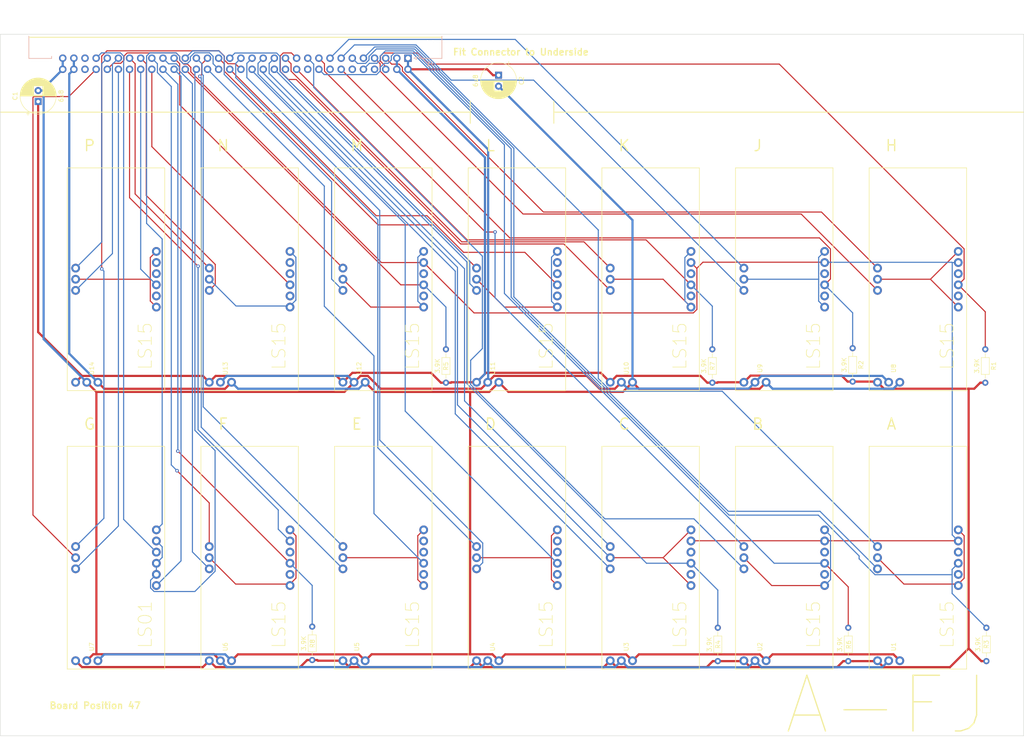
<source format=kicad_pcb>
(kicad_pcb (version 20171130) (host pcbnew "(5.0.0)")

  (general
    (thickness 1.6)
    (drawings 26)
    (tracks 589)
    (zones 0)
    (modules 25)
    (nets 65)
  )

  (page A3)
  (layers
    (0 F.Cu signal)
    (31 B.Cu signal)
    (32 B.Adhes user)
    (33 F.Adhes user)
    (34 B.Paste user)
    (35 F.Paste user)
    (36 B.SilkS user)
    (37 F.SilkS user)
    (38 B.Mask user)
    (39 F.Mask user)
    (40 Dwgs.User user)
    (41 Cmts.User user)
    (42 Eco1.User user)
    (43 Eco2.User user)
    (44 Edge.Cuts user)
    (45 Margin user)
    (46 B.CrtYd user)
    (47 F.CrtYd user)
    (48 B.Fab user)
    (49 F.Fab user)
  )

  (setup
    (last_trace_width 0.25)
    (trace_clearance 0.2)
    (zone_clearance 0.508)
    (zone_45_only no)
    (trace_min 0.2)
    (segment_width 0.2)
    (edge_width 0.1)
    (via_size 0.8)
    (via_drill 0.4)
    (via_min_size 0.4)
    (via_min_drill 0.3)
    (uvia_size 0.3)
    (uvia_drill 0.1)
    (uvias_allowed no)
    (uvia_min_size 0.2)
    (uvia_min_drill 0.1)
    (pcb_text_width 0.3)
    (pcb_text_size 1.5 1.5)
    (mod_edge_width 0.15)
    (mod_text_size 1 1)
    (mod_text_width 0.15)
    (pad_size 1.5 1.5)
    (pad_drill 0.6)
    (pad_to_mask_clearance 0)
    (aux_axis_origin 0 0)
    (visible_elements 7FFFFFFF)
    (pcbplotparams
      (layerselection 0x0d0fc_ffffffff)
      (usegerberextensions false)
      (usegerberattributes false)
      (usegerberadvancedattributes false)
      (creategerberjobfile false)
      (excludeedgelayer true)
      (linewidth 0.100000)
      (plotframeref false)
      (viasonmask false)
      (mode 1)
      (useauxorigin false)
      (hpglpennumber 1)
      (hpglpenspeed 20)
      (hpglpendiameter 15.000000)
      (psnegative false)
      (psa4output false)
      (plotreference true)
      (plotvalue true)
      (plotinvisibletext false)
      (padsonsilk false)
      (subtractmaskfromsilk false)
      (outputformat 1)
      (mirror false)
      (drillshape 0)
      (scaleselection 1)
      (outputdirectory "Gerber/"))
  )

  (net 0 "")
  (net 1 6v)
  (net 2 Neg6v)
  (net 3 GND)
  (net 4 MTPa)
  (net 5 "Net-(U1-Pad1)")
  (net 6 "Net-(U2-Pad1)")
  (net 7 "Net-(U4-Pad1)")
  (net 8 "Net-(U5-Pad1)")
  (net 9 "Net-(U9-Pad1)")
  (net 10 "Net-(U10-Pad1)")
  (net 11 "Net-(U11-Pad1)")
  (net 12 "Net-(U12-Pad1)")
  (net 13 "Net-(U13-Pad1)")
  (net 14 "Net-(U14-Pad1)")
  (net 15 JTG15-)
  (net 16 J15)
  (net 17 t2-2)
  (net 18 ATF2)
  (net 19 JTG14-)
  (net 20 ATF1)
  (net 21 t5)
  (net 22 QTF2)
  (net 23 ATFa)
  (net 24 QTF1)
  (net 25 QTFa)
  (net 26 JTPC2)
  (net 27 JTPCa)
  (net 28 JTPC1)
  (net 29 J14)
  (net 30 MTP2)
  (net 31 MTP1)
  (net 32 MTI)
  (net 33 M-TF2)
  (net 34 M-TFa)
  (net 35 M-TF1)
  (net 36 J16)
  (net 37 MTF2)
  (net 38 MTFa)
  (net 39 MTF1)
  (net 40 JTG16-)
  (net 41 JTF2)
  (net 42 JTFa)
  (net 43 JTF1)
  (net 44 VTG-)
  (net 45 VTG1)
  (net 46 VTGa)
  (net 47 VTG2)
  (net 48 PTG2-2)
  (net 49 PTG2-a)
  (net 50 PTG2-1)
  (net 51 PTG1-1)
  (net 52 PTG1-a)
  (net 53 PTG1-2)
  (net 54 LTG2)
  (net 55 LTGa)
  (net 56 LTG1)
  (net 57 RTG1)
  (net 58 RTGa)
  (net 59 RTG2)
  (net 60 FTG1)
  (net 61 FTGa)
  (net 62 FTG2)
  (net 63 "Net-(U6-Pad1)")
  (net 64 "Net-(U8-Pad1)")

  (net_class Default "This is the default net class."
    (clearance 0.2)
    (trace_width 0.25)
    (via_dia 0.8)
    (via_drill 0.4)
    (uvia_dia 0.3)
    (uvia_drill 0.1)
    (add_net ATF1)
    (add_net ATF2)
    (add_net ATFa)
    (add_net FTG1)
    (add_net FTG2)
    (add_net FTGa)
    (add_net J14)
    (add_net J15)
    (add_net J16)
    (add_net JTF1)
    (add_net JTF2)
    (add_net JTFa)
    (add_net JTG14-)
    (add_net JTG15-)
    (add_net JTG16-)
    (add_net JTPC1)
    (add_net JTPC2)
    (add_net JTPCa)
    (add_net LTG1)
    (add_net LTG2)
    (add_net LTGa)
    (add_net M-TF1)
    (add_net M-TF2)
    (add_net M-TFa)
    (add_net MTF1)
    (add_net MTF2)
    (add_net MTFa)
    (add_net MTI)
    (add_net MTP1)
    (add_net MTP2)
    (add_net MTPa)
    (add_net "Net-(U1-Pad1)")
    (add_net "Net-(U10-Pad1)")
    (add_net "Net-(U11-Pad1)")
    (add_net "Net-(U12-Pad1)")
    (add_net "Net-(U13-Pad1)")
    (add_net "Net-(U14-Pad1)")
    (add_net "Net-(U2-Pad1)")
    (add_net "Net-(U4-Pad1)")
    (add_net "Net-(U5-Pad1)")
    (add_net "Net-(U6-Pad1)")
    (add_net "Net-(U8-Pad1)")
    (add_net "Net-(U9-Pad1)")
    (add_net PTG1-1)
    (add_net PTG1-2)
    (add_net PTG1-a)
    (add_net PTG2-1)
    (add_net PTG2-2)
    (add_net PTG2-a)
    (add_net QTF1)
    (add_net QTF2)
    (add_net QTFa)
    (add_net RTG1)
    (add_net RTG2)
    (add_net RTGa)
    (add_net VTG-)
    (add_net VTG1)
    (add_net VTG2)
    (add_net VTGa)
    (add_net t2-2)
    (add_net t5)
  )

  (net_class 6v ""
    (clearance 0.2)
    (trace_width 0.5)
    (via_dia 1.6)
    (via_drill 0.8)
    (uvia_dia 0.3)
    (uvia_drill 0.1)
    (add_net 6v)
  )

  (net_class GND ""
    (clearance 0.2)
    (trace_width 0.5)
    (via_dia 1.6)
    (via_drill 0.8)
    (uvia_dia 0.3)
    (uvia_drill 0.1)
    (add_net GND)
  )

  (net_class Neg6v ""
    (clearance 0.2)
    (trace_width 0.5)
    (via_dia 1.6)
    (via_drill 0.8)
    (uvia_dia 0.3)
    (uvia_drill 0.1)
    (add_net Neg6v)
  )

  (module ELLIOTT:LSA (layer F.Cu) (tedit 5D583939) (tstamp 5C3BE7AF)
    (at 228.6 101.6 90)
    (path /5D47AA33)
    (fp_text reference U8 (at 0 0.5 90) (layer F.SilkS)
      (effects (font (size 1 1) (thickness 0.15)))
    )
    (fp_text value LS15 (at 5.08 12.7 90) (layer F.SilkS)
      (effects (font (size 3 3) (thickness 0.15)))
    )
    (fp_line (start -5.08 17.145) (end -5.08 -5.08) (layer F.SilkS) (width 0.15))
    (fp_line (start 45.72 17.145) (end -5.08 17.145) (layer F.SilkS) (width 0.15))
    (fp_line (start 45.72 -5.08) (end 45.72 17.145) (layer F.SilkS) (width 0.15))
    (fp_line (start -5.08 -5.08) (end 45.72 -5.08) (layer F.SilkS) (width 0.15))
    (pad 13 thru_hole circle (at 22.86 -3.175 90) (size 2 2) (drill 1.1) (layers *.Cu *.Mask)
      (net 62 FTG2))
    (pad 12 thru_hole circle (at 20.32 -3.175 90) (size 2 2) (drill 1.1) (layers *.Cu *.Mask)
      (net 64 "Net-(U8-Pad1)"))
    (pad 11 thru_hole circle (at 17.78 -3.175 90) (size 2 2) (drill 1.1) (layers *.Cu *.Mask)
      (net 60 FTG1))
    (pad 6 thru_hole circle (at 26.67 15.24 90) (size 2 2) (drill 1.1) (layers *.Cu *.Mask)
      (net 64 "Net-(U8-Pad1)"))
    (pad 5 thru_hole circle (at 24.13 15.24 90) (size 2 2) (drill 1.1) (layers *.Cu *.Mask)
      (net 17 t2-2))
    (pad 4 thru_hole circle (at 21.59 15.24 90) (size 2 2) (drill 1.1) (layers *.Cu *.Mask))
    (pad 3 thru_hole circle (at 19.05 15.24 90) (size 2 2) (drill 1.1) (layers *.Cu *.Mask)
      (net 61 FTGa))
    (pad 2 thru_hole circle (at 16.51 15.24 90) (size 2 2) (drill 1.1) (layers *.Cu *.Mask))
    (pad 1 thru_hole circle (at 13.97 15.24 90) (size 2 2) (drill 1.1) (layers *.Cu *.Mask)
      (net 64 "Net-(U8-Pad1)"))
    (pad 23 thru_hole circle (at -3.175 1.905 90) (size 2 2) (drill 1.1) (layers *.Cu *.Mask)
      (net 2 Neg6v))
    (pad 22 thru_hole circle (at -3.175 -0.635 90) (size 2 2) (drill 1.1) (layers *.Cu *.Mask)
      (net 3 GND))
    (pad 21 thru_hole circle (at -3.175 -3.175 90) (size 2 2) (drill 1.1) (layers *.Cu *.Mask)
      (net 1 6v))
  )

  (module ELLIOTT:LSA (layer F.Cu) (tedit 5D583972) (tstamp 5C3BF006)
    (at 228.6 165.1 90)
    (path /5D6979A2)
    (fp_text reference U1 (at 0 0.5 90) (layer F.SilkS)
      (effects (font (size 1 1) (thickness 0.15)))
    )
    (fp_text value LS15 (at 5.08 12.7 90) (layer F.SilkS)
      (effects (font (size 3 3) (thickness 0.15)))
    )
    (fp_line (start -5.08 17.145) (end -5.08 -5.08) (layer F.SilkS) (width 0.15))
    (fp_line (start 45.72 17.145) (end -5.08 17.145) (layer F.SilkS) (width 0.15))
    (fp_line (start 45.72 -5.08) (end 45.72 17.145) (layer F.SilkS) (width 0.15))
    (fp_line (start -5.08 -5.08) (end 45.72 -5.08) (layer F.SilkS) (width 0.15))
    (pad 13 thru_hole circle (at 22.86 -3.175 90) (size 2 2) (drill 1.1) (layers *.Cu *.Mask)
      (net 59 RTG2))
    (pad 12 thru_hole circle (at 20.32 -3.175 90) (size 2 2) (drill 1.1) (layers *.Cu *.Mask)
      (net 5 "Net-(U1-Pad1)"))
    (pad 11 thru_hole circle (at 17.78 -3.175 90) (size 2 2) (drill 1.1) (layers *.Cu *.Mask)
      (net 57 RTG1))
    (pad 6 thru_hole circle (at 26.67 15.24 90) (size 2 2) (drill 1.1) (layers *.Cu *.Mask)
      (net 5 "Net-(U1-Pad1)"))
    (pad 5 thru_hole circle (at 24.13 15.24 90) (size 2 2) (drill 1.1) (layers *.Cu *.Mask)
      (net 17 t2-2))
    (pad 4 thru_hole circle (at 21.59 15.24 90) (size 2 2) (drill 1.1) (layers *.Cu *.Mask))
    (pad 3 thru_hole circle (at 19.05 15.24 90) (size 2 2) (drill 1.1) (layers *.Cu *.Mask)
      (net 58 RTGa))
    (pad 2 thru_hole circle (at 16.51 15.24 90) (size 2 2) (drill 1.1) (layers *.Cu *.Mask))
    (pad 1 thru_hole circle (at 13.97 15.24 90) (size 2 2) (drill 1.1) (layers *.Cu *.Mask)
      (net 5 "Net-(U1-Pad1)"))
    (pad 23 thru_hole circle (at -3.175 1.905 90) (size 2 2) (drill 1.1) (layers *.Cu *.Mask)
      (net 2 Neg6v))
    (pad 22 thru_hole circle (at -3.175 -0.635 90) (size 2 2) (drill 1.1) (layers *.Cu *.Mask)
      (net 3 GND))
    (pad 21 thru_hole circle (at -3.175 -3.175 90) (size 2 2) (drill 1.1) (layers *.Cu *.Mask)
      (net 1 6v))
  )

  (module ELLIOTT:LSA (layer F.Cu) (tedit 5D5838E7) (tstamp 5C3E73DF)
    (at 106.68 101.6 90)
    (path /5D4817F9)
    (fp_text reference U12 (at 0 0.5 90) (layer F.SilkS)
      (effects (font (size 1 1) (thickness 0.15)))
    )
    (fp_text value LS15 (at 5.08 12.7 90) (layer F.SilkS)
      (effects (font (size 3 3) (thickness 0.15)))
    )
    (fp_line (start -5.08 17.145) (end -5.08 -5.08) (layer F.SilkS) (width 0.15))
    (fp_line (start 45.72 17.145) (end -5.08 17.145) (layer F.SilkS) (width 0.15))
    (fp_line (start 45.72 -5.08) (end 45.72 17.145) (layer F.SilkS) (width 0.15))
    (fp_line (start -5.08 -5.08) (end 45.72 -5.08) (layer F.SilkS) (width 0.15))
    (pad 13 thru_hole circle (at 22.86 -3.175 90) (size 2 2) (drill 1.1) (layers *.Cu *.Mask)
      (net 30 MTP2))
    (pad 12 thru_hole circle (at 20.32 -3.175 90) (size 2 2) (drill 1.1) (layers *.Cu *.Mask)
      (net 12 "Net-(U12-Pad1)"))
    (pad 11 thru_hole circle (at 17.78 -3.175 90) (size 2 2) (drill 1.1) (layers *.Cu *.Mask)
      (net 31 MTP1))
    (pad 6 thru_hole circle (at 26.67 15.24 90) (size 2 2) (drill 1.1) (layers *.Cu *.Mask)
      (net 12 "Net-(U12-Pad1)"))
    (pad 5 thru_hole circle (at 24.13 15.24 90) (size 2 2) (drill 1.1) (layers *.Cu *.Mask)
      (net 17 t2-2))
    (pad 4 thru_hole circle (at 21.59 15.24 90) (size 2 2) (drill 1.1) (layers *.Cu *.Mask))
    (pad 3 thru_hole circle (at 19.05 15.24 90) (size 2 2) (drill 1.1) (layers *.Cu *.Mask)
      (net 4 MTPa))
    (pad 2 thru_hole circle (at 16.51 15.24 90) (size 2 2) (drill 1.1) (layers *.Cu *.Mask))
    (pad 1 thru_hole circle (at 13.97 15.24 90) (size 2 2) (drill 1.1) (layers *.Cu *.Mask)
      (net 12 "Net-(U12-Pad1)"))
    (pad 23 thru_hole circle (at -3.175 1.905 90) (size 2 2) (drill 1.1) (layers *.Cu *.Mask)
      (net 2 Neg6v))
    (pad 22 thru_hole circle (at -3.175 -0.635 90) (size 2 2) (drill 1.1) (layers *.Cu *.Mask)
      (net 3 GND))
    (pad 21 thru_hole circle (at -3.175 -3.175 90) (size 2 2) (drill 1.1) (layers *.Cu *.Mask)
      (net 1 6v))
  )

  (module ELLIOTT:LSA (layer F.Cu) (tedit 5D58390C) (tstamp 5C3BE7EB)
    (at 137.16 101.6 90)
    (path /5D48166C)
    (fp_text reference U11 (at 0 0.5 90) (layer F.SilkS)
      (effects (font (size 1 1) (thickness 0.15)))
    )
    (fp_text value LS15 (at 5.08 12.7 90) (layer F.SilkS)
      (effects (font (size 3 3) (thickness 0.15)))
    )
    (fp_line (start -5.08 17.145) (end -5.08 -5.08) (layer F.SilkS) (width 0.15))
    (fp_line (start 45.72 17.145) (end -5.08 17.145) (layer F.SilkS) (width 0.15))
    (fp_line (start 45.72 -5.08) (end 45.72 17.145) (layer F.SilkS) (width 0.15))
    (fp_line (start -5.08 -5.08) (end 45.72 -5.08) (layer F.SilkS) (width 0.15))
    (pad 13 thru_hole circle (at 22.86 -3.175 90) (size 2 2) (drill 1.1) (layers *.Cu *.Mask)
      (net 37 MTF2))
    (pad 12 thru_hole circle (at 20.32 -3.175 90) (size 2 2) (drill 1.1) (layers *.Cu *.Mask)
      (net 11 "Net-(U11-Pad1)"))
    (pad 11 thru_hole circle (at 17.78 -3.175 90) (size 2 2) (drill 1.1) (layers *.Cu *.Mask)
      (net 39 MTF1))
    (pad 6 thru_hole circle (at 26.67 15.24 90) (size 2 2) (drill 1.1) (layers *.Cu *.Mask)
      (net 11 "Net-(U11-Pad1)"))
    (pad 5 thru_hole circle (at 24.13 15.24 90) (size 2 2) (drill 1.1) (layers *.Cu *.Mask))
    (pad 4 thru_hole circle (at 21.59 15.24 90) (size 2 2) (drill 1.1) (layers *.Cu *.Mask))
    (pad 3 thru_hole circle (at 19.05 15.24 90) (size 2 2) (drill 1.1) (layers *.Cu *.Mask)
      (net 38 MTFa))
    (pad 2 thru_hole circle (at 16.51 15.24 90) (size 2 2) (drill 1.1) (layers *.Cu *.Mask))
    (pad 1 thru_hole circle (at 13.97 15.24 90) (size 2 2) (drill 1.1) (layers *.Cu *.Mask)
      (net 11 "Net-(U11-Pad1)"))
    (pad 23 thru_hole circle (at -3.175 1.905 90) (size 2 2) (drill 1.1) (layers *.Cu *.Mask)
      (net 2 Neg6v))
    (pad 22 thru_hole circle (at -3.175 -0.635 90) (size 2 2) (drill 1.1) (layers *.Cu *.Mask)
      (net 3 GND))
    (pad 21 thru_hole circle (at -3.175 -3.175 90) (size 2 2) (drill 1.1) (layers *.Cu *.Mask)
      (net 1 6v))
  )

  (module ELLIOTT:LSA (layer F.Cu) (tedit 5D5838CB) (tstamp 5C3E7576)
    (at 45.72 101.6 90)
    (path /5D481945)
    (fp_text reference U14 (at 0 0.5 90) (layer F.SilkS)
      (effects (font (size 1 1) (thickness 0.15)))
    )
    (fp_text value LS15 (at 5.08 12.7 90) (layer F.SilkS)
      (effects (font (size 3 3) (thickness 0.15)))
    )
    (fp_line (start -5.08 17.145) (end -5.08 -5.08) (layer F.SilkS) (width 0.15))
    (fp_line (start 45.72 17.145) (end -5.08 17.145) (layer F.SilkS) (width 0.15))
    (fp_line (start 45.72 -5.08) (end 45.72 17.145) (layer F.SilkS) (width 0.15))
    (fp_line (start -5.08 -5.08) (end 45.72 -5.08) (layer F.SilkS) (width 0.15))
    (pad 13 thru_hole circle (at 22.86 -3.175 90) (size 2 2) (drill 1.1) (layers *.Cu *.Mask)
      (net 18 ATF2))
    (pad 12 thru_hole circle (at 20.32 -3.175 90) (size 2 2) (drill 1.1) (layers *.Cu *.Mask)
      (net 14 "Net-(U14-Pad1)"))
    (pad 11 thru_hole circle (at 17.78 -3.175 90) (size 2 2) (drill 1.1) (layers *.Cu *.Mask)
      (net 20 ATF1))
    (pad 6 thru_hole circle (at 26.67 15.24 90) (size 2 2) (drill 1.1) (layers *.Cu *.Mask)
      (net 14 "Net-(U14-Pad1)"))
    (pad 5 thru_hole circle (at 24.13 15.24 90) (size 2 2) (drill 1.1) (layers *.Cu *.Mask))
    (pad 4 thru_hole circle (at 21.59 15.24 90) (size 2 2) (drill 1.1) (layers *.Cu *.Mask))
    (pad 3 thru_hole circle (at 19.05 15.24 90) (size 2 2) (drill 1.1) (layers *.Cu *.Mask)
      (net 23 ATFa))
    (pad 2 thru_hole circle (at 16.51 15.24 90) (size 2 2) (drill 1.1) (layers *.Cu *.Mask))
    (pad 1 thru_hole circle (at 13.97 15.24 90) (size 2 2) (drill 1.1) (layers *.Cu *.Mask)
      (net 14 "Net-(U14-Pad1)"))
    (pad 23 thru_hole circle (at -3.175 1.905 90) (size 2 2) (drill 1.1) (layers *.Cu *.Mask)
      (net 2 Neg6v))
    (pad 22 thru_hole circle (at -3.175 -0.635 90) (size 2 2) (drill 1.1) (layers *.Cu *.Mask)
      (net 3 GND))
    (pad 21 thru_hole circle (at -3.175 -3.175 90) (size 2 2) (drill 1.1) (layers *.Cu *.Mask)
      (net 1 6v))
  )

  (module ELLIOTT:LSA (layer F.Cu) (tedit 5D5838D8) (tstamp 5C3BE813)
    (at 76.2 101.6 90)
    (path /5D48189C)
    (fp_text reference U13 (at 0 0.5 90) (layer F.SilkS)
      (effects (font (size 1 1) (thickness 0.15)))
    )
    (fp_text value LS15 (at 5.08 12.7 90) (layer F.SilkS)
      (effects (font (size 3 3) (thickness 0.15)))
    )
    (fp_line (start -5.08 17.145) (end -5.08 -5.08) (layer F.SilkS) (width 0.15))
    (fp_line (start 45.72 17.145) (end -5.08 17.145) (layer F.SilkS) (width 0.15))
    (fp_line (start 45.72 -5.08) (end 45.72 17.145) (layer F.SilkS) (width 0.15))
    (fp_line (start -5.08 -5.08) (end 45.72 -5.08) (layer F.SilkS) (width 0.15))
    (pad 13 thru_hole circle (at 22.86 -3.175 90) (size 2 2) (drill 1.1) (layers *.Cu *.Mask)
      (net 22 QTF2))
    (pad 12 thru_hole circle (at 20.32 -3.175 90) (size 2 2) (drill 1.1) (layers *.Cu *.Mask)
      (net 13 "Net-(U13-Pad1)"))
    (pad 11 thru_hole circle (at 17.78 -3.175 90) (size 2 2) (drill 1.1) (layers *.Cu *.Mask)
      (net 24 QTF1))
    (pad 6 thru_hole circle (at 26.67 15.24 90) (size 2 2) (drill 1.1) (layers *.Cu *.Mask)
      (net 13 "Net-(U13-Pad1)"))
    (pad 5 thru_hole circle (at 24.13 15.24 90) (size 2 2) (drill 1.1) (layers *.Cu *.Mask))
    (pad 4 thru_hole circle (at 21.59 15.24 90) (size 2 2) (drill 1.1) (layers *.Cu *.Mask))
    (pad 3 thru_hole circle (at 19.05 15.24 90) (size 2 2) (drill 1.1) (layers *.Cu *.Mask)
      (net 25 QTFa))
    (pad 2 thru_hole circle (at 16.51 15.24 90) (size 2 2) (drill 1.1) (layers *.Cu *.Mask))
    (pad 1 thru_hole circle (at 13.97 15.24 90) (size 2 2) (drill 1.1) (layers *.Cu *.Mask)
      (net 13 "Net-(U13-Pad1)"))
    (pad 23 thru_hole circle (at -3.175 1.905 90) (size 2 2) (drill 1.1) (layers *.Cu *.Mask)
      (net 2 Neg6v))
    (pad 22 thru_hole circle (at -3.175 -0.635 90) (size 2 2) (drill 1.1) (layers *.Cu *.Mask)
      (net 3 GND))
    (pad 21 thru_hole circle (at -3.175 -3.175 90) (size 2 2) (drill 1.1) (layers *.Cu *.Mask)
      (net 1 6v))
  )

  (module ELLIOTT:R_Axial_DIN0204_L3.6mm_D1.6mm_P7.62mm_Horizontal (layer F.Cu) (tedit 5D5831BA) (tstamp 5D6AE998)
    (at 250.25 160.75 270)
    (descr "Resistor, Axial_DIN0204 series, Axial, Horizontal, pin pitch=7.62mm, 0.167W, length*diameter=3.6*1.6mm^2, http://cdn-reichelt.de/documents/datenblatt/B400/1_4W%23YAG.pdf")
    (tags "Resistor Axial_DIN0204 series Axial Horizontal pin pitch 7.62mm 0.167W length 3.6mm diameter 1.6mm")
    (path /5D83BE5F)
    (fp_text reference R3 (at 3.81 0 270) (layer F.SilkS)
      (effects (font (size 1 1) (thickness 0.15)))
    )
    (fp_text value 3.9K (at 3.81 1.92 270) (layer F.SilkS)
      (effects (font (size 1 1) (thickness 0.15)))
    )
    (fp_line (start 1.89 -0.92) (end 1.89 0.92) (layer F.SilkS) (width 0.12))
    (fp_line (start 1.89 0.92) (end 5.73 0.92) (layer F.SilkS) (width 0.12))
    (fp_line (start 5.73 0.92) (end 5.73 -0.92) (layer F.SilkS) (width 0.12))
    (fp_line (start 5.73 -0.92) (end 1.89 -0.92) (layer F.SilkS) (width 0.12))
    (fp_line (start 0.94 0) (end 1.89 0) (layer F.SilkS) (width 0.12))
    (fp_line (start 6.68 0) (end 5.73 0) (layer F.SilkS) (width 0.12))
    (fp_line (start -1.05 -1.25) (end -1.05 1.25) (layer F.CrtYd) (width 0.05))
    (fp_line (start -1.05 1.25) (end 8.67 1.25) (layer F.CrtYd) (width 0.05))
    (fp_line (start 8.67 1.25) (end 8.67 -1.25) (layer F.CrtYd) (width 0.05))
    (fp_line (start 8.67 -1.25) (end -1.05 -1.25) (layer F.CrtYd) (width 0.05))
    (pad 1 thru_hole circle (at 0 0 270) (size 1.4 1.4) (drill 0.7) (layers *.Cu *.Mask)
      (net 58 RTGa))
    (pad 2 thru_hole oval (at 7.62 0 270) (size 1.4 1.4) (drill 0.7) (layers *.Cu *.Mask)
      (net 1 6v))
    (model ${KISYS3DMOD}/Resistor_THT.3dshapes/R_Axial_DIN0204_L3.6mm_D1.6mm_P7.62mm_Horizontal.wrl
      (at (xyz 0 0 0))
      (scale (xyz 1 1 1))
      (rotate (xyz 0 0 0))
    )
  )

  (module ELLIOTT:R_Axial_DIN0204_L3.6mm_D1.6mm_P7.62mm_Horizontal (layer F.Cu) (tedit 5D5831CB) (tstamp 5D6AEA22)
    (at 189 160.75 270)
    (descr "Resistor, Axial_DIN0204 series, Axial, Horizontal, pin pitch=7.62mm, 0.167W, length*diameter=3.6*1.6mm^2, http://cdn-reichelt.de/documents/datenblatt/B400/1_4W%23YAG.pdf")
    (tags "Resistor Axial_DIN0204 series Axial Horizontal pin pitch 7.62mm 0.167W length 3.6mm diameter 1.6mm")
    (path /5D84AE85)
    (fp_text reference R4 (at 3.81 -0.0508 270) (layer F.SilkS)
      (effects (font (size 1 1) (thickness 0.15)))
    )
    (fp_text value 3.9K (at 3.81 1.92 270) (layer F.SilkS)
      (effects (font (size 1 1) (thickness 0.15)))
    )
    (fp_line (start 1.89 -0.92) (end 1.89 0.92) (layer F.SilkS) (width 0.12))
    (fp_line (start 1.89 0.92) (end 5.73 0.92) (layer F.SilkS) (width 0.12))
    (fp_line (start 5.73 0.92) (end 5.73 -0.92) (layer F.SilkS) (width 0.12))
    (fp_line (start 5.73 -0.92) (end 1.89 -0.92) (layer F.SilkS) (width 0.12))
    (fp_line (start 0.94 0) (end 1.89 0) (layer F.SilkS) (width 0.12))
    (fp_line (start 6.68 0) (end 5.73 0) (layer F.SilkS) (width 0.12))
    (fp_line (start -1.05 -1.25) (end -1.05 1.25) (layer F.CrtYd) (width 0.05))
    (fp_line (start -1.05 1.25) (end 8.67 1.25) (layer F.CrtYd) (width 0.05))
    (fp_line (start 8.67 1.25) (end 8.67 -1.25) (layer F.CrtYd) (width 0.05))
    (fp_line (start 8.67 -1.25) (end -1.05 -1.25) (layer F.CrtYd) (width 0.05))
    (pad 1 thru_hole circle (at 0 0 270) (size 1.4 1.4) (drill 0.7) (layers *.Cu *.Mask)
      (net 46 VTGa))
    (pad 2 thru_hole oval (at 7.62 0 270) (size 1.4 1.4) (drill 0.7) (layers *.Cu *.Mask)
      (net 1 6v))
    (model ${KISYS3DMOD}/Resistor_THT.3dshapes/R_Axial_DIN0204_L3.6mm_D1.6mm_P7.62mm_Horizontal.wrl
      (at (xyz 0 0 0))
      (scale (xyz 1 1 1))
      (rotate (xyz 0 0 0))
    )
  )

  (module ELLIOTT:R_Axial_DIN0204_L3.6mm_D1.6mm_P7.62mm_Horizontal (layer F.Cu) (tedit 5D5831D3) (tstamp 5D583282)
    (at 127 97.25 270)
    (descr "Resistor, Axial_DIN0204 series, Axial, Horizontal, pin pitch=7.62mm, 0.167W, length*diameter=3.6*1.6mm^2, http://cdn-reichelt.de/documents/datenblatt/B400/1_4W%23YAG.pdf")
    (tags "Resistor Axial_DIN0204 series Axial Horizontal pin pitch 7.62mm 0.167W length 3.6mm diameter 1.6mm")
    (path /5D86BE90)
    (fp_text reference R5 (at 3.8608 0 270) (layer F.SilkS)
      (effects (font (size 1 1) (thickness 0.15)))
    )
    (fp_text value 3.9K (at 3.81 1.92 270) (layer F.SilkS)
      (effects (font (size 1 1) (thickness 0.15)))
    )
    (fp_line (start 1.89 -0.92) (end 1.89 0.92) (layer F.SilkS) (width 0.12))
    (fp_line (start 1.89 0.92) (end 5.73 0.92) (layer F.SilkS) (width 0.12))
    (fp_line (start 5.73 0.92) (end 5.73 -0.92) (layer F.SilkS) (width 0.12))
    (fp_line (start 5.73 -0.92) (end 1.89 -0.92) (layer F.SilkS) (width 0.12))
    (fp_line (start 0.94 0) (end 1.89 0) (layer F.SilkS) (width 0.12))
    (fp_line (start 6.68 0) (end 5.73 0) (layer F.SilkS) (width 0.12))
    (fp_line (start -1.05 -1.25) (end -1.05 1.25) (layer F.CrtYd) (width 0.05))
    (fp_line (start -1.05 1.25) (end 8.67 1.25) (layer F.CrtYd) (width 0.05))
    (fp_line (start 8.67 1.25) (end 8.67 -1.25) (layer F.CrtYd) (width 0.05))
    (fp_line (start 8.67 -1.25) (end -1.05 -1.25) (layer F.CrtYd) (width 0.05))
    (pad 1 thru_hole circle (at 0 0 270) (size 1.4 1.4) (drill 0.7) (layers *.Cu *.Mask)
      (net 4 MTPa))
    (pad 2 thru_hole oval (at 7.62 0 270) (size 1.4 1.4) (drill 0.7) (layers *.Cu *.Mask)
      (net 1 6v))
    (model ${KISYS3DMOD}/Resistor_THT.3dshapes/R_Axial_DIN0204_L3.6mm_D1.6mm_P7.62mm_Horizontal.wrl
      (at (xyz 0 0 0))
      (scale (xyz 1 1 1))
      (rotate (xyz 0 0 0))
    )
  )

  (module ELLIOTT:R_Axial_DIN0204_L3.6mm_D1.6mm_P7.62mm_Horizontal (layer F.Cu) (tedit 5D583286) (tstamp 5D6ADD6D)
    (at 218.75 160.75 270)
    (descr "Resistor, Axial_DIN0204 series, Axial, Horizontal, pin pitch=7.62mm, 0.167W, length*diameter=3.6*1.6mm^2, http://cdn-reichelt.de/documents/datenblatt/B400/1_4W%23YAG.pdf")
    (tags "Resistor Axial_DIN0204 series Axial Horizontal pin pitch 7.62mm 0.167W length 3.6mm diameter 1.6mm")
    (path /5D895A6D)
    (fp_text reference R6 (at 3.8608 -0.1016 90) (layer F.SilkS)
      (effects (font (size 1 1) (thickness 0.15)))
    )
    (fp_text value 3.9K (at 3.81 1.92 270) (layer F.SilkS)
      (effects (font (size 1 1) (thickness 0.15)))
    )
    (fp_line (start 1.89 -0.92) (end 1.89 0.92) (layer F.SilkS) (width 0.12))
    (fp_line (start 1.89 0.92) (end 5.73 0.92) (layer F.SilkS) (width 0.12))
    (fp_line (start 5.73 0.92) (end 5.73 -0.92) (layer F.SilkS) (width 0.12))
    (fp_line (start 5.73 -0.92) (end 1.89 -0.92) (layer F.SilkS) (width 0.12))
    (fp_line (start 0.94 0) (end 1.89 0) (layer F.SilkS) (width 0.12))
    (fp_line (start 6.68 0) (end 5.73 0) (layer F.SilkS) (width 0.12))
    (fp_line (start -1.05 -1.25) (end -1.05 1.25) (layer F.CrtYd) (width 0.05))
    (fp_line (start -1.05 1.25) (end 8.67 1.25) (layer F.CrtYd) (width 0.05))
    (fp_line (start 8.67 1.25) (end 8.67 -1.25) (layer F.CrtYd) (width 0.05))
    (fp_line (start 8.67 -1.25) (end -1.05 -1.25) (layer F.CrtYd) (width 0.05))
    (pad 1 thru_hole circle (at 0 0 270) (size 1.4 1.4) (drill 0.7) (layers *.Cu *.Mask)
      (net 52 PTG1-a))
    (pad 2 thru_hole oval (at 7.62 0 270) (size 1.4 1.4) (drill 0.7) (layers *.Cu *.Mask)
      (net 1 6v))
    (model ${KISYS3DMOD}/Resistor_THT.3dshapes/R_Axial_DIN0204_L3.6mm_D1.6mm_P7.62mm_Horizontal.wrl
      (at (xyz 0 0 0))
      (scale (xyz 1 1 1))
      (rotate (xyz 0 0 0))
    )
  )

  (module ELLIOTT:R_Axial_DIN0204_L3.6mm_D1.6mm_P7.62mm_Horizontal (layer F.Cu) (tedit 5D583249) (tstamp 5D6AEB28)
    (at 187.75 97.25 270)
    (descr "Resistor, Axial_DIN0204 series, Axial, Horizontal, pin pitch=7.62mm, 0.167W, length*diameter=3.6*1.6mm^2, http://cdn-reichelt.de/documents/datenblatt/B400/1_4W%23YAG.pdf")
    (tags "Resistor Axial_DIN0204 series Axial Horizontal pin pitch 7.62mm 0.167W length 3.6mm diameter 1.6mm")
    (path /5D8AAB62)
    (fp_text reference R7 (at 3.81 -0.0508 270) (layer F.SilkS)
      (effects (font (size 1 1) (thickness 0.15)))
    )
    (fp_text value 3.9K (at 3.81 1.92 270) (layer F.SilkS)
      (effects (font (size 1 1) (thickness 0.15)))
    )
    (fp_line (start 1.89 -0.92) (end 1.89 0.92) (layer F.SilkS) (width 0.12))
    (fp_line (start 1.89 0.92) (end 5.73 0.92) (layer F.SilkS) (width 0.12))
    (fp_line (start 5.73 0.92) (end 5.73 -0.92) (layer F.SilkS) (width 0.12))
    (fp_line (start 5.73 -0.92) (end 1.89 -0.92) (layer F.SilkS) (width 0.12))
    (fp_line (start 0.94 0) (end 1.89 0) (layer F.SilkS) (width 0.12))
    (fp_line (start 6.68 0) (end 5.73 0) (layer F.SilkS) (width 0.12))
    (fp_line (start -1.05 -1.25) (end -1.05 1.25) (layer F.CrtYd) (width 0.05))
    (fp_line (start -1.05 1.25) (end 8.67 1.25) (layer F.CrtYd) (width 0.05))
    (fp_line (start 8.67 1.25) (end 8.67 -1.25) (layer F.CrtYd) (width 0.05))
    (fp_line (start 8.67 -1.25) (end -1.05 -1.25) (layer F.CrtYd) (width 0.05))
    (pad 1 thru_hole circle (at 0 0 270) (size 1.4 1.4) (drill 0.7) (layers *.Cu *.Mask)
      (net 49 PTG2-a))
    (pad 2 thru_hole oval (at 7.62 0 270) (size 1.4 1.4) (drill 0.7) (layers *.Cu *.Mask)
      (net 1 6v))
    (model ${KISYS3DMOD}/Resistor_THT.3dshapes/R_Axial_DIN0204_L3.6mm_D1.6mm_P7.62mm_Horizontal.wrl
      (at (xyz 0 0 0))
      (scale (xyz 1 1 1))
      (rotate (xyz 0 0 0))
    )
  )

  (module ELLIOTT:R_Axial_DIN0204_L3.6mm_D1.6mm_P7.62mm_Horizontal (layer F.Cu) (tedit 5D5832BC) (tstamp 5C3BE601)
    (at 96.5 160.5 270)
    (descr "Resistor, Axial_DIN0204 series, Axial, Horizontal, pin pitch=7.62mm, 0.167W, length*diameter=3.6*1.6mm^2, http://cdn-reichelt.de/documents/datenblatt/B400/1_4W%23YAG.pdf")
    (tags "Resistor Axial_DIN0204 series Axial Horizontal pin pitch 7.62mm 0.167W length 3.6mm diameter 1.6mm")
    (path /5D8C6292)
    (fp_text reference R8 (at 3.8608 -0.0508 270) (layer F.SilkS)
      (effects (font (size 1 1) (thickness 0.15)))
    )
    (fp_text value 3.9K (at 3.81 1.92 270) (layer F.SilkS)
      (effects (font (size 1 1) (thickness 0.15)))
    )
    (fp_line (start 1.89 -0.92) (end 1.89 0.92) (layer F.SilkS) (width 0.12))
    (fp_line (start 1.89 0.92) (end 5.73 0.92) (layer F.SilkS) (width 0.12))
    (fp_line (start 5.73 0.92) (end 5.73 -0.92) (layer F.SilkS) (width 0.12))
    (fp_line (start 5.73 -0.92) (end 1.89 -0.92) (layer F.SilkS) (width 0.12))
    (fp_line (start 0.94 0) (end 1.89 0) (layer F.SilkS) (width 0.12))
    (fp_line (start 6.68 0) (end 5.73 0) (layer F.SilkS) (width 0.12))
    (fp_line (start -1.05 -1.25) (end -1.05 1.25) (layer F.CrtYd) (width 0.05))
    (fp_line (start -1.05 1.25) (end 8.67 1.25) (layer F.CrtYd) (width 0.05))
    (fp_line (start 8.67 1.25) (end 8.67 -1.25) (layer F.CrtYd) (width 0.05))
    (fp_line (start 8.67 -1.25) (end -1.05 -1.25) (layer F.CrtYd) (width 0.05))
    (pad 1 thru_hole circle (at 0 0 270) (size 1.4 1.4) (drill 0.7) (layers *.Cu *.Mask)
      (net 27 JTPCa))
    (pad 2 thru_hole oval (at 7.62 0 270) (size 1.4 1.4) (drill 0.7) (layers *.Cu *.Mask)
      (net 1 6v))
    (model ${KISYS3DMOD}/Resistor_THT.3dshapes/R_Axial_DIN0204_L3.6mm_D1.6mm_P7.62mm_Horizontal.wrl
      (at (xyz 0 0 0))
      (scale (xyz 1 1 1))
      (rotate (xyz 0 0 0))
    )
  )

  (module ELLIOTT:LSA (layer F.Cu) (tedit 5D58397A) (tstamp 5C3BE737)
    (at 198.12 165.1 90)
    (path /5D697E26)
    (fp_text reference U2 (at 0 0.5 90) (layer F.SilkS)
      (effects (font (size 1 1) (thickness 0.15)))
    )
    (fp_text value LS15 (at 5.08 12.7 90) (layer F.SilkS)
      (effects (font (size 3 3) (thickness 0.15)))
    )
    (fp_line (start -5.08 17.145) (end -5.08 -5.08) (layer F.SilkS) (width 0.15))
    (fp_line (start 45.72 17.145) (end -5.08 17.145) (layer F.SilkS) (width 0.15))
    (fp_line (start 45.72 -5.08) (end 45.72 17.145) (layer F.SilkS) (width 0.15))
    (fp_line (start -5.08 -5.08) (end 45.72 -5.08) (layer F.SilkS) (width 0.15))
    (pad 13 thru_hole circle (at 22.86 -3.175 90) (size 2 2) (drill 1.1) (layers *.Cu *.Mask)
      (net 53 PTG1-2))
    (pad 12 thru_hole circle (at 20.32 -3.175 90) (size 2 2) (drill 1.1) (layers *.Cu *.Mask)
      (net 6 "Net-(U2-Pad1)"))
    (pad 11 thru_hole circle (at 17.78 -3.175 90) (size 2 2) (drill 1.1) (layers *.Cu *.Mask)
      (net 51 PTG1-1))
    (pad 6 thru_hole circle (at 26.67 15.24 90) (size 2 2) (drill 1.1) (layers *.Cu *.Mask)
      (net 6 "Net-(U2-Pad1)"))
    (pad 5 thru_hole circle (at 24.13 15.24 90) (size 2 2) (drill 1.1) (layers *.Cu *.Mask)
      (net 17 t2-2))
    (pad 4 thru_hole circle (at 21.59 15.24 90) (size 2 2) (drill 1.1) (layers *.Cu *.Mask))
    (pad 3 thru_hole circle (at 19.05 15.24 90) (size 2 2) (drill 1.1) (layers *.Cu *.Mask)
      (net 52 PTG1-a))
    (pad 2 thru_hole circle (at 16.51 15.24 90) (size 2 2) (drill 1.1) (layers *.Cu *.Mask))
    (pad 1 thru_hole circle (at 13.97 15.24 90) (size 2 2) (drill 1.1) (layers *.Cu *.Mask)
      (net 6 "Net-(U2-Pad1)"))
    (pad 23 thru_hole circle (at -3.175 1.905 90) (size 2 2) (drill 1.1) (layers *.Cu *.Mask)
      (net 2 Neg6v))
    (pad 22 thru_hole circle (at -3.175 -0.635 90) (size 2 2) (drill 1.1) (layers *.Cu *.Mask)
      (net 3 GND))
    (pad 21 thru_hole circle (at -3.175 -3.175 90) (size 2 2) (drill 1.1) (layers *.Cu *.Mask)
      (net 1 6v))
  )

  (module ELLIOTT:LSA (layer F.Cu) (tedit 5D583987) (tstamp 5C3BE74B)
    (at 167.64 165.1 90)
    (path /5D697F64)
    (fp_text reference U3 (at 0 0.5 90) (layer F.SilkS)
      (effects (font (size 1 1) (thickness 0.15)))
    )
    (fp_text value LS15 (at 5.08 12.7 90) (layer F.SilkS)
      (effects (font (size 3 3) (thickness 0.15)))
    )
    (fp_line (start -5.08 17.145) (end -5.08 -5.08) (layer F.SilkS) (width 0.15))
    (fp_line (start 45.72 17.145) (end -5.08 17.145) (layer F.SilkS) (width 0.15))
    (fp_line (start 45.72 -5.08) (end 45.72 17.145) (layer F.SilkS) (width 0.15))
    (fp_line (start -5.08 -5.08) (end 45.72 -5.08) (layer F.SilkS) (width 0.15))
    (pad 13 thru_hole circle (at 22.86 -3.175 90) (size 2 2) (drill 1.1) (layers *.Cu *.Mask)
      (net 47 VTG2))
    (pad 12 thru_hole circle (at 20.32 -3.175 90) (size 2 2) (drill 1.1) (layers *.Cu *.Mask)
      (net 44 VTG-))
    (pad 11 thru_hole circle (at 17.78 -3.175 90) (size 2 2) (drill 1.1) (layers *.Cu *.Mask)
      (net 45 VTG1))
    (pad 6 thru_hole circle (at 26.67 15.24 90) (size 2 2) (drill 1.1) (layers *.Cu *.Mask)
      (net 44 VTG-))
    (pad 5 thru_hole circle (at 24.13 15.24 90) (size 2 2) (drill 1.1) (layers *.Cu *.Mask)
      (net 17 t2-2))
    (pad 4 thru_hole circle (at 21.59 15.24 90) (size 2 2) (drill 1.1) (layers *.Cu *.Mask))
    (pad 3 thru_hole circle (at 19.05 15.24 90) (size 2 2) (drill 1.1) (layers *.Cu *.Mask)
      (net 46 VTGa))
    (pad 2 thru_hole circle (at 16.51 15.24 90) (size 2 2) (drill 1.1) (layers *.Cu *.Mask))
    (pad 1 thru_hole circle (at 13.97 15.24 90) (size 2 2) (drill 1.1) (layers *.Cu *.Mask)
      (net 44 VTG-))
    (pad 23 thru_hole circle (at -3.175 1.905 90) (size 2 2) (drill 1.1) (layers *.Cu *.Mask)
      (net 2 Neg6v))
    (pad 22 thru_hole circle (at -3.175 -0.635 90) (size 2 2) (drill 1.1) (layers *.Cu *.Mask)
      (net 3 GND))
    (pad 21 thru_hole circle (at -3.175 -3.175 90) (size 2 2) (drill 1.1) (layers *.Cu *.Mask)
      (net 1 6v))
  )

  (module ELLIOTT:LSA (layer F.Cu) (tedit 5D583990) (tstamp 5C3BE75F)
    (at 137.16 165.1 90)
    (path /5D69843E)
    (fp_text reference U4 (at 0 0.5 90) (layer F.SilkS)
      (effects (font (size 1 1) (thickness 0.15)))
    )
    (fp_text value LS15 (at 5.08 12.7 90) (layer F.SilkS)
      (effects (font (size 3 3) (thickness 0.15)))
    )
    (fp_line (start -5.08 17.145) (end -5.08 -5.08) (layer F.SilkS) (width 0.15))
    (fp_line (start 45.72 17.145) (end -5.08 17.145) (layer F.SilkS) (width 0.15))
    (fp_line (start 45.72 -5.08) (end 45.72 17.145) (layer F.SilkS) (width 0.15))
    (fp_line (start -5.08 -5.08) (end 45.72 -5.08) (layer F.SilkS) (width 0.15))
    (pad 13 thru_hole circle (at 22.86 -3.175 90) (size 2 2) (drill 1.1) (layers *.Cu *.Mask)
      (net 41 JTF2))
    (pad 12 thru_hole circle (at 20.32 -3.175 90) (size 2 2) (drill 1.1) (layers *.Cu *.Mask)
      (net 7 "Net-(U4-Pad1)"))
    (pad 11 thru_hole circle (at 17.78 -3.175 90) (size 2 2) (drill 1.1) (layers *.Cu *.Mask)
      (net 43 JTF1))
    (pad 6 thru_hole circle (at 26.67 15.24 90) (size 2 2) (drill 1.1) (layers *.Cu *.Mask)
      (net 7 "Net-(U4-Pad1)"))
    (pad 5 thru_hole circle (at 24.13 15.24 90) (size 2 2) (drill 1.1) (layers *.Cu *.Mask))
    (pad 4 thru_hole circle (at 21.59 15.24 90) (size 2 2) (drill 1.1) (layers *.Cu *.Mask))
    (pad 3 thru_hole circle (at 19.05 15.24 90) (size 2 2) (drill 1.1) (layers *.Cu *.Mask)
      (net 42 JTFa))
    (pad 2 thru_hole circle (at 16.51 15.24 90) (size 2 2) (drill 1.1) (layers *.Cu *.Mask))
    (pad 1 thru_hole circle (at 13.97 15.24 90) (size 2 2) (drill 1.1) (layers *.Cu *.Mask)
      (net 7 "Net-(U4-Pad1)"))
    (pad 23 thru_hole circle (at -3.175 1.905 90) (size 2 2) (drill 1.1) (layers *.Cu *.Mask)
      (net 2 Neg6v))
    (pad 22 thru_hole circle (at -3.175 -0.635 90) (size 2 2) (drill 1.1) (layers *.Cu *.Mask)
      (net 3 GND))
    (pad 21 thru_hole circle (at -3.175 -3.175 90) (size 2 2) (drill 1.1) (layers *.Cu *.Mask)
      (net 1 6v))
  )

  (module ELLIOTT:LSA (layer F.Cu) (tedit 5D58399F) (tstamp 5C3BF394)
    (at 106.68 165.1 90)
    (path /5D69856E)
    (fp_text reference U5 (at 0 0 90) (layer F.SilkS)
      (effects (font (size 1 1) (thickness 0.15)))
    )
    (fp_text value LS15 (at 5.08 12.7 90) (layer F.SilkS)
      (effects (font (size 3 3) (thickness 0.15)))
    )
    (fp_line (start -5.08 17.145) (end -5.08 -5.08) (layer F.SilkS) (width 0.15))
    (fp_line (start 45.72 17.145) (end -5.08 17.145) (layer F.SilkS) (width 0.15))
    (fp_line (start 45.72 -5.08) (end 45.72 17.145) (layer F.SilkS) (width 0.15))
    (fp_line (start -5.08 -5.08) (end 45.72 -5.08) (layer F.SilkS) (width 0.15))
    (pad 13 thru_hole circle (at 22.86 -3.175 90) (size 2 2) (drill 1.1) (layers *.Cu *.Mask)
      (net 33 M-TF2))
    (pad 12 thru_hole circle (at 20.32 -3.175 90) (size 2 2) (drill 1.1) (layers *.Cu *.Mask)
      (net 8 "Net-(U5-Pad1)"))
    (pad 11 thru_hole circle (at 17.78 -3.175 90) (size 2 2) (drill 1.1) (layers *.Cu *.Mask)
      (net 35 M-TF1))
    (pad 6 thru_hole circle (at 26.67 15.24 90) (size 2 2) (drill 1.1) (layers *.Cu *.Mask)
      (net 8 "Net-(U5-Pad1)"))
    (pad 5 thru_hole circle (at 24.13 15.24 90) (size 2 2) (drill 1.1) (layers *.Cu *.Mask))
    (pad 4 thru_hole circle (at 21.59 15.24 90) (size 2 2) (drill 1.1) (layers *.Cu *.Mask))
    (pad 3 thru_hole circle (at 19.05 15.24 90) (size 2 2) (drill 1.1) (layers *.Cu *.Mask)
      (net 34 M-TFa))
    (pad 2 thru_hole circle (at 16.51 15.24 90) (size 2 2) (drill 1.1) (layers *.Cu *.Mask))
    (pad 1 thru_hole circle (at 13.97 15.24 90) (size 2 2) (drill 1.1) (layers *.Cu *.Mask)
      (net 8 "Net-(U5-Pad1)"))
    (pad 23 thru_hole circle (at -3.175 1.905 90) (size 2 2) (drill 1.1) (layers *.Cu *.Mask)
      (net 2 Neg6v))
    (pad 22 thru_hole circle (at -3.175 -0.635 90) (size 2 2) (drill 1.1) (layers *.Cu *.Mask)
      (net 3 GND))
    (pad 21 thru_hole circle (at -3.175 -3.175 90) (size 2 2) (drill 1.1) (layers *.Cu *.Mask)
      (net 1 6v))
  )

  (module ELLIOTT:LSA (layer F.Cu) (tedit 5D5839AA) (tstamp 5C3BF553)
    (at 76.2 165.1 90)
    (path /5D7981A4)
    (fp_text reference U6 (at 0 0.5 90) (layer F.SilkS)
      (effects (font (size 1 1) (thickness 0.15)))
    )
    (fp_text value LS15 (at 5.08 12.7 90) (layer F.SilkS)
      (effects (font (size 3 3) (thickness 0.15)))
    )
    (fp_line (start -5.08 17.145) (end -5.08 -5.08) (layer F.SilkS) (width 0.15))
    (fp_line (start 45.72 17.145) (end -5.08 17.145) (layer F.SilkS) (width 0.15))
    (fp_line (start 45.72 -5.08) (end 45.72 17.145) (layer F.SilkS) (width 0.15))
    (fp_line (start -5.08 -5.08) (end 45.72 -5.08) (layer F.SilkS) (width 0.15))
    (pad 13 thru_hole circle (at 22.86 -3.175 90) (size 2 2) (drill 1.1) (layers *.Cu *.Mask)
      (net 26 JTPC2))
    (pad 12 thru_hole circle (at 20.32 -3.175 90) (size 2 2) (drill 1.1) (layers *.Cu *.Mask)
      (net 63 "Net-(U6-Pad1)"))
    (pad 11 thru_hole circle (at 17.78 -3.175 90) (size 2 2) (drill 1.1) (layers *.Cu *.Mask)
      (net 28 JTPC1))
    (pad 6 thru_hole circle (at 26.67 15.24 90) (size 2 2) (drill 1.1) (layers *.Cu *.Mask)
      (net 63 "Net-(U6-Pad1)"))
    (pad 5 thru_hole circle (at 24.13 15.24 90) (size 2 2) (drill 1.1) (layers *.Cu *.Mask)
      (net 21 t5))
    (pad 4 thru_hole circle (at 21.59 15.24 90) (size 2 2) (drill 1.1) (layers *.Cu *.Mask))
    (pad 3 thru_hole circle (at 19.05 15.24 90) (size 2 2) (drill 1.1) (layers *.Cu *.Mask)
      (net 27 JTPCa))
    (pad 2 thru_hole circle (at 16.51 15.24 90) (size 2 2) (drill 1.1) (layers *.Cu *.Mask))
    (pad 1 thru_hole circle (at 13.97 15.24 90) (size 2 2) (drill 1.1) (layers *.Cu *.Mask)
      (net 63 "Net-(U6-Pad1)"))
    (pad 23 thru_hole circle (at -3.175 1.905 90) (size 2 2) (drill 1.1) (layers *.Cu *.Mask)
      (net 2 Neg6v))
    (pad 22 thru_hole circle (at -3.175 -0.635 90) (size 2 2) (drill 1.1) (layers *.Cu *.Mask)
      (net 3 GND))
    (pad 21 thru_hole circle (at -3.175 -3.175 90) (size 2 2) (drill 1.1) (layers *.Cu *.Mask)
      (net 1 6v))
  )

  (module ELLIOTT:LSA (layer F.Cu) (tedit 5D5839B4) (tstamp 5C2FECD4)
    (at 45.72 165.1 90)
    (path /5D69883A)
    (fp_text reference U7 (at 0 0.5 90) (layer F.SilkS)
      (effects (font (size 1 1) (thickness 0.15)))
    )
    (fp_text value LS01 (at 5.08 12.7 90) (layer F.SilkS)
      (effects (font (size 3 3) (thickness 0.15)))
    )
    (fp_line (start -5.08 17.145) (end -5.08 -5.08) (layer F.SilkS) (width 0.15))
    (fp_line (start 45.72 17.145) (end -5.08 17.145) (layer F.SilkS) (width 0.15))
    (fp_line (start 45.72 -5.08) (end 45.72 17.145) (layer F.SilkS) (width 0.15))
    (fp_line (start -5.08 -5.08) (end 45.72 -5.08) (layer F.SilkS) (width 0.15))
    (pad 13 thru_hole circle (at 22.86 -3.175 90) (size 2 2) (drill 1.1) (layers *.Cu *.Mask)
      (net 40 JTG16-))
    (pad 12 thru_hole circle (at 20.32 -3.175 90) (size 2 2) (drill 1.1) (layers *.Cu *.Mask)
      (net 15 JTG15-))
    (pad 11 thru_hole circle (at 17.78 -3.175 90) (size 2 2) (drill 1.1) (layers *.Cu *.Mask)
      (net 19 JTG14-))
    (pad 6 thru_hole circle (at 26.67 15.24 90) (size 2 2) (drill 1.1) (layers *.Cu *.Mask)
      (net 36 J16))
    (pad 5 thru_hole circle (at 24.13 15.24 90) (size 2 2) (drill 1.1) (layers *.Cu *.Mask)
      (net 32 MTI))
    (pad 4 thru_hole circle (at 21.59 15.24 90) (size 2 2) (drill 1.1) (layers *.Cu *.Mask)
      (net 16 J15))
    (pad 3 thru_hole circle (at 19.05 15.24 90) (size 2 2) (drill 1.1) (layers *.Cu *.Mask)
      (net 32 MTI))
    (pad 2 thru_hole circle (at 16.51 15.24 90) (size 2 2) (drill 1.1) (layers *.Cu *.Mask)
      (net 32 MTI))
    (pad 1 thru_hole circle (at 13.97 15.24 90) (size 2 2) (drill 1.1) (layers *.Cu *.Mask)
      (net 29 J14))
    (pad 23 thru_hole circle (at -3.175 1.905 90) (size 2 2) (drill 1.1) (layers *.Cu *.Mask)
      (net 2 Neg6v))
    (pad 22 thru_hole circle (at -3.175 -0.635 90) (size 2 2) (drill 1.1) (layers *.Cu *.Mask)
      (net 3 GND))
    (pad 21 thru_hole circle (at -3.175 -3.175 90) (size 2 2) (drill 1.1) (layers *.Cu *.Mask)
      (net 1 6v))
  )

  (module ELLIOTT:LSA (layer F.Cu) (tedit 5D58392A) (tstamp 5C3BE7C3)
    (at 198.12 101.6 90)
    (path /5D47B754)
    (fp_text reference U9 (at 0 0.5 90) (layer F.SilkS)
      (effects (font (size 1 1) (thickness 0.15)))
    )
    (fp_text value LS15 (at 5.08 12.7 90) (layer F.SilkS)
      (effects (font (size 3 3) (thickness 0.15)))
    )
    (fp_line (start -5.08 17.145) (end -5.08 -5.08) (layer F.SilkS) (width 0.15))
    (fp_line (start 45.72 17.145) (end -5.08 17.145) (layer F.SilkS) (width 0.15))
    (fp_line (start 45.72 -5.08) (end 45.72 17.145) (layer F.SilkS) (width 0.15))
    (fp_line (start -5.08 -5.08) (end 45.72 -5.08) (layer F.SilkS) (width 0.15))
    (pad 13 thru_hole circle (at 22.86 -3.175 90) (size 2 2) (drill 1.1) (layers *.Cu *.Mask)
      (net 54 LTG2))
    (pad 12 thru_hole circle (at 20.32 -3.175 90) (size 2 2) (drill 1.1) (layers *.Cu *.Mask)
      (net 9 "Net-(U9-Pad1)"))
    (pad 11 thru_hole circle (at 17.78 -3.175 90) (size 2 2) (drill 1.1) (layers *.Cu *.Mask)
      (net 56 LTG1))
    (pad 6 thru_hole circle (at 26.67 15.24 90) (size 2 2) (drill 1.1) (layers *.Cu *.Mask)
      (net 9 "Net-(U9-Pad1)"))
    (pad 5 thru_hole circle (at 24.13 15.24 90) (size 2 2) (drill 1.1) (layers *.Cu *.Mask)
      (net 17 t2-2))
    (pad 4 thru_hole circle (at 21.59 15.24 90) (size 2 2) (drill 1.1) (layers *.Cu *.Mask))
    (pad 3 thru_hole circle (at 19.05 15.24 90) (size 2 2) (drill 1.1) (layers *.Cu *.Mask)
      (net 55 LTGa))
    (pad 2 thru_hole circle (at 16.51 15.24 90) (size 2 2) (drill 1.1) (layers *.Cu *.Mask))
    (pad 1 thru_hole circle (at 13.97 15.24 90) (size 2 2) (drill 1.1) (layers *.Cu *.Mask)
      (net 9 "Net-(U9-Pad1)"))
    (pad 23 thru_hole circle (at -3.175 1.905 90) (size 2 2) (drill 1.1) (layers *.Cu *.Mask)
      (net 2 Neg6v))
    (pad 22 thru_hole circle (at -3.175 -0.635 90) (size 2 2) (drill 1.1) (layers *.Cu *.Mask)
      (net 3 GND))
    (pad 21 thru_hole circle (at -3.175 -3.175 90) (size 2 2) (drill 1.1) (layers *.Cu *.Mask)
      (net 1 6v))
  )

  (module ELLIOTT:LSA (layer F.Cu) (tedit 5D58391D) (tstamp 5C30D02F)
    (at 167.64 101.6 90)
    (path /5D4814C9)
    (fp_text reference U10 (at 0 0.5 90) (layer F.SilkS)
      (effects (font (size 1 1) (thickness 0.15)))
    )
    (fp_text value LS15 (at 5.08 12.7 90) (layer F.SilkS)
      (effects (font (size 3 3) (thickness 0.15)))
    )
    (fp_line (start -5.08 17.145) (end -5.08 -5.08) (layer F.SilkS) (width 0.15))
    (fp_line (start 45.72 17.145) (end -5.08 17.145) (layer F.SilkS) (width 0.15))
    (fp_line (start 45.72 -5.08) (end 45.72 17.145) (layer F.SilkS) (width 0.15))
    (fp_line (start -5.08 -5.08) (end 45.72 -5.08) (layer F.SilkS) (width 0.15))
    (pad 13 thru_hole circle (at 22.86 -3.175 90) (size 2 2) (drill 1.1) (layers *.Cu *.Mask)
      (net 48 PTG2-2))
    (pad 12 thru_hole circle (at 20.32 -3.175 90) (size 2 2) (drill 1.1) (layers *.Cu *.Mask)
      (net 10 "Net-(U10-Pad1)"))
    (pad 11 thru_hole circle (at 17.78 -3.175 90) (size 2 2) (drill 1.1) (layers *.Cu *.Mask)
      (net 50 PTG2-1))
    (pad 6 thru_hole circle (at 26.67 15.24 90) (size 2 2) (drill 1.1) (layers *.Cu *.Mask)
      (net 10 "Net-(U10-Pad1)"))
    (pad 5 thru_hole circle (at 24.13 15.24 90) (size 2 2) (drill 1.1) (layers *.Cu *.Mask)
      (net 17 t2-2))
    (pad 4 thru_hole circle (at 21.59 15.24 90) (size 2 2) (drill 1.1) (layers *.Cu *.Mask))
    (pad 3 thru_hole circle (at 19.05 15.24 90) (size 2 2) (drill 1.1) (layers *.Cu *.Mask)
      (net 49 PTG2-a))
    (pad 2 thru_hole circle (at 16.51 15.24 90) (size 2 2) (drill 1.1) (layers *.Cu *.Mask))
    (pad 1 thru_hole circle (at 13.97 15.24 90) (size 2 2) (drill 1.1) (layers *.Cu *.Mask)
      (net 10 "Net-(U10-Pad1)"))
    (pad 23 thru_hole circle (at -3.175 1.905 90) (size 2 2) (drill 1.1) (layers *.Cu *.Mask)
      (net 2 Neg6v))
    (pad 22 thru_hole circle (at -3.175 -0.635 90) (size 2 2) (drill 1.1) (layers *.Cu *.Mask)
      (net 3 GND))
    (pad 21 thru_hole circle (at -3.175 -3.175 90) (size 2 2) (drill 1.1) (layers *.Cu *.Mask)
      (net 1 6v))
  )

  (module Capacitor_THT:CP_Radial_D8.0mm_P2.50mm (layer F.Cu) (tedit 5D5836DE) (tstamp 5C3BF4E0)
    (at 34 40.75 90)
    (descr "CP, Radial series, Radial, pin pitch=2.50mm, , diameter=8mm, Electrolytic Capacitor")
    (tags "CP Radial series Radial pin pitch 2.50mm  diameter 8mm Electrolytic Capacitor")
    (path /5C649A15)
    (fp_text reference C1 (at 1.25 -5.25 90) (layer F.SilkS)
      (effects (font (size 1 1) (thickness 0.15)))
    )
    (fp_text value 6u8 (at 1.25 5.25 90) (layer F.SilkS)
      (effects (font (size 1 1) (thickness 0.15)))
    )
    (fp_text user %R (at 1.25 0 90) (layer F.Fab)
      (effects (font (size 1 1) (thickness 0.15)))
    )
    (fp_line (start -2.759698 -2.715) (end -2.759698 -1.915) (layer F.SilkS) (width 0.12))
    (fp_line (start -3.159698 -2.315) (end -2.359698 -2.315) (layer F.SilkS) (width 0.12))
    (fp_line (start 5.331 -0.533) (end 5.331 0.533) (layer F.SilkS) (width 0.12))
    (fp_line (start 5.291 -0.768) (end 5.291 0.768) (layer F.SilkS) (width 0.12))
    (fp_line (start 5.251 -0.948) (end 5.251 0.948) (layer F.SilkS) (width 0.12))
    (fp_line (start 5.211 -1.098) (end 5.211 1.098) (layer F.SilkS) (width 0.12))
    (fp_line (start 5.171 -1.229) (end 5.171 1.229) (layer F.SilkS) (width 0.12))
    (fp_line (start 5.131 -1.346) (end 5.131 1.346) (layer F.SilkS) (width 0.12))
    (fp_line (start 5.091 -1.453) (end 5.091 1.453) (layer F.SilkS) (width 0.12))
    (fp_line (start 5.051 -1.552) (end 5.051 1.552) (layer F.SilkS) (width 0.12))
    (fp_line (start 5.011 -1.645) (end 5.011 1.645) (layer F.SilkS) (width 0.12))
    (fp_line (start 4.971 -1.731) (end 4.971 1.731) (layer F.SilkS) (width 0.12))
    (fp_line (start 4.931 -1.813) (end 4.931 1.813) (layer F.SilkS) (width 0.12))
    (fp_line (start 4.891 -1.89) (end 4.891 1.89) (layer F.SilkS) (width 0.12))
    (fp_line (start 4.851 -1.964) (end 4.851 1.964) (layer F.SilkS) (width 0.12))
    (fp_line (start 4.811 -2.034) (end 4.811 2.034) (layer F.SilkS) (width 0.12))
    (fp_line (start 4.771 -2.102) (end 4.771 2.102) (layer F.SilkS) (width 0.12))
    (fp_line (start 4.731 -2.166) (end 4.731 2.166) (layer F.SilkS) (width 0.12))
    (fp_line (start 4.691 -2.228) (end 4.691 2.228) (layer F.SilkS) (width 0.12))
    (fp_line (start 4.651 -2.287) (end 4.651 2.287) (layer F.SilkS) (width 0.12))
    (fp_line (start 4.611 -2.345) (end 4.611 2.345) (layer F.SilkS) (width 0.12))
    (fp_line (start 4.571 -2.4) (end 4.571 2.4) (layer F.SilkS) (width 0.12))
    (fp_line (start 4.531 -2.454) (end 4.531 2.454) (layer F.SilkS) (width 0.12))
    (fp_line (start 4.491 -2.505) (end 4.491 2.505) (layer F.SilkS) (width 0.12))
    (fp_line (start 4.451 -2.556) (end 4.451 2.556) (layer F.SilkS) (width 0.12))
    (fp_line (start 4.411 -2.604) (end 4.411 2.604) (layer F.SilkS) (width 0.12))
    (fp_line (start 4.371 -2.651) (end 4.371 2.651) (layer F.SilkS) (width 0.12))
    (fp_line (start 4.331 -2.697) (end 4.331 2.697) (layer F.SilkS) (width 0.12))
    (fp_line (start 4.291 -2.741) (end 4.291 2.741) (layer F.SilkS) (width 0.12))
    (fp_line (start 4.251 -2.784) (end 4.251 2.784) (layer F.SilkS) (width 0.12))
    (fp_line (start 4.211 -2.826) (end 4.211 2.826) (layer F.SilkS) (width 0.12))
    (fp_line (start 4.171 -2.867) (end 4.171 2.867) (layer F.SilkS) (width 0.12))
    (fp_line (start 4.131 -2.907) (end 4.131 2.907) (layer F.SilkS) (width 0.12))
    (fp_line (start 4.091 -2.945) (end 4.091 2.945) (layer F.SilkS) (width 0.12))
    (fp_line (start 4.051 -2.983) (end 4.051 2.983) (layer F.SilkS) (width 0.12))
    (fp_line (start 4.011 -3.019) (end 4.011 3.019) (layer F.SilkS) (width 0.12))
    (fp_line (start 3.971 -3.055) (end 3.971 3.055) (layer F.SilkS) (width 0.12))
    (fp_line (start 3.931 -3.09) (end 3.931 3.09) (layer F.SilkS) (width 0.12))
    (fp_line (start 3.891 -3.124) (end 3.891 3.124) (layer F.SilkS) (width 0.12))
    (fp_line (start 3.851 -3.156) (end 3.851 3.156) (layer F.SilkS) (width 0.12))
    (fp_line (start 3.811 -3.189) (end 3.811 3.189) (layer F.SilkS) (width 0.12))
    (fp_line (start 3.771 -3.22) (end 3.771 3.22) (layer F.SilkS) (width 0.12))
    (fp_line (start 3.731 -3.25) (end 3.731 3.25) (layer F.SilkS) (width 0.12))
    (fp_line (start 3.691 -3.28) (end 3.691 3.28) (layer F.SilkS) (width 0.12))
    (fp_line (start 3.651 -3.309) (end 3.651 3.309) (layer F.SilkS) (width 0.12))
    (fp_line (start 3.611 -3.338) (end 3.611 3.338) (layer F.SilkS) (width 0.12))
    (fp_line (start 3.571 -3.365) (end 3.571 3.365) (layer F.SilkS) (width 0.12))
    (fp_line (start 3.531 1.04) (end 3.531 3.392) (layer F.SilkS) (width 0.12))
    (fp_line (start 3.531 -3.392) (end 3.531 -1.04) (layer F.SilkS) (width 0.12))
    (fp_line (start 3.491 1.04) (end 3.491 3.418) (layer F.SilkS) (width 0.12))
    (fp_line (start 3.491 -3.418) (end 3.491 -1.04) (layer F.SilkS) (width 0.12))
    (fp_line (start 3.451 1.04) (end 3.451 3.444) (layer F.SilkS) (width 0.12))
    (fp_line (start 3.451 -3.444) (end 3.451 -1.04) (layer F.SilkS) (width 0.12))
    (fp_line (start 3.411 1.04) (end 3.411 3.469) (layer F.SilkS) (width 0.12))
    (fp_line (start 3.411 -3.469) (end 3.411 -1.04) (layer F.SilkS) (width 0.12))
    (fp_line (start 3.371 1.04) (end 3.371 3.493) (layer F.SilkS) (width 0.12))
    (fp_line (start 3.371 -3.493) (end 3.371 -1.04) (layer F.SilkS) (width 0.12))
    (fp_line (start 3.331 1.04) (end 3.331 3.517) (layer F.SilkS) (width 0.12))
    (fp_line (start 3.331 -3.517) (end 3.331 -1.04) (layer F.SilkS) (width 0.12))
    (fp_line (start 3.291 1.04) (end 3.291 3.54) (layer F.SilkS) (width 0.12))
    (fp_line (start 3.291 -3.54) (end 3.291 -1.04) (layer F.SilkS) (width 0.12))
    (fp_line (start 3.251 1.04) (end 3.251 3.562) (layer F.SilkS) (width 0.12))
    (fp_line (start 3.251 -3.562) (end 3.251 -1.04) (layer F.SilkS) (width 0.12))
    (fp_line (start 3.211 1.04) (end 3.211 3.584) (layer F.SilkS) (width 0.12))
    (fp_line (start 3.211 -3.584) (end 3.211 -1.04) (layer F.SilkS) (width 0.12))
    (fp_line (start 3.171 1.04) (end 3.171 3.606) (layer F.SilkS) (width 0.12))
    (fp_line (start 3.171 -3.606) (end 3.171 -1.04) (layer F.SilkS) (width 0.12))
    (fp_line (start 3.131 1.04) (end 3.131 3.627) (layer F.SilkS) (width 0.12))
    (fp_line (start 3.131 -3.627) (end 3.131 -1.04) (layer F.SilkS) (width 0.12))
    (fp_line (start 3.091 1.04) (end 3.091 3.647) (layer F.SilkS) (width 0.12))
    (fp_line (start 3.091 -3.647) (end 3.091 -1.04) (layer F.SilkS) (width 0.12))
    (fp_line (start 3.051 1.04) (end 3.051 3.666) (layer F.SilkS) (width 0.12))
    (fp_line (start 3.051 -3.666) (end 3.051 -1.04) (layer F.SilkS) (width 0.12))
    (fp_line (start 3.011 1.04) (end 3.011 3.686) (layer F.SilkS) (width 0.12))
    (fp_line (start 3.011 -3.686) (end 3.011 -1.04) (layer F.SilkS) (width 0.12))
    (fp_line (start 2.971 1.04) (end 2.971 3.704) (layer F.SilkS) (width 0.12))
    (fp_line (start 2.971 -3.704) (end 2.971 -1.04) (layer F.SilkS) (width 0.12))
    (fp_line (start 2.931 1.04) (end 2.931 3.722) (layer F.SilkS) (width 0.12))
    (fp_line (start 2.931 -3.722) (end 2.931 -1.04) (layer F.SilkS) (width 0.12))
    (fp_line (start 2.891 1.04) (end 2.891 3.74) (layer F.SilkS) (width 0.12))
    (fp_line (start 2.891 -3.74) (end 2.891 -1.04) (layer F.SilkS) (width 0.12))
    (fp_line (start 2.851 1.04) (end 2.851 3.757) (layer F.SilkS) (width 0.12))
    (fp_line (start 2.851 -3.757) (end 2.851 -1.04) (layer F.SilkS) (width 0.12))
    (fp_line (start 2.811 1.04) (end 2.811 3.774) (layer F.SilkS) (width 0.12))
    (fp_line (start 2.811 -3.774) (end 2.811 -1.04) (layer F.SilkS) (width 0.12))
    (fp_line (start 2.771 1.04) (end 2.771 3.79) (layer F.SilkS) (width 0.12))
    (fp_line (start 2.771 -3.79) (end 2.771 -1.04) (layer F.SilkS) (width 0.12))
    (fp_line (start 2.731 1.04) (end 2.731 3.805) (layer F.SilkS) (width 0.12))
    (fp_line (start 2.731 -3.805) (end 2.731 -1.04) (layer F.SilkS) (width 0.12))
    (fp_line (start 2.691 1.04) (end 2.691 3.821) (layer F.SilkS) (width 0.12))
    (fp_line (start 2.691 -3.821) (end 2.691 -1.04) (layer F.SilkS) (width 0.12))
    (fp_line (start 2.651 1.04) (end 2.651 3.835) (layer F.SilkS) (width 0.12))
    (fp_line (start 2.651 -3.835) (end 2.651 -1.04) (layer F.SilkS) (width 0.12))
    (fp_line (start 2.611 1.04) (end 2.611 3.85) (layer F.SilkS) (width 0.12))
    (fp_line (start 2.611 -3.85) (end 2.611 -1.04) (layer F.SilkS) (width 0.12))
    (fp_line (start 2.571 1.04) (end 2.571 3.863) (layer F.SilkS) (width 0.12))
    (fp_line (start 2.571 -3.863) (end 2.571 -1.04) (layer F.SilkS) (width 0.12))
    (fp_line (start 2.531 1.04) (end 2.531 3.877) (layer F.SilkS) (width 0.12))
    (fp_line (start 2.531 -3.877) (end 2.531 -1.04) (layer F.SilkS) (width 0.12))
    (fp_line (start 2.491 1.04) (end 2.491 3.889) (layer F.SilkS) (width 0.12))
    (fp_line (start 2.491 -3.889) (end 2.491 -1.04) (layer F.SilkS) (width 0.12))
    (fp_line (start 2.451 1.04) (end 2.451 3.902) (layer F.SilkS) (width 0.12))
    (fp_line (start 2.451 -3.902) (end 2.451 -1.04) (layer F.SilkS) (width 0.12))
    (fp_line (start 2.411 1.04) (end 2.411 3.914) (layer F.SilkS) (width 0.12))
    (fp_line (start 2.411 -3.914) (end 2.411 -1.04) (layer F.SilkS) (width 0.12))
    (fp_line (start 2.371 1.04) (end 2.371 3.925) (layer F.SilkS) (width 0.12))
    (fp_line (start 2.371 -3.925) (end 2.371 -1.04) (layer F.SilkS) (width 0.12))
    (fp_line (start 2.331 1.04) (end 2.331 3.936) (layer F.SilkS) (width 0.12))
    (fp_line (start 2.331 -3.936) (end 2.331 -1.04) (layer F.SilkS) (width 0.12))
    (fp_line (start 2.291 1.04) (end 2.291 3.947) (layer F.SilkS) (width 0.12))
    (fp_line (start 2.291 -3.947) (end 2.291 -1.04) (layer F.SilkS) (width 0.12))
    (fp_line (start 2.251 1.04) (end 2.251 3.957) (layer F.SilkS) (width 0.12))
    (fp_line (start 2.251 -3.957) (end 2.251 -1.04) (layer F.SilkS) (width 0.12))
    (fp_line (start 2.211 1.04) (end 2.211 3.967) (layer F.SilkS) (width 0.12))
    (fp_line (start 2.211 -3.967) (end 2.211 -1.04) (layer F.SilkS) (width 0.12))
    (fp_line (start 2.171 1.04) (end 2.171 3.976) (layer F.SilkS) (width 0.12))
    (fp_line (start 2.171 -3.976) (end 2.171 -1.04) (layer F.SilkS) (width 0.12))
    (fp_line (start 2.131 1.04) (end 2.131 3.985) (layer F.SilkS) (width 0.12))
    (fp_line (start 2.131 -3.985) (end 2.131 -1.04) (layer F.SilkS) (width 0.12))
    (fp_line (start 2.091 1.04) (end 2.091 3.994) (layer F.SilkS) (width 0.12))
    (fp_line (start 2.091 -3.994) (end 2.091 -1.04) (layer F.SilkS) (width 0.12))
    (fp_line (start 2.051 1.04) (end 2.051 4.002) (layer F.SilkS) (width 0.12))
    (fp_line (start 2.051 -4.002) (end 2.051 -1.04) (layer F.SilkS) (width 0.12))
    (fp_line (start 2.011 1.04) (end 2.011 4.01) (layer F.SilkS) (width 0.12))
    (fp_line (start 2.011 -4.01) (end 2.011 -1.04) (layer F.SilkS) (width 0.12))
    (fp_line (start 1.971 1.04) (end 1.971 4.017) (layer F.SilkS) (width 0.12))
    (fp_line (start 1.971 -4.017) (end 1.971 -1.04) (layer F.SilkS) (width 0.12))
    (fp_line (start 1.93 1.04) (end 1.93 4.024) (layer F.SilkS) (width 0.12))
    (fp_line (start 1.93 -4.024) (end 1.93 -1.04) (layer F.SilkS) (width 0.12))
    (fp_line (start 1.89 1.04) (end 1.89 4.03) (layer F.SilkS) (width 0.12))
    (fp_line (start 1.89 -4.03) (end 1.89 -1.04) (layer F.SilkS) (width 0.12))
    (fp_line (start 1.85 1.04) (end 1.85 4.037) (layer F.SilkS) (width 0.12))
    (fp_line (start 1.85 -4.037) (end 1.85 -1.04) (layer F.SilkS) (width 0.12))
    (fp_line (start 1.81 1.04) (end 1.81 4.042) (layer F.SilkS) (width 0.12))
    (fp_line (start 1.81 -4.042) (end 1.81 -1.04) (layer F.SilkS) (width 0.12))
    (fp_line (start 1.77 1.04) (end 1.77 4.048) (layer F.SilkS) (width 0.12))
    (fp_line (start 1.77 -4.048) (end 1.77 -1.04) (layer F.SilkS) (width 0.12))
    (fp_line (start 1.73 1.04) (end 1.73 4.052) (layer F.SilkS) (width 0.12))
    (fp_line (start 1.73 -4.052) (end 1.73 -1.04) (layer F.SilkS) (width 0.12))
    (fp_line (start 1.69 1.04) (end 1.69 4.057) (layer F.SilkS) (width 0.12))
    (fp_line (start 1.69 -4.057) (end 1.69 -1.04) (layer F.SilkS) (width 0.12))
    (fp_line (start 1.65 1.04) (end 1.65 4.061) (layer F.SilkS) (width 0.12))
    (fp_line (start 1.65 -4.061) (end 1.65 -1.04) (layer F.SilkS) (width 0.12))
    (fp_line (start 1.61 1.04) (end 1.61 4.065) (layer F.SilkS) (width 0.12))
    (fp_line (start 1.61 -4.065) (end 1.61 -1.04) (layer F.SilkS) (width 0.12))
    (fp_line (start 1.57 1.04) (end 1.57 4.068) (layer F.SilkS) (width 0.12))
    (fp_line (start 1.57 -4.068) (end 1.57 -1.04) (layer F.SilkS) (width 0.12))
    (fp_line (start 1.53 1.04) (end 1.53 4.071) (layer F.SilkS) (width 0.12))
    (fp_line (start 1.53 -4.071) (end 1.53 -1.04) (layer F.SilkS) (width 0.12))
    (fp_line (start 1.49 1.04) (end 1.49 4.074) (layer F.SilkS) (width 0.12))
    (fp_line (start 1.49 -4.074) (end 1.49 -1.04) (layer F.SilkS) (width 0.12))
    (fp_line (start 1.45 -4.076) (end 1.45 4.076) (layer F.SilkS) (width 0.12))
    (fp_line (start 1.41 -4.077) (end 1.41 4.077) (layer F.SilkS) (width 0.12))
    (fp_line (start 1.37 -4.079) (end 1.37 4.079) (layer F.SilkS) (width 0.12))
    (fp_line (start 1.33 -4.08) (end 1.33 4.08) (layer F.SilkS) (width 0.12))
    (fp_line (start 1.29 -4.08) (end 1.29 4.08) (layer F.SilkS) (width 0.12))
    (fp_line (start 1.25 -4.08) (end 1.25 4.08) (layer F.SilkS) (width 0.12))
    (fp_line (start -1.776759 -2.1475) (end -1.776759 -1.3475) (layer F.Fab) (width 0.1))
    (fp_line (start -2.176759 -1.7475) (end -1.376759 -1.7475) (layer F.Fab) (width 0.1))
    (fp_circle (center 1.25 0) (end 5.5 0) (layer F.CrtYd) (width 0.05))
    (fp_circle (center 1.25 0) (end 5.37 0) (layer F.SilkS) (width 0.12))
    (fp_circle (center 1.25 0) (end 5.25 0) (layer F.Fab) (width 0.1))
    (pad 2 thru_hole circle (at 2.5 0 90) (size 1.6 1.6) (drill 0.8) (layers *.Cu *.Mask)
      (net 3 GND))
    (pad 1 thru_hole rect (at 0 0 90) (size 1.6 1.6) (drill 0.8) (layers *.Cu *.Mask)
      (net 1 6v))
    (model ${KISYS3DMOD}/Capacitor_THT.3dshapes/CP_Radial_D8.0mm_P2.50mm.wrl
      (at (xyz 0 0 0))
      (scale (xyz 1 1 1))
      (rotate (xyz 0 0 0))
    )
  )

  (module Capacitor_THT:CP_Radial_D8.0mm_P2.50mm (layer F.Cu) (tedit 5D5836E6) (tstamp 5C3BF588)
    (at 139 34.75 270)
    (descr "CP, Radial series, Radial, pin pitch=2.50mm, , diameter=8mm, Electrolytic Capacitor")
    (tags "CP Radial series Radial pin pitch 2.50mm  diameter 8mm Electrolytic Capacitor")
    (path /5C675B1B)
    (fp_text reference C2 (at 1.25 -5.25 270) (layer F.SilkS)
      (effects (font (size 1 1) (thickness 0.15)))
    )
    (fp_text value 6u8 (at 1.25 5.25 270) (layer F.SilkS)
      (effects (font (size 1 1) (thickness 0.15)))
    )
    (fp_text user %R (at 1.25 0 270) (layer F.Fab)
      (effects (font (size 1 1) (thickness 0.15)))
    )
    (fp_line (start -2.759698 -2.715) (end -2.759698 -1.915) (layer F.SilkS) (width 0.12))
    (fp_line (start -3.159698 -2.315) (end -2.359698 -2.315) (layer F.SilkS) (width 0.12))
    (fp_line (start 5.331 -0.533) (end 5.331 0.533) (layer F.SilkS) (width 0.12))
    (fp_line (start 5.291 -0.768) (end 5.291 0.768) (layer F.SilkS) (width 0.12))
    (fp_line (start 5.251 -0.948) (end 5.251 0.948) (layer F.SilkS) (width 0.12))
    (fp_line (start 5.211 -1.098) (end 5.211 1.098) (layer F.SilkS) (width 0.12))
    (fp_line (start 5.171 -1.229) (end 5.171 1.229) (layer F.SilkS) (width 0.12))
    (fp_line (start 5.131 -1.346) (end 5.131 1.346) (layer F.SilkS) (width 0.12))
    (fp_line (start 5.091 -1.453) (end 5.091 1.453) (layer F.SilkS) (width 0.12))
    (fp_line (start 5.051 -1.552) (end 5.051 1.552) (layer F.SilkS) (width 0.12))
    (fp_line (start 5.011 -1.645) (end 5.011 1.645) (layer F.SilkS) (width 0.12))
    (fp_line (start 4.971 -1.731) (end 4.971 1.731) (layer F.SilkS) (width 0.12))
    (fp_line (start 4.931 -1.813) (end 4.931 1.813) (layer F.SilkS) (width 0.12))
    (fp_line (start 4.891 -1.89) (end 4.891 1.89) (layer F.SilkS) (width 0.12))
    (fp_line (start 4.851 -1.964) (end 4.851 1.964) (layer F.SilkS) (width 0.12))
    (fp_line (start 4.811 -2.034) (end 4.811 2.034) (layer F.SilkS) (width 0.12))
    (fp_line (start 4.771 -2.102) (end 4.771 2.102) (layer F.SilkS) (width 0.12))
    (fp_line (start 4.731 -2.166) (end 4.731 2.166) (layer F.SilkS) (width 0.12))
    (fp_line (start 4.691 -2.228) (end 4.691 2.228) (layer F.SilkS) (width 0.12))
    (fp_line (start 4.651 -2.287) (end 4.651 2.287) (layer F.SilkS) (width 0.12))
    (fp_line (start 4.611 -2.345) (end 4.611 2.345) (layer F.SilkS) (width 0.12))
    (fp_line (start 4.571 -2.4) (end 4.571 2.4) (layer F.SilkS) (width 0.12))
    (fp_line (start 4.531 -2.454) (end 4.531 2.454) (layer F.SilkS) (width 0.12))
    (fp_line (start 4.491 -2.505) (end 4.491 2.505) (layer F.SilkS) (width 0.12))
    (fp_line (start 4.451 -2.556) (end 4.451 2.556) (layer F.SilkS) (width 0.12))
    (fp_line (start 4.411 -2.604) (end 4.411 2.604) (layer F.SilkS) (width 0.12))
    (fp_line (start 4.371 -2.651) (end 4.371 2.651) (layer F.SilkS) (width 0.12))
    (fp_line (start 4.331 -2.697) (end 4.331 2.697) (layer F.SilkS) (width 0.12))
    (fp_line (start 4.291 -2.741) (end 4.291 2.741) (layer F.SilkS) (width 0.12))
    (fp_line (start 4.251 -2.784) (end 4.251 2.784) (layer F.SilkS) (width 0.12))
    (fp_line (start 4.211 -2.826) (end 4.211 2.826) (layer F.SilkS) (width 0.12))
    (fp_line (start 4.171 -2.867) (end 4.171 2.867) (layer F.SilkS) (width 0.12))
    (fp_line (start 4.131 -2.907) (end 4.131 2.907) (layer F.SilkS) (width 0.12))
    (fp_line (start 4.091 -2.945) (end 4.091 2.945) (layer F.SilkS) (width 0.12))
    (fp_line (start 4.051 -2.983) (end 4.051 2.983) (layer F.SilkS) (width 0.12))
    (fp_line (start 4.011 -3.019) (end 4.011 3.019) (layer F.SilkS) (width 0.12))
    (fp_line (start 3.971 -3.055) (end 3.971 3.055) (layer F.SilkS) (width 0.12))
    (fp_line (start 3.931 -3.09) (end 3.931 3.09) (layer F.SilkS) (width 0.12))
    (fp_line (start 3.891 -3.124) (end 3.891 3.124) (layer F.SilkS) (width 0.12))
    (fp_line (start 3.851 -3.156) (end 3.851 3.156) (layer F.SilkS) (width 0.12))
    (fp_line (start 3.811 -3.189) (end 3.811 3.189) (layer F.SilkS) (width 0.12))
    (fp_line (start 3.771 -3.22) (end 3.771 3.22) (layer F.SilkS) (width 0.12))
    (fp_line (start 3.731 -3.25) (end 3.731 3.25) (layer F.SilkS) (width 0.12))
    (fp_line (start 3.691 -3.28) (end 3.691 3.28) (layer F.SilkS) (width 0.12))
    (fp_line (start 3.651 -3.309) (end 3.651 3.309) (layer F.SilkS) (width 0.12))
    (fp_line (start 3.611 -3.338) (end 3.611 3.338) (layer F.SilkS) (width 0.12))
    (fp_line (start 3.571 -3.365) (end 3.571 3.365) (layer F.SilkS) (width 0.12))
    (fp_line (start 3.531 1.04) (end 3.531 3.392) (layer F.SilkS) (width 0.12))
    (fp_line (start 3.531 -3.392) (end 3.531 -1.04) (layer F.SilkS) (width 0.12))
    (fp_line (start 3.491 1.04) (end 3.491 3.418) (layer F.SilkS) (width 0.12))
    (fp_line (start 3.491 -3.418) (end 3.491 -1.04) (layer F.SilkS) (width 0.12))
    (fp_line (start 3.451 1.04) (end 3.451 3.444) (layer F.SilkS) (width 0.12))
    (fp_line (start 3.451 -3.444) (end 3.451 -1.04) (layer F.SilkS) (width 0.12))
    (fp_line (start 3.411 1.04) (end 3.411 3.469) (layer F.SilkS) (width 0.12))
    (fp_line (start 3.411 -3.469) (end 3.411 -1.04) (layer F.SilkS) (width 0.12))
    (fp_line (start 3.371 1.04) (end 3.371 3.493) (layer F.SilkS) (width 0.12))
    (fp_line (start 3.371 -3.493) (end 3.371 -1.04) (layer F.SilkS) (width 0.12))
    (fp_line (start 3.331 1.04) (end 3.331 3.517) (layer F.SilkS) (width 0.12))
    (fp_line (start 3.331 -3.517) (end 3.331 -1.04) (layer F.SilkS) (width 0.12))
    (fp_line (start 3.291 1.04) (end 3.291 3.54) (layer F.SilkS) (width 0.12))
    (fp_line (start 3.291 -3.54) (end 3.291 -1.04) (layer F.SilkS) (width 0.12))
    (fp_line (start 3.251 1.04) (end 3.251 3.562) (layer F.SilkS) (width 0.12))
    (fp_line (start 3.251 -3.562) (end 3.251 -1.04) (layer F.SilkS) (width 0.12))
    (fp_line (start 3.211 1.04) (end 3.211 3.584) (layer F.SilkS) (width 0.12))
    (fp_line (start 3.211 -3.584) (end 3.211 -1.04) (layer F.SilkS) (width 0.12))
    (fp_line (start 3.171 1.04) (end 3.171 3.606) (layer F.SilkS) (width 0.12))
    (fp_line (start 3.171 -3.606) (end 3.171 -1.04) (layer F.SilkS) (width 0.12))
    (fp_line (start 3.131 1.04) (end 3.131 3.627) (layer F.SilkS) (width 0.12))
    (fp_line (start 3.131 -3.627) (end 3.131 -1.04) (layer F.SilkS) (width 0.12))
    (fp_line (start 3.091 1.04) (end 3.091 3.647) (layer F.SilkS) (width 0.12))
    (fp_line (start 3.091 -3.647) (end 3.091 -1.04) (layer F.SilkS) (width 0.12))
    (fp_line (start 3.051 1.04) (end 3.051 3.666) (layer F.SilkS) (width 0.12))
    (fp_line (start 3.051 -3.666) (end 3.051 -1.04) (layer F.SilkS) (width 0.12))
    (fp_line (start 3.011 1.04) (end 3.011 3.686) (layer F.SilkS) (width 0.12))
    (fp_line (start 3.011 -3.686) (end 3.011 -1.04) (layer F.SilkS) (width 0.12))
    (fp_line (start 2.971 1.04) (end 2.971 3.704) (layer F.SilkS) (width 0.12))
    (fp_line (start 2.971 -3.704) (end 2.971 -1.04) (layer F.SilkS) (width 0.12))
    (fp_line (start 2.931 1.04) (end 2.931 3.722) (layer F.SilkS) (width 0.12))
    (fp_line (start 2.931 -3.722) (end 2.931 -1.04) (layer F.SilkS) (width 0.12))
    (fp_line (start 2.891 1.04) (end 2.891 3.74) (layer F.SilkS) (width 0.12))
    (fp_line (start 2.891 -3.74) (end 2.891 -1.04) (layer F.SilkS) (width 0.12))
    (fp_line (start 2.851 1.04) (end 2.851 3.757) (layer F.SilkS) (width 0.12))
    (fp_line (start 2.851 -3.757) (end 2.851 -1.04) (layer F.SilkS) (width 0.12))
    (fp_line (start 2.811 1.04) (end 2.811 3.774) (layer F.SilkS) (width 0.12))
    (fp_line (start 2.811 -3.774) (end 2.811 -1.04) (layer F.SilkS) (width 0.12))
    (fp_line (start 2.771 1.04) (end 2.771 3.79) (layer F.SilkS) (width 0.12))
    (fp_line (start 2.771 -3.79) (end 2.771 -1.04) (layer F.SilkS) (width 0.12))
    (fp_line (start 2.731 1.04) (end 2.731 3.805) (layer F.SilkS) (width 0.12))
    (fp_line (start 2.731 -3.805) (end 2.731 -1.04) (layer F.SilkS) (width 0.12))
    (fp_line (start 2.691 1.04) (end 2.691 3.821) (layer F.SilkS) (width 0.12))
    (fp_line (start 2.691 -3.821) (end 2.691 -1.04) (layer F.SilkS) (width 0.12))
    (fp_line (start 2.651 1.04) (end 2.651 3.835) (layer F.SilkS) (width 0.12))
    (fp_line (start 2.651 -3.835) (end 2.651 -1.04) (layer F.SilkS) (width 0.12))
    (fp_line (start 2.611 1.04) (end 2.611 3.85) (layer F.SilkS) (width 0.12))
    (fp_line (start 2.611 -3.85) (end 2.611 -1.04) (layer F.SilkS) (width 0.12))
    (fp_line (start 2.571 1.04) (end 2.571 3.863) (layer F.SilkS) (width 0.12))
    (fp_line (start 2.571 -3.863) (end 2.571 -1.04) (layer F.SilkS) (width 0.12))
    (fp_line (start 2.531 1.04) (end 2.531 3.877) (layer F.SilkS) (width 0.12))
    (fp_line (start 2.531 -3.877) (end 2.531 -1.04) (layer F.SilkS) (width 0.12))
    (fp_line (start 2.491 1.04) (end 2.491 3.889) (layer F.SilkS) (width 0.12))
    (fp_line (start 2.491 -3.889) (end 2.491 -1.04) (layer F.SilkS) (width 0.12))
    (fp_line (start 2.451 1.04) (end 2.451 3.902) (layer F.SilkS) (width 0.12))
    (fp_line (start 2.451 -3.902) (end 2.451 -1.04) (layer F.SilkS) (width 0.12))
    (fp_line (start 2.411 1.04) (end 2.411 3.914) (layer F.SilkS) (width 0.12))
    (fp_line (start 2.411 -3.914) (end 2.411 -1.04) (layer F.SilkS) (width 0.12))
    (fp_line (start 2.371 1.04) (end 2.371 3.925) (layer F.SilkS) (width 0.12))
    (fp_line (start 2.371 -3.925) (end 2.371 -1.04) (layer F.SilkS) (width 0.12))
    (fp_line (start 2.331 1.04) (end 2.331 3.936) (layer F.SilkS) (width 0.12))
    (fp_line (start 2.331 -3.936) (end 2.331 -1.04) (layer F.SilkS) (width 0.12))
    (fp_line (start 2.291 1.04) (end 2.291 3.947) (layer F.SilkS) (width 0.12))
    (fp_line (start 2.291 -3.947) (end 2.291 -1.04) (layer F.SilkS) (width 0.12))
    (fp_line (start 2.251 1.04) (end 2.251 3.957) (layer F.SilkS) (width 0.12))
    (fp_line (start 2.251 -3.957) (end 2.251 -1.04) (layer F.SilkS) (width 0.12))
    (fp_line (start 2.211 1.04) (end 2.211 3.967) (layer F.SilkS) (width 0.12))
    (fp_line (start 2.211 -3.967) (end 2.211 -1.04) (layer F.SilkS) (width 0.12))
    (fp_line (start 2.171 1.04) (end 2.171 3.976) (layer F.SilkS) (width 0.12))
    (fp_line (start 2.171 -3.976) (end 2.171 -1.04) (layer F.SilkS) (width 0.12))
    (fp_line (start 2.131 1.04) (end 2.131 3.985) (layer F.SilkS) (width 0.12))
    (fp_line (start 2.131 -3.985) (end 2.131 -1.04) (layer F.SilkS) (width 0.12))
    (fp_line (start 2.091 1.04) (end 2.091 3.994) (layer F.SilkS) (width 0.12))
    (fp_line (start 2.091 -3.994) (end 2.091 -1.04) (layer F.SilkS) (width 0.12))
    (fp_line (start 2.051 1.04) (end 2.051 4.002) (layer F.SilkS) (width 0.12))
    (fp_line (start 2.051 -4.002) (end 2.051 -1.04) (layer F.SilkS) (width 0.12))
    (fp_line (start 2.011 1.04) (end 2.011 4.01) (layer F.SilkS) (width 0.12))
    (fp_line (start 2.011 -4.01) (end 2.011 -1.04) (layer F.SilkS) (width 0.12))
    (fp_line (start 1.971 1.04) (end 1.971 4.017) (layer F.SilkS) (width 0.12))
    (fp_line (start 1.971 -4.017) (end 1.971 -1.04) (layer F.SilkS) (width 0.12))
    (fp_line (start 1.93 1.04) (end 1.93 4.024) (layer F.SilkS) (width 0.12))
    (fp_line (start 1.93 -4.024) (end 1.93 -1.04) (layer F.SilkS) (width 0.12))
    (fp_line (start 1.89 1.04) (end 1.89 4.03) (layer F.SilkS) (width 0.12))
    (fp_line (start 1.89 -4.03) (end 1.89 -1.04) (layer F.SilkS) (width 0.12))
    (fp_line (start 1.85 1.04) (end 1.85 4.037) (layer F.SilkS) (width 0.12))
    (fp_line (start 1.85 -4.037) (end 1.85 -1.04) (layer F.SilkS) (width 0.12))
    (fp_line (start 1.81 1.04) (end 1.81 4.042) (layer F.SilkS) (width 0.12))
    (fp_line (start 1.81 -4.042) (end 1.81 -1.04) (layer F.SilkS) (width 0.12))
    (fp_line (start 1.77 1.04) (end 1.77 4.048) (layer F.SilkS) (width 0.12))
    (fp_line (start 1.77 -4.048) (end 1.77 -1.04) (layer F.SilkS) (width 0.12))
    (fp_line (start 1.73 1.04) (end 1.73 4.052) (layer F.SilkS) (width 0.12))
    (fp_line (start 1.73 -4.052) (end 1.73 -1.04) (layer F.SilkS) (width 0.12))
    (fp_line (start 1.69 1.04) (end 1.69 4.057) (layer F.SilkS) (width 0.12))
    (fp_line (start 1.69 -4.057) (end 1.69 -1.04) (layer F.SilkS) (width 0.12))
    (fp_line (start 1.65 1.04) (end 1.65 4.061) (layer F.SilkS) (width 0.12))
    (fp_line (start 1.65 -4.061) (end 1.65 -1.04) (layer F.SilkS) (width 0.12))
    (fp_line (start 1.61 1.04) (end 1.61 4.065) (layer F.SilkS) (width 0.12))
    (fp_line (start 1.61 -4.065) (end 1.61 -1.04) (layer F.SilkS) (width 0.12))
    (fp_line (start 1.57 1.04) (end 1.57 4.068) (layer F.SilkS) (width 0.12))
    (fp_line (start 1.57 -4.068) (end 1.57 -1.04) (layer F.SilkS) (width 0.12))
    (fp_line (start 1.53 1.04) (end 1.53 4.071) (layer F.SilkS) (width 0.12))
    (fp_line (start 1.53 -4.071) (end 1.53 -1.04) (layer F.SilkS) (width 0.12))
    (fp_line (start 1.49 1.04) (end 1.49 4.074) (layer F.SilkS) (width 0.12))
    (fp_line (start 1.49 -4.074) (end 1.49 -1.04) (layer F.SilkS) (width 0.12))
    (fp_line (start 1.45 -4.076) (end 1.45 4.076) (layer F.SilkS) (width 0.12))
    (fp_line (start 1.41 -4.077) (end 1.41 4.077) (layer F.SilkS) (width 0.12))
    (fp_line (start 1.37 -4.079) (end 1.37 4.079) (layer F.SilkS) (width 0.12))
    (fp_line (start 1.33 -4.08) (end 1.33 4.08) (layer F.SilkS) (width 0.12))
    (fp_line (start 1.29 -4.08) (end 1.29 4.08) (layer F.SilkS) (width 0.12))
    (fp_line (start 1.25 -4.08) (end 1.25 4.08) (layer F.SilkS) (width 0.12))
    (fp_line (start -1.776759 -2.1475) (end -1.776759 -1.3475) (layer F.Fab) (width 0.1))
    (fp_line (start -2.176759 -1.7475) (end -1.376759 -1.7475) (layer F.Fab) (width 0.1))
    (fp_circle (center 1.25 0) (end 5.5 0) (layer F.CrtYd) (width 0.05))
    (fp_circle (center 1.25 0) (end 5.37 0) (layer F.SilkS) (width 0.12))
    (fp_circle (center 1.25 0) (end 5.25 0) (layer F.Fab) (width 0.1))
    (pad 2 thru_hole circle (at 2.5 0 270) (size 1.6 1.6) (drill 0.8) (layers *.Cu *.Mask)
      (net 2 Neg6v))
    (pad 1 thru_hole rect (at 0 0 270) (size 1.6 1.6) (drill 0.8) (layers *.Cu *.Mask)
      (net 3 GND))
    (model ${KISYS3DMOD}/Capacitor_THT.3dshapes/CP_Radial_D8.0mm_P2.50mm.wrl
      (at (xyz 0 0 0))
      (scale (xyz 1 1 1))
      (rotate (xyz 0 0 0))
    )
  )

  (module ELLIOTT:DIN41612_B_2x32_Horizontal (layer B.Cu) (tedit 5C2FA402) (tstamp 5C48E543)
    (at 118.345 30.861 180)
    (descr "DIN 41612 connector, type B, horizontal, 32 pins wide, 2 rows, full configuration")
    (tags "DIN 41512 IEC 60603 B")
    (path /5B9C7FEA)
    (fp_text reference J1 (at -5.08 -1.27 180) (layer B.SilkS)
      (effects (font (size 1 1) (thickness 0.15)) (justify mirror))
    )
    (fp_text value J1 (at 39.37 -6.36 180) (layer B.Fab)
      (effects (font (size 1 1) (thickness 0.15)) (justify mirror))
    )
    (fp_text user "Board edge" (at 39.37 7.3 180) (layer Cmts.User)
      (effects (font (size 0.7 0.7) (thickness 0.1)))
    )
    (fp_text user %R (at 39.37 2.54 180) (layer B.Fab)
      (effects (font (size 1 1) (thickness 0.15)) (justify mirror))
    )
    (fp_line (start 39.37 5.4) (end 39.57 5.9) (layer Cmts.User) (width 0.1))
    (fp_line (start 39.17 5.9) (end 39.37 5.4) (layer Cmts.User) (width 0.1))
    (fp_line (start 39.37 6.8) (end 39.37 5.4) (layer Cmts.User) (width 0.1))
    (fp_line (start -4.38 5.3) (end 83.12 5.3) (layer Dwgs.User) (width 0.08))
    (fp_line (start 80.09 -3.89) (end -1.35 -3.89) (layer B.CrtYd) (width 0.05))
    (fp_line (start 80.09 -0.46) (end 80.09 -3.89) (layer B.CrtYd) (width 0.05))
    (fp_line (start 80.87 -0.46) (end 80.09 -0.46) (layer B.CrtYd) (width 0.05))
    (fp_line (start 86.87 -0.46) (end 80.87 -0.46) (layer B.CrtYd) (width 0.05))
    (fp_line (start 86.87 5.54) (end 86.87 -0.46) (layer B.CrtYd) (width 0.05))
    (fp_line (start 83.62 5.54) (end 86.87 5.54) (layer B.CrtYd) (width 0.05))
    (fp_line (start 83.62 13.24) (end 83.62 5.54) (layer B.CrtYd) (width 0.05))
    (fp_line (start -4.88 13.24) (end 83.62 13.24) (layer B.CrtYd) (width 0.05))
    (fp_line (start -4.88 5.54) (end -4.88 13.24) (layer B.CrtYd) (width 0.05))
    (fp_line (start -8.13 5.54) (end -4.88 5.54) (layer B.CrtYd) (width 0.05))
    (fp_line (start -8.13 -0.46) (end -8.13 5.54) (layer B.CrtYd) (width 0.05))
    (fp_line (start -1.35 -0.46) (end -8.13 -0.46) (layer B.CrtYd) (width 0.05))
    (fp_line (start -1.35 -3.89) (end -1.35 -0.46) (layer B.CrtYd) (width 0.05))
    (fp_line (start 81.37 0.54) (end -2.63 0.54) (layer B.Fab) (width 0.1))
    (fp_line (start 81.37 0.04) (end 81.37 0.54) (layer B.Fab) (width 0.1))
    (fp_line (start 86.37 0.04) (end 81.37 0.04) (layer B.Fab) (width 0.1))
    (fp_line (start 86.37 5.04) (end 86.37 0.04) (layer B.Fab) (width 0.1))
    (fp_line (start 83.12 5.04) (end 86.37 5.04) (layer B.Fab) (width 0.1))
    (fp_line (start 83.12 12.74) (end 83.12 5.04) (layer B.Fab) (width 0.1))
    (fp_line (start -4.38 12.74) (end 83.12 12.74) (layer B.Fab) (width 0.1))
    (fp_line (start -4.38 5.04) (end -4.38 12.74) (layer B.Fab) (width 0.1))
    (fp_line (start -7.63 5.04) (end -4.38 5.04) (layer B.Fab) (width 0.1))
    (fp_line (start -7.63 0.04) (end -7.63 5.04) (layer B.Fab) (width 0.1))
    (fp_line (start -2.63 0.04) (end -7.63 0.04) (layer B.Fab) (width 0.1))
    (fp_line (start -2.63 0.54) (end -2.63 0.04) (layer B.Fab) (width 0.1))
    (fp_line (start -1.95 -0.3) (end -1.35 0) (layer B.SilkS) (width 0.12))
    (fp_line (start -1.95 0.3) (end -1.95 -0.3) (layer B.SilkS) (width 0.12))
    (fp_line (start -1.35 0) (end -1.95 0.3) (layer B.SilkS) (width 0.12))
    (fp_line (start 86.47 -0.06) (end 86.47 5.04) (layer B.SilkS) (width 0.15))
    (fp_line (start 81.27 -0.06) (end 86.47 -0.06) (layer B.SilkS) (width 0.15))
    (fp_line (start 81.27 0.44) (end 81.27 -0.06) (layer B.SilkS) (width 0.15))
    (fp_line (start -7.73 -0.06) (end -7.73 5.04) (layer B.SilkS) (width 0.15))
    (fp_line (start -2.53 -0.06) (end -7.73 -0.06) (layer B.SilkS) (width 0.15))
    (fp_line (start -2.53 0.44) (end -2.53 -0.06) (layer B.SilkS) (width 0.15))
    (pad "" np_thru_hole circle (at 83.82 2.54 180) (size 2.8 2.8) (drill 2.8) (layers *.Cu *.Mask))
    (pad "" np_thru_hole circle (at -5.08 2.54 180) (size 2.8 2.8) (drill 2.8) (layers *.Cu *.Mask))
    (pad AL thru_hole circle (at 78.74 -2.54 180) (size 1.7 1.7) (drill 1) (layers *.Cu *.Mask)
      (net 3 GND))
    (pad 32 thru_hole circle (at 78.74 0 180) (size 1.7 1.7) (drill 1) (layers *.Cu *.Mask)
      (net 3 GND))
    (pad AK thru_hole circle (at 76.2 -2.54 180) (size 1.7 1.7) (drill 1) (layers *.Cu *.Mask)
      (net 2 Neg6v))
    (pad 31 thru_hole circle (at 76.2 0 180) (size 1.7 1.7) (drill 1) (layers *.Cu *.Mask)
      (net 2 Neg6v))
    (pad AJ thru_hole circle (at 73.66 -2.54 180) (size 1.7 1.7) (drill 1) (layers *.Cu *.Mask))
    (pad 30 thru_hole circle (at 73.66 0 180) (size 1.7 1.7) (drill 1) (layers *.Cu *.Mask))
    (pad AH thru_hole circle (at 71.12 -2.54 180) (size 1.7 1.7) (drill 1) (layers *.Cu *.Mask)
      (net 15 JTG15-))
    (pad 29 thru_hole circle (at 71.12 0 180) (size 1.7 1.7) (drill 1) (layers *.Cu *.Mask)
      (net 16 J15))
    (pad AF thru_hole circle (at 68.58 -2.54 180) (size 1.7 1.7) (drill 1) (layers *.Cu *.Mask)
      (net 17 t2-2))
    (pad 28 thru_hole circle (at 68.58 0 180) (size 1.7 1.7) (drill 1) (layers *.Cu *.Mask)
      (net 18 ATF2))
    (pad AE thru_hole circle (at 66.04 -2.54 180) (size 1.7 1.7) (drill 1) (layers *.Cu *.Mask)
      (net 19 JTG14-))
    (pad 27 thru_hole circle (at 66.04 0 180) (size 1.7 1.7) (drill 1) (layers *.Cu *.Mask)
      (net 20 ATF1))
    (pad AD thru_hole circle (at 63.5 -2.54 180) (size 1.7 1.7) (drill 1) (layers *.Cu *.Mask)
      (net 21 t5))
    (pad 26 thru_hole circle (at 63.5 0 180) (size 1.7 1.7) (drill 1) (layers *.Cu *.Mask)
      (net 22 QTF2))
    (pad AC thru_hole circle (at 60.96 -2.54 180) (size 1.7 1.7) (drill 1) (layers *.Cu *.Mask)
      (net 23 ATFa))
    (pad 25 thru_hole circle (at 60.96 0 180) (size 1.7 1.7) (drill 1) (layers *.Cu *.Mask)
      (net 24 QTF1))
    (pad AB thru_hole circle (at 58.42 -2.54 180) (size 1.7 1.7) (drill 1) (layers *.Cu *.Mask)
      (net 25 QTFa))
    (pad 24 thru_hole circle (at 58.42 0 180) (size 1.7 1.7) (drill 1) (layers *.Cu *.Mask)
      (net 26 JTPC2))
    (pad AA thru_hole circle (at 55.88 -2.54 180) (size 1.7 1.7) (drill 1) (layers *.Cu *.Mask)
      (net 27 JTPCa))
    (pad 23 thru_hole circle (at 55.88 0 180) (size 1.7 1.7) (drill 1) (layers *.Cu *.Mask)
      (net 28 JTPC1))
    (pad Z thru_hole circle (at 53.34 -2.54 180) (size 1.7 1.7) (drill 1) (layers *.Cu *.Mask)
      (net 29 J14))
    (pad 22 thru_hole circle (at 53.34 0 180) (size 1.7 1.7) (drill 1) (layers *.Cu *.Mask)
      (net 30 MTP2))
    (pad Y thru_hole circle (at 50.8 -2.54 180) (size 1.7 1.7) (drill 1) (layers *.Cu *.Mask)
      (net 4 MTPa))
    (pad 21 thru_hole circle (at 50.8 0 180) (size 1.7 1.7) (drill 1) (layers *.Cu *.Mask)
      (net 31 MTP1))
    (pad X thru_hole circle (at 48.26 -2.54 180) (size 1.7 1.7) (drill 1) (layers *.Cu *.Mask)
      (net 32 MTI))
    (pad 20 thru_hole circle (at 48.26 0 180) (size 1.7 1.7) (drill 1) (layers *.Cu *.Mask)
      (net 33 M-TF2))
    (pad W thru_hole circle (at 45.72 -2.54 180) (size 1.7 1.7) (drill 1) (layers *.Cu *.Mask)
      (net 34 M-TFa))
    (pad 19 thru_hole circle (at 45.72 0 180) (size 1.7 1.7) (drill 1) (layers *.Cu *.Mask)
      (net 35 M-TF1))
    (pad V thru_hole circle (at 43.18 -2.54 180) (size 1.7 1.7) (drill 1) (layers *.Cu *.Mask)
      (net 36 J16))
    (pad 18 thru_hole circle (at 43.18 0 180) (size 1.7 1.7) (drill 1) (layers *.Cu *.Mask)
      (net 37 MTF2))
    (pad U thru_hole circle (at 40.64 -2.54 180) (size 1.7 1.7) (drill 1) (layers *.Cu *.Mask)
      (net 38 MTFa))
    (pad 17 thru_hole circle (at 40.64 0 180) (size 1.7 1.7) (drill 1) (layers *.Cu *.Mask)
      (net 39 MTF1))
    (pad T thru_hole circle (at 38.1 -2.54 180) (size 1.7 1.7) (drill 1) (layers *.Cu *.Mask)
      (net 40 JTG16-))
    (pad 16 thru_hole circle (at 38.1 0 180) (size 1.7 1.7) (drill 1) (layers *.Cu *.Mask)
      (net 41 JTF2))
    (pad S thru_hole circle (at 35.56 -2.54 180) (size 1.7 1.7) (drill 1) (layers *.Cu *.Mask)
      (net 42 JTFa))
    (pad 15 thru_hole circle (at 35.56 0 180) (size 1.7 1.7) (drill 1) (layers *.Cu *.Mask)
      (net 43 JTF1))
    (pad R thru_hole circle (at 33.02 -2.54 180) (size 1.7 1.7) (drill 1) (layers *.Cu *.Mask)
      (net 44 VTG-))
    (pad 14 thru_hole circle (at 33.02 0 180) (size 1.7 1.7) (drill 1) (layers *.Cu *.Mask)
      (net 45 VTG1))
    (pad P thru_hole circle (at 30.48 -2.54 180) (size 1.7 1.7) (drill 1) (layers *.Cu *.Mask)
      (net 46 VTGa))
    (pad 13 thru_hole circle (at 30.48 0 180) (size 1.7 1.7) (drill 1) (layers *.Cu *.Mask)
      (net 47 VTG2))
    (pad N thru_hole circle (at 27.94 -2.54 180) (size 1.7 1.7) (drill 1) (layers *.Cu *.Mask))
    (pad 12 thru_hole circle (at 27.94 0 180) (size 1.7 1.7) (drill 1) (layers *.Cu *.Mask)
      (net 48 PTG2-2))
    (pad M thru_hole circle (at 25.4 -2.54 180) (size 1.7 1.7) (drill 1) (layers *.Cu *.Mask)
      (net 49 PTG2-a))
    (pad 11 thru_hole circle (at 25.4 0 180) (size 1.7 1.7) (drill 1) (layers *.Cu *.Mask)
      (net 50 PTG2-1))
    (pad L thru_hole circle (at 22.86 -2.54 180) (size 1.7 1.7) (drill 1) (layers *.Cu *.Mask))
    (pad 10 thru_hole circle (at 22.86 0 180) (size 1.7 1.7) (drill 1) (layers *.Cu *.Mask)
      (net 51 PTG1-1))
    (pad K thru_hole circle (at 20.32 -2.54 180) (size 1.7 1.7) (drill 1) (layers *.Cu *.Mask)
      (net 52 PTG1-a))
    (pad 9 thru_hole circle (at 20.32 0 180) (size 1.7 1.7) (drill 1) (layers *.Cu *.Mask)
      (net 53 PTG1-2))
    (pad J thru_hole circle (at 17.78 -2.54 180) (size 1.7 1.7) (drill 1) (layers *.Cu *.Mask))
    (pad 8 thru_hole circle (at 17.78 0 180) (size 1.7 1.7) (drill 1) (layers *.Cu *.Mask)
      (net 54 LTG2))
    (pad H thru_hole circle (at 15.24 -2.54 180) (size 1.7 1.7) (drill 1) (layers *.Cu *.Mask)
      (net 55 LTGa))
    (pad 7 thru_hole circle (at 15.24 0 180) (size 1.7 1.7) (drill 1) (layers *.Cu *.Mask)
      (net 56 LTG1))
    (pad F thru_hole circle (at 12.7 -2.54 180) (size 1.7 1.7) (drill 1) (layers *.Cu *.Mask))
    (pad 6 thru_hole circle (at 12.7 0 180) (size 1.7 1.7) (drill 1) (layers *.Cu *.Mask)
      (net 57 RTG1))
    (pad E thru_hole circle (at 10.16 -2.54 180) (size 1.7 1.7) (drill 1) (layers *.Cu *.Mask)
      (net 58 RTGa))
    (pad 5 thru_hole circle (at 10.16 0 180) (size 1.7 1.7) (drill 1) (layers *.Cu *.Mask)
      (net 59 RTG2))
    (pad D thru_hole circle (at 7.62 -2.54 180) (size 1.7 1.7) (drill 1) (layers *.Cu *.Mask))
    (pad 4 thru_hole circle (at 7.62 0 180) (size 1.7 1.7) (drill 1) (layers *.Cu *.Mask)
      (net 60 FTG1))
    (pad C thru_hole circle (at 5.08 -2.54 180) (size 1.7 1.7) (drill 1) (layers *.Cu *.Mask)
      (net 61 FTGa))
    (pad 3 thru_hole circle (at 5.08 0 180) (size 1.7 1.7) (drill 1) (layers *.Cu *.Mask)
      (net 62 FTG2))
    (pad B thru_hole circle (at 2.54 -2.54 180) (size 1.7 1.7) (drill 1) (layers *.Cu *.Mask)
      (net 1 6v))
    (pad 2 thru_hole circle (at 2.54 0 180) (size 1.7 1.7) (drill 1) (layers *.Cu *.Mask)
      (net 1 6v))
    (pad A thru_hole circle (at 0 -2.54 180) (size 1.7 1.7) (drill 1) (layers *.Cu *.Mask)
      (net 3 GND))
    (pad 1 thru_hole rect (at 0 0 180) (size 1.7 1.7) (drill 1) (layers *.Cu *.Mask)
      (net 3 GND))
    (model ${KISYS3DMOD}/Connector_DIN.3dshapes/DIN41612_B_2x32_Horizontal.wrl
      (at (xyz 0 0 0))
      (scale (xyz 1 1 1))
      (rotate (xyz 0 0 0))
    )
  )

  (module ELLIOTT:R_Axial_DIN0204_L3.6mm_D1.6mm_P7.62mm_Horizontal (layer F.Cu) (tedit 5D6ADD0F) (tstamp 5D6ADCB7)
    (at 250 97.25 270)
    (descr "Resistor, Axial_DIN0204 series, Axial, Horizontal, pin pitch=7.62mm, 0.167W, length*diameter=3.6*1.6mm^2, http://cdn-reichelt.de/documents/datenblatt/B400/1_4W%23YAG.pdf")
    (tags "Resistor Axial_DIN0204 series Axial Horizontal pin pitch 7.62mm 0.167W length 3.6mm diameter 1.6mm")
    (path /5D80E73C)
    (fp_text reference R1 (at 3.81 -1.92 270) (layer F.SilkS)
      (effects (font (size 1 1) (thickness 0.15)))
    )
    (fp_text value 3.9K (at 3.81 1.92 270) (layer F.SilkS)
      (effects (font (size 1 1) (thickness 0.15)))
    )
    (fp_line (start 1.89 -0.92) (end 1.89 0.92) (layer F.SilkS) (width 0.12))
    (fp_line (start 1.89 0.92) (end 5.73 0.92) (layer F.SilkS) (width 0.12))
    (fp_line (start 5.73 0.92) (end 5.73 -0.92) (layer F.SilkS) (width 0.12))
    (fp_line (start 5.73 -0.92) (end 1.89 -0.92) (layer F.SilkS) (width 0.12))
    (fp_line (start 0.94 0) (end 1.89 0) (layer F.SilkS) (width 0.12))
    (fp_line (start 6.68 0) (end 5.73 0) (layer F.SilkS) (width 0.12))
    (fp_line (start -1.05 -1.25) (end -1.05 1.25) (layer F.CrtYd) (width 0.05))
    (fp_line (start -1.05 1.25) (end 8.67 1.25) (layer F.CrtYd) (width 0.05))
    (fp_line (start 8.67 1.25) (end 8.67 -1.25) (layer F.CrtYd) (width 0.05))
    (fp_line (start 8.67 -1.25) (end -1.05 -1.25) (layer F.CrtYd) (width 0.05))
    (pad 1 thru_hole circle (at 0 0 270) (size 1.4 1.4) (drill 0.7) (layers *.Cu *.Mask)
      (net 61 FTGa))
    (pad 2 thru_hole oval (at 7.62 0 270) (size 1.4 1.4) (drill 0.7) (layers *.Cu *.Mask)
      (net 1 6v))
    (model ${KISYS3DMOD}/Resistor_THT.3dshapes/R_Axial_DIN0204_L3.6mm_D1.6mm_P7.62mm_Horizontal.wrl
      (at (xyz 0 0 0))
      (scale (xyz 1 1 1))
      (rotate (xyz 0 0 0))
    )
  )

  (module ELLIOTT:R_Axial_DIN0204_L3.6mm_D1.6mm_P7.62mm_Horizontal (layer F.Cu) (tedit 5D6ADD18) (tstamp 5D6ADCC7)
    (at 219.75 97 270)
    (descr "Resistor, Axial_DIN0204 series, Axial, Horizontal, pin pitch=7.62mm, 0.167W, length*diameter=3.6*1.6mm^2, http://cdn-reichelt.de/documents/datenblatt/B400/1_4W%23YAG.pdf")
    (tags "Resistor Axial_DIN0204 series Axial Horizontal pin pitch 7.62mm 0.167W length 3.6mm diameter 1.6mm")
    (path /5D828ECF)
    (fp_text reference R2 (at 3.81 -1.92 270) (layer F.SilkS)
      (effects (font (size 1 1) (thickness 0.15)))
    )
    (fp_text value 3.9K (at 3.81 1.92 270) (layer F.SilkS)
      (effects (font (size 1 1) (thickness 0.15)))
    )
    (fp_line (start 8.67 -1.25) (end -1.05 -1.25) (layer F.CrtYd) (width 0.05))
    (fp_line (start 8.67 1.25) (end 8.67 -1.25) (layer F.CrtYd) (width 0.05))
    (fp_line (start -1.05 1.25) (end 8.67 1.25) (layer F.CrtYd) (width 0.05))
    (fp_line (start -1.05 -1.25) (end -1.05 1.25) (layer F.CrtYd) (width 0.05))
    (fp_line (start 6.68 0) (end 5.73 0) (layer F.SilkS) (width 0.12))
    (fp_line (start 0.94 0) (end 1.89 0) (layer F.SilkS) (width 0.12))
    (fp_line (start 5.73 -0.92) (end 1.89 -0.92) (layer F.SilkS) (width 0.12))
    (fp_line (start 5.73 0.92) (end 5.73 -0.92) (layer F.SilkS) (width 0.12))
    (fp_line (start 1.89 0.92) (end 5.73 0.92) (layer F.SilkS) (width 0.12))
    (fp_line (start 1.89 -0.92) (end 1.89 0.92) (layer F.SilkS) (width 0.12))
    (pad 2 thru_hole oval (at 7.62 0 270) (size 1.4 1.4) (drill 0.7) (layers *.Cu *.Mask)
      (net 1 6v))
    (pad 1 thru_hole circle (at 0 0 270) (size 1.4 1.4) (drill 0.7) (layers *.Cu *.Mask)
      (net 55 LTGa))
    (model ${KISYS3DMOD}/Resistor_THT.3dshapes/R_Axial_DIN0204_L3.6mm_D1.6mm_P7.62mm_Horizontal.wrl
      (at (xyz 0 0 0))
      (scale (xyz 1 1 1))
      (rotate (xyz 0 0 0))
    )
  )

  (gr_text "Board Position 47" (at 47 178.5) (layer F.SilkS)
    (effects (font (size 1.5 1.5) (thickness 0.3)))
  )
  (gr_text P (at 45.72 50.8) (layer F.SilkS) (tstamp 5CBB6887)
    (effects (font (size 2.54 2.54) (thickness 0.3)))
  )
  (gr_text N (at 76.2 50.8) (layer F.SilkS) (tstamp 5CBB6868)
    (effects (font (size 2.54 2.54) (thickness 0.3)))
  )
  (gr_text M (at 106.68 50.8) (layer F.SilkS) (tstamp 5CBB6825)
    (effects (font (size 2.54 2.54) (thickness 0.3)))
  )
  (gr_text L (at 137.16 50.8) (layer F.SilkS) (tstamp 5CBB6804)
    (effects (font (size 2.54 2.54) (thickness 0.3)))
  )
  (gr_text K (at 167.64 50.8) (layer F.SilkS) (tstamp 5CBB67DC)
    (effects (font (size 2.54 2.54) (thickness 0.3)))
  )
  (gr_text J (at 198.12 50.8) (layer F.SilkS) (tstamp 5CBB67BB)
    (effects (font (size 2.54 2.54) (thickness 0.3)))
  )
  (gr_text H (at 228.6 50.8) (layer F.SilkS) (tstamp 5CBB677A)
    (effects (font (size 2.54 2.54) (thickness 0.3)))
  )
  (gr_text G (at 45.72 114.3) (layer F.SilkS) (tstamp 5CBB6725)
    (effects (font (size 2.54 2.54) (thickness 0.3)))
  )
  (gr_text F (at 76.2 114.3) (layer F.SilkS) (tstamp 5CBB66D6)
    (effects (font (size 2.54 2.54) (thickness 0.3)))
  )
  (gr_text E (at 106.68 114.3) (layer F.SilkS) (tstamp 5CBB6672)
    (effects (font (size 2.54 2.54) (thickness 0.3)))
  )
  (gr_text D (at 137.16 114.3) (layer F.SilkS) (tstamp 5CBB6575)
    (effects (font (size 2.54 2.54) (thickness 0.3)))
  )
  (gr_text C (at 167.64 114.3) (layer F.SilkS) (tstamp 5CBB6466)
    (effects (font (size 2.54 2.54) (thickness 0.3)))
  )
  (gr_text B (at 198.12 114.3) (layer F.SilkS) (tstamp 5CBB6454)
    (effects (font (size 2.54 2.54) (thickness 0.3)))
  )
  (gr_text A (at 228.6 114.3) (layer F.SilkS)
    (effects (font (size 2.54 2.54) (thickness 0.3)))
  )
  (gr_text "Fit Connector to Underside" (at 144.0815 29.464) (layer F.SilkS)
    (effects (font (size 1.5 1.5) (thickness 0.3)))
  )
  (gr_line (start 32.004 26.0985) (end 125.984 26.0985) (layer F.SilkS) (width 0.2))
  (gr_line (start 151.5999 40.64) (end 151.5999 45.72) (layer F.SilkS) (width 0.2))
  (gr_line (start 151.5999 43.18) (end 258.7498 43.18) (layer F.SilkS) (width 0.2))
  (gr_line (start 132.5499 40.64) (end 132.5499 45.72) (layer F.SilkS) (width 0.2))
  (gr_line (start 25.4 43.18) (end 132.5499 43.18) (layer F.SilkS) (width 0.2))
  (gr_text A-FJ (at 227.457 178.435) (layer F.SilkS)
    (effects (font (size 12.7 12.7) (thickness 0.3)))
  )
  (gr_line (start 25.4 25.4) (end 25.4 185.4) (layer Edge.Cuts) (width 0.1))
  (gr_line (start 25.4 185.4) (end 258.75 185.4) (layer Edge.Cuts) (width 0.1))
  (gr_line (start 258.75 25.4) (end 258.75 185.4) (layer Edge.Cuts) (width 0.1))
  (gr_line (start 25.4 25.4) (end 258.75 25.4) (layer Edge.Cuts) (width 0.1))

  (segment (start 103.505 168.275) (end 97.8053 168.275) (width 0.5) (layer F.Cu) (net 1))
  (segment (start 97.8053 168.275) (end 97.6503 168.12) (width 0.5) (layer F.Cu) (net 1))
  (segment (start 133.985 168.275) (end 132.5346 169.7254) (width 0.5) (layer F.Cu) (net 1))
  (segment (start 132.5346 169.7254) (end 104.9554 169.7254) (width 0.5) (layer F.Cu) (net 1))
  (segment (start 104.9554 169.7254) (end 103.505 168.275) (width 0.5) (layer F.Cu) (net 1))
  (segment (start 96.5 168.12) (end 97.6503 168.12) (width 0.5) (layer F.Cu) (net 1))
  (segment (start 115.805 30.861) (end 115.805 33.401) (width 0.5) (layer B.Cu) (net 1))
  (segment (start 133.985 104.775) (end 135.8991 102.8609) (width 0.5) (layer B.Cu) (net 1))
  (segment (start 135.8991 102.8609) (end 135.8991 53.4951) (width 0.5) (layer B.Cu) (net 1))
  (segment (start 135.8991 53.4951) (end 115.805 33.401) (width 0.5) (layer B.Cu) (net 1))
  (segment (start 246.2075 165.4778) (end 249.0997 168.37) (width 0.5) (layer F.Cu) (net 1))
  (segment (start 246.2075 106.2449) (end 246.2075 165.4778) (width 0.5) (layer F.Cu) (net 1))
  (segment (start 246.2075 165.4778) (end 241.9368 169.7485) (width 0.5) (layer F.Cu) (net 1))
  (segment (start 241.9368 169.7485) (end 226.8035 169.7485) (width 0.5) (layer F.Cu) (net 1))
  (segment (start 226.8035 169.7485) (end 225.425 168.37) (width 0.5) (layer F.Cu) (net 1))
  (segment (start 246.2075 106.2449) (end 247.4748 106.2449) (width 0.5) (layer F.Cu) (net 1))
  (segment (start 247.4748 106.2449) (end 248.8497 104.87) (width 0.5) (layer F.Cu) (net 1))
  (segment (start 225.425 104.775) (end 226.8949 106.2449) (width 0.5) (layer F.Cu) (net 1))
  (segment (start 226.8949 106.2449) (end 246.2075 106.2449) (width 0.5) (layer F.Cu) (net 1))
  (segment (start 250 104.87) (end 248.8497 104.87) (width 0.5) (layer F.Cu) (net 1))
  (segment (start 219.75 104.62) (end 225.27 104.62) (width 0.5) (layer F.Cu) (net 1))
  (segment (start 225.27 104.62) (end 225.425 104.775) (width 0.5) (layer F.Cu) (net 1))
  (segment (start 225.425 168.37) (end 225.425 168.275) (width 0.5) (layer F.Cu) (net 1))
  (segment (start 225.425 168.37) (end 219.9003 168.37) (width 0.5) (layer F.Cu) (net 1))
  (segment (start 218.75 168.37) (end 219.9003 168.37) (width 0.5) (layer F.Cu) (net 1))
  (segment (start 218.1749 168.37) (end 218.75 168.37) (width 0.5) (layer F.Cu) (net 1))
  (segment (start 218.1749 168.37) (end 217.5997 168.37) (width 0.5) (layer F.Cu) (net 1))
  (segment (start 133.985 104.775) (end 128.2453 104.775) (width 0.5) (layer F.Cu) (net 1))
  (segment (start 128.2453 104.775) (end 128.1503 104.87) (width 0.5) (layer F.Cu) (net 1))
  (segment (start 127 104.87) (end 128.1503 104.87) (width 0.5) (layer F.Cu) (net 1))
  (segment (start 164.465 104.775) (end 162.313 102.623) (width 0.5) (layer F.Cu) (net 1))
  (segment (start 162.313 102.623) (end 136.137 102.623) (width 0.5) (layer F.Cu) (net 1))
  (segment (start 136.137 102.623) (end 133.985 104.775) (width 0.5) (layer F.Cu) (net 1))
  (segment (start 194.945 104.775) (end 188.9953 104.775) (width 0.5) (layer F.Cu) (net 1))
  (segment (start 188.9953 104.775) (end 188.9003 104.87) (width 0.5) (layer F.Cu) (net 1))
  (segment (start 218.5997 104.62) (end 217.237 103.2573) (width 0.5) (layer F.Cu) (net 1))
  (segment (start 217.237 103.2573) (end 196.4627 103.2573) (width 0.5) (layer F.Cu) (net 1))
  (segment (start 196.4627 103.2573) (end 194.945 104.775) (width 0.5) (layer F.Cu) (net 1))
  (segment (start 187.75 104.87) (end 188.9003 104.87) (width 0.5) (layer F.Cu) (net 1))
  (segment (start 125.8497 104.87) (end 123.6041 102.6244) (width 0.5) (layer F.Cu) (net 1))
  (segment (start 123.6041 102.6244) (end 105.6556 102.6244) (width 0.5) (layer F.Cu) (net 1))
  (segment (start 105.6556 102.6244) (end 103.505 104.775) (width 0.5) (layer F.Cu) (net 1))
  (segment (start 103.505 104.775) (end 102.0546 103.3246) (width 0.5) (layer F.Cu) (net 1))
  (segment (start 102.0546 103.3246) (end 74.4754 103.3246) (width 0.5) (layer F.Cu) (net 1))
  (segment (start 74.4754 103.3246) (end 73.025 104.775) (width 0.5) (layer F.Cu) (net 1))
  (segment (start 96.5 168.12) (end 95.3497 168.12) (width 0.5) (layer F.Cu) (net 1))
  (segment (start 95.3497 168.12) (end 93.7443 169.7254) (width 0.5) (layer F.Cu) (net 1))
  (segment (start 93.7443 169.7254) (end 74.4754 169.7254) (width 0.5) (layer F.Cu) (net 1))
  (segment (start 74.4754 169.7254) (end 73.025 168.275) (width 0.5) (layer F.Cu) (net 1))
  (segment (start 217.5997 168.37) (end 216.2443 169.7254) (width 0.5) (layer F.Cu) (net 1))
  (segment (start 216.2443 169.7254) (end 196.3954 169.7254) (width 0.5) (layer F.Cu) (net 1))
  (segment (start 196.3954 169.7254) (end 194.945 168.275) (width 0.5) (layer F.Cu) (net 1))
  (segment (start 186.5997 104.87) (end 185.0464 103.3167) (width 0.5) (layer F.Cu) (net 1))
  (segment (start 185.0464 103.3167) (end 165.9233 103.3167) (width 0.5) (layer F.Cu) (net 1))
  (segment (start 165.9233 103.3167) (end 164.465 104.775) (width 0.5) (layer F.Cu) (net 1))
  (segment (start 164.465 168.275) (end 163.0146 169.7254) (width 0.5) (layer F.Cu) (net 1))
  (segment (start 163.0146 169.7254) (end 135.4354 169.7254) (width 0.5) (layer F.Cu) (net 1))
  (segment (start 135.4354 169.7254) (end 133.985 168.275) (width 0.5) (layer F.Cu) (net 1))
  (segment (start 164.465 168.275) (end 165.9154 169.7254) (width 0.5) (layer F.Cu) (net 1))
  (segment (start 165.9154 169.7254) (end 186.4943 169.7254) (width 0.5) (layer F.Cu) (net 1))
  (segment (start 186.4943 169.7254) (end 187.8497 168.37) (width 0.5) (layer F.Cu) (net 1))
  (segment (start 43.9954 103.3246) (end 71.5746 103.3246) (width 0.5) (layer F.Cu) (net 1))
  (segment (start 71.5746 103.3246) (end 73.025 104.775) (width 0.5) (layer F.Cu) (net 1))
  (segment (start 42.545 104.775) (end 43.9954 103.3246) (width 0.5) (layer F.Cu) (net 1))
  (segment (start 43.9954 103.3246) (end 34 93.3292) (width 0.5) (layer F.Cu) (net 1))
  (segment (start 34 93.3292) (end 34 40.75) (width 0.5) (layer F.Cu) (net 1))
  (segment (start 219.75 104.62) (end 218.5997 104.62) (width 0.5) (layer F.Cu) (net 1))
  (segment (start 187.75 104.87) (end 186.5997 104.87) (width 0.5) (layer F.Cu) (net 1))
  (segment (start 127 104.87) (end 125.8497 104.87) (width 0.5) (layer F.Cu) (net 1))
  (segment (start 189 168.37) (end 194.85 168.37) (width 0.5) (layer F.Cu) (net 1))
  (segment (start 194.85 168.37) (end 194.945 168.275) (width 0.5) (layer F.Cu) (net 1))
  (segment (start 189 168.37) (end 187.8497 168.37) (width 0.5) (layer F.Cu) (net 1))
  (segment (start 42.545 168.275) (end 43.9954 169.7254) (width 0.5) (layer F.Cu) (net 1))
  (segment (start 43.9954 169.7254) (end 71.5746 169.7254) (width 0.5) (layer F.Cu) (net 1))
  (segment (start 71.5746 169.7254) (end 73.025 168.275) (width 0.5) (layer F.Cu) (net 1))
  (segment (start 250.25 168.37) (end 249.0997 168.37) (width 0.5) (layer F.Cu) (net 1))
  (segment (start 169.545 104.775) (end 169.545 67.795) (width 0.5) (layer B.Cu) (net 2))
  (segment (start 169.545 67.795) (end 139 37.25) (width 0.5) (layer B.Cu) (net 2))
  (segment (start 132.5137 166.8059) (end 137.5959 166.8059) (width 0.5) (layer F.Cu) (net 2))
  (segment (start 137.5959 166.8059) (end 139.065 168.275) (width 0.5) (layer F.Cu) (net 2))
  (segment (start 108.585 168.275) (end 110.0541 166.8059) (width 0.5) (layer F.Cu) (net 2))
  (segment (start 110.0541 166.8059) (end 132.5137 166.8059) (width 0.5) (layer F.Cu) (net 2))
  (segment (start 132.5137 106.9808) (end 132.5137 166.8059) (width 0.5) (layer F.Cu) (net 2))
  (segment (start 132.5137 106.9808) (end 136.8592 106.9808) (width 0.5) (layer F.Cu) (net 2))
  (segment (start 136.8592 106.9808) (end 139.065 104.775) (width 0.5) (layer F.Cu) (net 2))
  (segment (start 108.585 104.775) (end 110.7908 106.9808) (width 0.5) (layer F.Cu) (net 2))
  (segment (start 110.7908 106.9808) (end 132.5137 106.9808) (width 0.5) (layer F.Cu) (net 2))
  (segment (start 78.105 104.775) (end 79.5794 106.2494) (width 0.5) (layer B.Cu) (net 2))
  (segment (start 79.5794 106.2494) (end 107.1106 106.2494) (width 0.5) (layer B.Cu) (net 2))
  (segment (start 107.1106 106.2494) (end 108.585 104.775) (width 0.5) (layer B.Cu) (net 2))
  (segment (start 139.065 104.775) (end 141.2467 106.9567) (width 0.5) (layer F.Cu) (net 2))
  (segment (start 141.2467 106.9567) (end 167.3633 106.9567) (width 0.5) (layer F.Cu) (net 2))
  (segment (start 167.3633 106.9567) (end 169.545 104.775) (width 0.5) (layer F.Cu) (net 2))
  (segment (start 200.025 104.775) (end 198.5441 106.2559) (width 0.5) (layer F.Cu) (net 2))
  (segment (start 198.5441 106.2559) (end 171.0259 106.2559) (width 0.5) (layer F.Cu) (net 2))
  (segment (start 171.0259 106.2559) (end 169.545 104.775) (width 0.5) (layer F.Cu) (net 2))
  (segment (start 139.065 168.275) (end 140.5171 166.8229) (width 0.5) (layer F.Cu) (net 2))
  (segment (start 140.5171 166.8229) (end 168.0929 166.8229) (width 0.5) (layer F.Cu) (net 2))
  (segment (start 168.0929 166.8229) (end 169.545 168.275) (width 0.5) (layer F.Cu) (net 2))
  (segment (start 200.025 168.275) (end 198.5746 166.8246) (width 0.5) (layer F.Cu) (net 2))
  (segment (start 198.5746 166.8246) (end 170.9954 166.8246) (width 0.5) (layer F.Cu) (net 2))
  (segment (start 170.9954 166.8246) (end 169.545 168.275) (width 0.5) (layer F.Cu) (net 2))
  (segment (start 78.105 168.275) (end 79.5554 166.8246) (width 0.5) (layer F.Cu) (net 2))
  (segment (start 79.5554 166.8246) (end 107.1346 166.8246) (width 0.5) (layer F.Cu) (net 2))
  (segment (start 107.1346 166.8246) (end 108.585 168.275) (width 0.5) (layer F.Cu) (net 2))
  (segment (start 230.505 168.275) (end 229.0502 166.8202) (width 0.5) (layer F.Cu) (net 2))
  (segment (start 229.0502 166.8202) (end 201.4798 166.8202) (width 0.5) (layer F.Cu) (net 2))
  (segment (start 201.4798 166.8202) (end 200.025 168.275) (width 0.5) (layer F.Cu) (net 2))
  (segment (start 78.105 168.275) (end 76.6534 166.8234) (width 0.5) (layer B.Cu) (net 2))
  (segment (start 76.6534 166.8234) (end 49.0766 166.8234) (width 0.5) (layer B.Cu) (net 2))
  (segment (start 49.0766 166.8234) (end 47.625 168.275) (width 0.5) (layer B.Cu) (net 2))
  (segment (start 42.145 33.401) (end 41.0943 34.4517) (width 0.5) (layer B.Cu) (net 2))
  (segment (start 41.0943 34.4517) (end 41.0943 98.2443) (width 0.5) (layer B.Cu) (net 2))
  (segment (start 41.0943 98.2443) (end 47.625 104.775) (width 0.5) (layer B.Cu) (net 2))
  (segment (start 42.145 30.861) (end 42.145 33.401) (width 0.5) (layer B.Cu) (net 2))
  (segment (start 47.625 104.775) (end 49.1117 106.2617) (width 0.5) (layer F.Cu) (net 2))
  (segment (start 49.1117 106.2617) (end 76.6183 106.2617) (width 0.5) (layer F.Cu) (net 2))
  (segment (start 76.6183 106.2617) (end 78.105 104.775) (width 0.5) (layer F.Cu) (net 2))
  (segment (start 200.025 104.775) (end 201.4994 106.2494) (width 0.5) (layer B.Cu) (net 2))
  (segment (start 201.4994 106.2494) (end 229.0306 106.2494) (width 0.5) (layer B.Cu) (net 2))
  (segment (start 229.0306 106.2494) (end 230.505 104.775) (width 0.5) (layer B.Cu) (net 2))
  (segment (start 136.525 104.775) (end 137.9754 103.3246) (width 0.5) (layer F.Cu) (net 3))
  (segment (start 137.9754 103.3246) (end 159.115 103.3246) (width 0.5) (layer F.Cu) (net 3))
  (segment (start 159.115 103.3246) (end 162.0413 106.2509) (width 0.5) (layer F.Cu) (net 3))
  (segment (start 162.0413 106.2509) (end 165.5291 106.2509) (width 0.5) (layer F.Cu) (net 3))
  (segment (start 165.5291 106.2509) (end 167.005 104.775) (width 0.5) (layer F.Cu) (net 3))
  (segment (start 106.045 104.775) (end 107.4953 103.3247) (width 0.5) (layer F.Cu) (net 3))
  (segment (start 107.4953 103.3247) (end 109.1859 103.3247) (width 0.5) (layer F.Cu) (net 3))
  (segment (start 109.1859 103.3247) (end 112.1036 106.2424) (width 0.5) (layer F.Cu) (net 3))
  (segment (start 112.1036 106.2424) (end 135.0576 106.2424) (width 0.5) (layer F.Cu) (net 3))
  (segment (start 135.0576 106.2424) (end 136.525 104.775) (width 0.5) (layer F.Cu) (net 3))
  (segment (start 118.345 33.401) (end 136.6259 51.6819) (width 0.5) (layer B.Cu) (net 3))
  (segment (start 136.6259 51.6819) (end 136.6259 104.6741) (width 0.5) (layer B.Cu) (net 3))
  (segment (start 136.6259 104.6741) (end 136.525 104.775) (width 0.5) (layer B.Cu) (net 3))
  (segment (start 118.345 30.861) (end 118.345 33.401) (width 0.5) (layer B.Cu) (net 3))
  (segment (start 47.2815 166.7981) (end 74.0881 166.7981) (width 0.5) (layer F.Cu) (net 3))
  (segment (start 74.0881 166.7981) (end 75.565 168.275) (width 0.5) (layer F.Cu) (net 3))
  (segment (start 45.085 168.275) (end 46.5619 166.7981) (width 0.5) (layer F.Cu) (net 3))
  (segment (start 46.5619 166.7981) (end 47.2815 166.7981) (width 0.5) (layer F.Cu) (net 3))
  (segment (start 47.2815 106.9715) (end 47.2815 166.7981) (width 0.5) (layer F.Cu) (net 3))
  (segment (start 197.485 168.275) (end 198.9622 169.7522) (width 0.5) (layer B.Cu) (net 3))
  (segment (start 198.9622 169.7522) (end 226.4878 169.7522) (width 0.5) (layer B.Cu) (net 3))
  (segment (start 226.4878 169.7522) (end 227.965 168.275) (width 0.5) (layer B.Cu) (net 3))
  (segment (start 167.005 168.275) (end 168.5076 169.7776) (width 0.5) (layer B.Cu) (net 3))
  (segment (start 168.5076 169.7776) (end 195.9824 169.7776) (width 0.5) (layer B.Cu) (net 3))
  (segment (start 195.9824 169.7776) (end 197.485 168.275) (width 0.5) (layer B.Cu) (net 3))
  (segment (start 167.005 104.775) (end 168.4554 106.2254) (width 0.5) (layer B.Cu) (net 3))
  (segment (start 168.4554 106.2254) (end 196.0346 106.2254) (width 0.5) (layer B.Cu) (net 3))
  (segment (start 196.0346 106.2254) (end 197.485 104.775) (width 0.5) (layer B.Cu) (net 3))
  (segment (start 75.565 168.275) (end 77.016 169.726) (width 0.5) (layer B.Cu) (net 3))
  (segment (start 77.016 169.726) (end 104.594 169.726) (width 0.5) (layer B.Cu) (net 3))
  (segment (start 104.594 169.726) (end 106.045 168.275) (width 0.5) (layer B.Cu) (net 3))
  (segment (start 106.045 168.275) (end 107.4954 169.7254) (width 0.5) (layer B.Cu) (net 3))
  (segment (start 107.4954 169.7254) (end 135.0746 169.7254) (width 0.5) (layer B.Cu) (net 3))
  (segment (start 135.0746 169.7254) (end 136.525 168.275) (width 0.5) (layer B.Cu) (net 3))
  (segment (start 47.2815 106.9715) (end 45.085 104.775) (width 0.5) (layer F.Cu) (net 3))
  (segment (start 106.045 104.775) (end 103.8485 106.9715) (width 0.5) (layer F.Cu) (net 3))
  (segment (start 103.8485 106.9715) (end 47.2815 106.9715) (width 0.5) (layer F.Cu) (net 3))
  (segment (start 227.965 104.775) (end 226.5142 103.3242) (width 0.5) (layer B.Cu) (net 3))
  (segment (start 226.5142 103.3242) (end 198.9358 103.3242) (width 0.5) (layer B.Cu) (net 3))
  (segment (start 198.9358 103.3242) (end 197.485 104.775) (width 0.5) (layer B.Cu) (net 3))
  (segment (start 136.525 168.275) (end 137.9754 169.7254) (width 0.5) (layer B.Cu) (net 3))
  (segment (start 137.9754 169.7254) (end 165.5546 169.7254) (width 0.5) (layer B.Cu) (net 3))
  (segment (start 165.5546 169.7254) (end 167.005 168.275) (width 0.5) (layer B.Cu) (net 3))
  (segment (start 35.2504 38.25) (end 35.2504 94.9404) (width 0.5) (layer B.Cu) (net 3))
  (segment (start 35.2504 94.9404) (end 45.085 104.775) (width 0.5) (layer B.Cu) (net 3))
  (segment (start 39.605 33.401) (end 35.2504 37.7556) (width 0.5) (layer B.Cu) (net 3))
  (segment (start 35.2504 37.7556) (end 35.2504 38.25) (width 0.5) (layer B.Cu) (net 3))
  (segment (start 34 38.25) (end 35.2504 38.25) (width 0.5) (layer B.Cu) (net 3))
  (segment (start 39.605 33.401) (end 39.605 30.861) (width 0.5) (layer B.Cu) (net 3))
  (segment (start 106.045 104.775) (end 104.5923 103.3223) (width 0.5) (layer B.Cu) (net 3))
  (segment (start 104.5923 103.3223) (end 77.0177 103.3223) (width 0.5) (layer B.Cu) (net 3))
  (segment (start 77.0177 103.3223) (end 75.565 104.775) (width 0.5) (layer B.Cu) (net 3))
  (segment (start 139 34.75) (end 137.7497 34.75) (width 0.5) (layer F.Cu) (net 3))
  (segment (start 118.345 33.401) (end 136.4007 33.401) (width 0.5) (layer F.Cu) (net 3))
  (segment (start 136.4007 33.401) (end 137.7497 34.75) (width 0.5) (layer F.Cu) (net 3))
  (segment (start 67.545 33.401) (end 116.694 82.55) (width 0.25) (layer F.Cu) (net 4))
  (segment (start 116.694 82.55) (end 121.92 82.55) (width 0.25) (layer F.Cu) (net 4))
  (segment (start 127 97.25) (end 127 87.63) (width 0.25) (layer B.Cu) (net 4))
  (segment (start 127 87.63) (end 121.92 82.55) (width 0.25) (layer B.Cu) (net 4))
  (segment (start 243.84 150.7972) (end 231.4422 150.7972) (width 0.25) (layer F.Cu) (net 5))
  (segment (start 231.4422 150.7972) (end 225.425 144.78) (width 0.25) (layer F.Cu) (net 5))
  (segment (start 243.84 138.43) (end 245.1805 139.7705) (width 0.25) (layer F.Cu) (net 5))
  (segment (start 245.1805 139.7705) (end 245.1805 149.4567) (width 0.25) (layer F.Cu) (net 5))
  (segment (start 245.1805 149.4567) (end 243.84 150.7972) (width 0.25) (layer F.Cu) (net 5))
  (segment (start 243.84 150.7972) (end 243.84 151.13) (width 0.25) (layer F.Cu) (net 5))
  (segment (start 213.36 151.13) (end 214.7081 149.7819) (width 0.25) (layer B.Cu) (net 6))
  (segment (start 214.7081 149.7819) (end 214.7081 139.7781) (width 0.25) (layer B.Cu) (net 6))
  (segment (start 214.7081 139.7781) (end 213.36 138.43) (width 0.25) (layer B.Cu) (net 6))
  (segment (start 213.36 151.13) (end 201.295 151.13) (width 0.25) (layer F.Cu) (net 6))
  (segment (start 201.295 151.13) (end 194.945 144.78) (width 0.25) (layer F.Cu) (net 6))
  (segment (start 151.0538 144.78) (end 151.0538 139.7762) (width 0.25) (layer F.Cu) (net 7))
  (segment (start 151.0538 139.7762) (end 152.4 138.43) (width 0.25) (layer F.Cu) (net 7))
  (segment (start 152.4 151.13) (end 151.0538 149.7838) (width 0.25) (layer F.Cu) (net 7))
  (segment (start 151.0538 149.7838) (end 151.0538 144.78) (width 0.25) (layer F.Cu) (net 7))
  (segment (start 151.0538 144.78) (end 133.985 144.78) (width 0.25) (layer F.Cu) (net 7))
  (segment (start 120.5738 144.78) (end 120.5738 139.7762) (width 0.25) (layer F.Cu) (net 8))
  (segment (start 120.5738 139.7762) (end 121.92 138.43) (width 0.25) (layer F.Cu) (net 8))
  (segment (start 121.92 151.13) (end 120.5738 149.7838) (width 0.25) (layer F.Cu) (net 8))
  (segment (start 120.5738 149.7838) (end 120.5738 144.78) (width 0.25) (layer F.Cu) (net 8))
  (segment (start 120.5738 144.78) (end 103.505 144.78) (width 0.25) (layer F.Cu) (net 8))
  (segment (start 211.9942 81.28) (end 211.9942 76.2958) (width 0.25) (layer B.Cu) (net 9))
  (segment (start 211.9942 76.2958) (end 213.36 74.93) (width 0.25) (layer B.Cu) (net 9))
  (segment (start 213.36 87.63) (end 211.9942 86.2642) (width 0.25) (layer B.Cu) (net 9))
  (segment (start 211.9942 86.2642) (end 211.9942 81.28) (width 0.25) (layer B.Cu) (net 9))
  (segment (start 211.9942 81.28) (end 194.945 81.28) (width 0.25) (layer B.Cu) (net 9))
  (segment (start 182.88 87.63) (end 181.4882 86.2382) (width 0.25) (layer B.Cu) (net 10))
  (segment (start 181.4882 86.2382) (end 181.4882 76.3218) (width 0.25) (layer B.Cu) (net 10))
  (segment (start 181.4882 76.3218) (end 182.88 74.93) (width 0.25) (layer B.Cu) (net 10))
  (segment (start 182.88 87.63) (end 176.53 81.28) (width 0.25) (layer F.Cu) (net 10))
  (segment (start 176.53 81.28) (end 164.465 81.28) (width 0.25) (layer F.Cu) (net 10))
  (segment (start 152.4 87.63) (end 140.335 87.63) (width 0.25) (layer F.Cu) (net 11))
  (segment (start 140.335 87.63) (end 133.985 81.28) (width 0.25) (layer F.Cu) (net 11))
  (segment (start 152.4 87.63) (end 151.0747 86.3047) (width 0.25) (layer B.Cu) (net 11))
  (segment (start 151.0747 86.3047) (end 151.0747 76.2553) (width 0.25) (layer B.Cu) (net 11))
  (segment (start 151.0747 76.2553) (end 152.4 74.93) (width 0.25) (layer B.Cu) (net 11))
  (segment (start 121.92 87.63) (end 109.855 87.63) (width 0.25) (layer F.Cu) (net 12))
  (segment (start 109.855 87.63) (end 103.505 81.28) (width 0.25) (layer F.Cu) (net 12))
  (segment (start 121.92 87.63) (end 120.591 86.301) (width 0.25) (layer B.Cu) (net 12))
  (segment (start 120.591 86.301) (end 120.591 76.259) (width 0.25) (layer B.Cu) (net 12))
  (segment (start 120.591 76.259) (end 121.92 74.93) (width 0.25) (layer B.Cu) (net 12))
  (segment (start 91.44 87.3839) (end 79.1289 87.3839) (width 0.25) (layer B.Cu) (net 13))
  (segment (start 79.1289 87.3839) (end 73.025 81.28) (width 0.25) (layer B.Cu) (net 13))
  (segment (start 91.44 74.93) (end 92.7721 76.2621) (width 0.25) (layer B.Cu) (net 13))
  (segment (start 92.7721 76.2621) (end 92.7721 86.0518) (width 0.25) (layer B.Cu) (net 13))
  (segment (start 92.7721 86.0518) (end 91.44 87.3839) (width 0.25) (layer B.Cu) (net 13))
  (segment (start 91.44 87.63) (end 91.44 87.3839) (width 0.25) (layer B.Cu) (net 13))
  (segment (start 59.5789 81.28) (end 59.5789 76.3111) (width 0.25) (layer F.Cu) (net 14))
  (segment (start 59.5789 76.3111) (end 60.96 74.93) (width 0.25) (layer F.Cu) (net 14))
  (segment (start 60.96 87.63) (end 59.5789 86.2489) (width 0.25) (layer F.Cu) (net 14))
  (segment (start 59.5789 86.2489) (end 59.5789 81.28) (width 0.25) (layer F.Cu) (net 14))
  (segment (start 42.545 81.28) (end 59.5789 81.28) (width 0.25) (layer F.Cu) (net 14))
  (segment (start 47.225 33.401) (end 41.0014 39.6246) (width 0.25) (layer F.Cu) (net 15))
  (segment (start 41.0014 39.6246) (end 33.0012 39.6246) (width 0.25) (layer F.Cu) (net 15))
  (segment (start 33.0012 39.6246) (end 32.8187 39.8071) (width 0.25) (layer F.Cu) (net 15))
  (segment (start 32.8187 39.8071) (end 32.8187 135.0537) (width 0.25) (layer F.Cu) (net 15))
  (segment (start 32.8187 135.0537) (end 42.545 144.78) (width 0.25) (layer F.Cu) (net 15))
  (segment (start 47.225 30.861) (end 48.4405 29.6455) (width 0.25) (layer B.Cu) (net 16))
  (segment (start 48.4405 29.6455) (end 52.7612 29.6455) (width 0.25) (layer B.Cu) (net 16))
  (segment (start 52.7612 29.6455) (end 53.4952 30.3795) (width 0.25) (layer B.Cu) (net 16))
  (segment (start 53.4952 30.3795) (end 53.4952 136.0452) (width 0.25) (layer B.Cu) (net 16))
  (segment (start 53.4952 136.0452) (end 60.96 143.51) (width 0.25) (layer B.Cu) (net 16))
  (segment (start 49.765 33.401) (end 51.1296 32.0364) (width 0.25) (layer F.Cu) (net 17))
  (segment (start 51.1296 32.0364) (end 52.8306 32.0364) (width 0.25) (layer F.Cu) (net 17))
  (segment (start 52.8306 32.0364) (end 53.575 31.292) (width 0.25) (layer F.Cu) (net 17))
  (segment (start 53.575 31.292) (end 53.575 30.3883) (width 0.25) (layer F.Cu) (net 17))
  (segment (start 53.575 30.3883) (end 54.2966 29.6667) (width 0.25) (layer F.Cu) (net 17))
  (segment (start 54.2966 29.6667) (end 65.4738 29.6667) (width 0.25) (layer F.Cu) (net 17))
  (segment (start 65.4738 29.6667) (end 66.275 30.4679) (width 0.25) (layer F.Cu) (net 17))
  (segment (start 66.275 30.4679) (end 66.275 31.2704) (width 0.25) (layer F.Cu) (net 17))
  (segment (start 66.275 31.2704) (end 67.2302 32.2256) (width 0.25) (layer F.Cu) (net 17))
  (segment (start 67.2302 32.2256) (end 68.0706 32.2256) (width 0.25) (layer F.Cu) (net 17))
  (segment (start 68.0706 32.2256) (end 68.815 32.97) (width 0.25) (layer F.Cu) (net 17))
  (segment (start 68.815 32.97) (end 68.815 34.0022) (width 0.25) (layer F.Cu) (net 17))
  (segment (start 68.815 34.0022) (end 112.2828 77.47) (width 0.25) (layer F.Cu) (net 17))
  (segment (start 112.2828 77.47) (end 121.92 77.47) (width 0.25) (layer F.Cu) (net 17))
  (segment (start 213.36 77.47) (end 213.4154 77.4146) (width 0.25) (layer B.Cu) (net 17))
  (segment (start 213.4154 77.4146) (end 242.4093 77.4146) (width 0.25) (layer B.Cu) (net 17))
  (segment (start 242.4093 77.4146) (end 242.4647 77.47) (width 0.25) (layer B.Cu) (net 17))
  (segment (start 242.4647 77.47) (end 242.4647 139.5947) (width 0.25) (layer B.Cu) (net 17))
  (segment (start 242.4647 139.5947) (end 243.84 140.97) (width 0.25) (layer B.Cu) (net 17))
  (segment (start 242.4647 77.47) (end 243.84 77.47) (width 0.25) (layer B.Cu) (net 17))
  (segment (start 243.84 140.97) (end 243.7846 140.9146) (width 0.25) (layer F.Cu) (net 17))
  (segment (start 243.7846 140.9146) (end 213.4154 140.9146) (width 0.25) (layer F.Cu) (net 17))
  (segment (start 213.4154 140.9146) (end 213.36 140.97) (width 0.25) (layer F.Cu) (net 17))
  (segment (start 184.2287 78.7682) (end 185.6028 77.3941) (width 0.25) (layer F.Cu) (net 17))
  (segment (start 185.6028 77.3941) (end 213.2841 77.3941) (width 0.25) (layer F.Cu) (net 17))
  (segment (start 213.2841 77.3941) (end 213.36 77.47) (width 0.25) (layer F.Cu) (net 17))
  (segment (start 182.88 77.47) (end 184.1782 78.7682) (width 0.25) (layer F.Cu) (net 17))
  (segment (start 184.1782 78.7682) (end 184.2287 78.7682) (width 0.25) (layer F.Cu) (net 17))
  (segment (start 184.2287 78.7682) (end 184.2287 88.1614) (width 0.25) (layer F.Cu) (net 17))
  (segment (start 184.2287 88.1614) (end 183.4347 88.9554) (width 0.25) (layer F.Cu) (net 17))
  (segment (start 183.4347 88.9554) (end 133.4054 88.9554) (width 0.25) (layer F.Cu) (net 17))
  (segment (start 133.4054 88.9554) (end 121.92 77.47) (width 0.25) (layer F.Cu) (net 17))
  (segment (start 182.88 140.97) (end 182.9354 140.9146) (width 0.25) (layer F.Cu) (net 17))
  (segment (start 182.9354 140.9146) (end 213.3046 140.9146) (width 0.25) (layer F.Cu) (net 17))
  (segment (start 213.3046 140.9146) (end 213.36 140.97) (width 0.25) (layer F.Cu) (net 17))
  (segment (start 49.765 30.861) (end 48.495 32.131) (width 0.25) (layer B.Cu) (net 18))
  (segment (start 48.495 32.131) (end 48.495 72.79) (width 0.25) (layer B.Cu) (net 18))
  (segment (start 48.495 72.79) (end 42.545 78.74) (width 0.25) (layer B.Cu) (net 18))
  (segment (start 52.305 33.401) (end 52.305 137.56) (width 0.25) (layer B.Cu) (net 19))
  (segment (start 52.305 137.56) (end 42.545 147.32) (width 0.25) (layer B.Cu) (net 19))
  (segment (start 52.305 30.861) (end 50.9447 32.2213) (width 0.25) (layer B.Cu) (net 20))
  (segment (start 50.9447 32.2213) (end 50.9447 75.4203) (width 0.25) (layer B.Cu) (net 20))
  (segment (start 50.9447 75.4203) (end 42.545 83.82) (width 0.25) (layer B.Cu) (net 20))
  (segment (start 70.4722 78.3131) (end 70.4722 115.6116) (width 0.25) (layer B.Cu) (net 21))
  (segment (start 70.4722 115.6116) (end 88.7643 133.9037) (width 0.25) (layer B.Cu) (net 21))
  (segment (start 88.7643 133.9037) (end 88.7643 138.2943) (width 0.25) (layer B.Cu) (net 21))
  (segment (start 88.7643 138.2943) (end 91.44 140.97) (width 0.25) (layer B.Cu) (net 21))
  (segment (start 54.845 33.401) (end 54.845 62.6859) (width 0.25) (layer F.Cu) (net 21))
  (segment (start 54.845 62.6859) (end 70.4722 78.3131) (width 0.25) (layer F.Cu) (net 21))
  (via (at 70.4722 78.3131) (size 0.8) (layers F.Cu B.Cu) (net 21))
  (segment (start 54.845 30.861) (end 56.115 32.131) (width 0.25) (layer F.Cu) (net 22))
  (segment (start 56.115 32.131) (end 56.115 61.83) (width 0.25) (layer F.Cu) (net 22))
  (segment (start 56.115 61.83) (end 73.025 78.74) (width 0.25) (layer F.Cu) (net 22))
  (segment (start 60.96 82.55) (end 57.385 78.975) (width 0.25) (layer B.Cu) (net 23))
  (segment (start 57.385 78.975) (end 57.385 33.401) (width 0.25) (layer B.Cu) (net 23))
  (segment (start 57.385 30.861) (end 58.655 32.131) (width 0.25) (layer F.Cu) (net 24))
  (segment (start 58.655 32.131) (end 58.655 62.1698) (width 0.25) (layer F.Cu) (net 24))
  (segment (start 58.655 62.1698) (end 74.392 77.9068) (width 0.25) (layer F.Cu) (net 24))
  (segment (start 74.392 77.9068) (end 74.392 82.453) (width 0.25) (layer F.Cu) (net 24))
  (segment (start 74.392 82.453) (end 73.025 83.82) (width 0.25) (layer F.Cu) (net 24))
  (segment (start 91.44 82.55) (end 59.925 51.035) (width 0.25) (layer F.Cu) (net 25))
  (segment (start 59.925 51.035) (end 59.925 33.401) (width 0.25) (layer F.Cu) (net 25))
  (segment (start 65.6716 124.9353) (end 73.025 132.2887) (width 0.25) (layer F.Cu) (net 26))
  (segment (start 73.025 132.2887) (end 73.025 142.24) (width 0.25) (layer F.Cu) (net 26))
  (segment (start 59.925 30.861) (end 61.195 32.131) (width 0.25) (layer B.Cu) (net 26))
  (segment (start 61.195 32.131) (end 61.195 34.1525) (width 0.25) (layer B.Cu) (net 26))
  (segment (start 61.195 34.1525) (end 64.3648 37.3223) (width 0.25) (layer B.Cu) (net 26))
  (segment (start 64.3648 37.3223) (end 64.3648 123.6285) (width 0.25) (layer B.Cu) (net 26))
  (segment (start 64.3648 123.6285) (end 65.6716 124.9353) (width 0.25) (layer B.Cu) (net 26))
  (via (at 65.6716 124.9353) (size 0.8) (layers F.Cu B.Cu) (net 26))
  (segment (start 62.465 33.401) (end 65.8579 36.7939) (width 0.25) (layer B.Cu) (net 27))
  (segment (start 65.8579 36.7939) (end 65.8579 120.4679) (width 0.25) (layer B.Cu) (net 27))
  (segment (start 65.8579 120.4679) (end 91.44 146.05) (width 0.25) (layer F.Cu) (net 27))
  (segment (start 96.5 160.5) (end 96.5 151.11) (width 0.25) (layer B.Cu) (net 27))
  (segment (start 96.5 151.11) (end 91.44 146.05) (width 0.25) (layer B.Cu) (net 27))
  (via (at 65.8579 120.4679) (size 0.8) (layers F.Cu B.Cu) (net 27))
  (segment (start 62.465 30.861) (end 63.7529 32.1489) (width 0.25) (layer B.Cu) (net 28))
  (segment (start 63.7529 32.1489) (end 65.4879 32.1489) (width 0.25) (layer B.Cu) (net 28))
  (segment (start 65.4879 32.1489) (end 66.1804 32.8414) (width 0.25) (layer B.Cu) (net 28))
  (segment (start 66.1804 32.8414) (end 66.1804 33.6986) (width 0.25) (layer B.Cu) (net 28))
  (segment (start 66.1804 33.6986) (end 69.1844 36.7026) (width 0.25) (layer B.Cu) (net 28))
  (segment (start 69.1844 36.7026) (end 69.1844 143.4794) (width 0.25) (layer B.Cu) (net 28))
  (segment (start 69.1844 143.4794) (end 73.025 147.32) (width 0.25) (layer B.Cu) (net 28))
  (segment (start 65.005 33.401) (end 66.5832 34.9792) (width 0.25) (layer B.Cu) (net 29))
  (segment (start 66.5832 34.9792) (end 66.5832 145.5068) (width 0.25) (layer B.Cu) (net 29))
  (segment (start 66.5832 145.5068) (end 60.96 151.13) (width 0.25) (layer B.Cu) (net 29))
  (segment (start 65.005 30.861) (end 66.275 32.131) (width 0.25) (layer F.Cu) (net 30))
  (segment (start 66.275 32.131) (end 66.275 41.51) (width 0.25) (layer F.Cu) (net 30))
  (segment (start 66.275 41.51) (end 103.505 78.74) (width 0.25) (layer F.Cu) (net 30))
  (segment (start 67.545 30.861) (end 69.2212 29.1848) (width 0.25) (layer B.Cu) (net 31))
  (segment (start 69.2212 29.1848) (end 75.1841 29.1848) (width 0.25) (layer B.Cu) (net 31))
  (segment (start 75.1841 29.1848) (end 76.435 30.4357) (width 0.25) (layer B.Cu) (net 31))
  (segment (start 76.435 30.4357) (end 76.435 34.5763) (width 0.25) (layer B.Cu) (net 31))
  (segment (start 76.435 34.5763) (end 100.9255 59.0668) (width 0.25) (layer B.Cu) (net 31))
  (segment (start 100.9255 59.0668) (end 100.9255 81.2405) (width 0.25) (layer B.Cu) (net 31))
  (segment (start 100.9255 81.2405) (end 103.505 83.82) (width 0.25) (layer B.Cu) (net 31))
  (segment (start 70.085 33.401) (end 69.7469 33.7391) (width 0.25) (layer B.Cu) (net 32))
  (segment (start 69.7469 33.7391) (end 69.7469 115.7485) (width 0.25) (layer B.Cu) (net 32))
  (segment (start 69.7469 115.7485) (end 74.3508 120.3524) (width 0.25) (layer B.Cu) (net 32))
  (segment (start 74.3508 120.3524) (end 74.3508 147.8745) (width 0.25) (layer B.Cu) (net 32))
  (segment (start 74.3508 147.8745) (end 69.734 152.4913) (width 0.25) (layer B.Cu) (net 32))
  (segment (start 69.734 152.4913) (end 60.4432 152.4913) (width 0.25) (layer B.Cu) (net 32))
  (segment (start 60.4432 152.4913) (end 59.6315 151.6796) (width 0.25) (layer B.Cu) (net 32))
  (segment (start 59.6315 151.6796) (end 59.6315 149.9185) (width 0.25) (layer B.Cu) (net 32))
  (segment (start 59.6315 149.9185) (end 60.96 148.59) (width 0.25) (layer B.Cu) (net 32))
  (segment (start 60.96 146.05) (end 60.96 148.59) (width 0.25) (layer B.Cu) (net 32))
  (segment (start 60.96 146.05) (end 62.2901 144.7199) (width 0.25) (layer B.Cu) (net 32))
  (segment (start 62.2901 144.7199) (end 62.2901 142.3001) (width 0.25) (layer B.Cu) (net 32))
  (segment (start 62.2901 142.3001) (end 60.96 140.97) (width 0.25) (layer B.Cu) (net 32))
  (segment (start 103.505 142.24) (end 71.6478 110.3828) (width 0.25) (layer B.Cu) (net 33))
  (segment (start 71.6478 110.3828) (end 71.6478 34.7835) (width 0.25) (layer B.Cu) (net 33))
  (segment (start 71.6478 34.7835) (end 71.3739 34.5096) (width 0.25) (layer B.Cu) (net 33))
  (segment (start 71.3739 34.5096) (end 71.3739 32.1499) (width 0.25) (layer B.Cu) (net 33))
  (segment (start 71.3739 32.1499) (end 70.085 30.861) (width 0.25) (layer B.Cu) (net 33))
  (segment (start 121.92 146.05) (end 110.5858 134.7158) (width 0.25) (layer B.Cu) (net 34))
  (segment (start 110.5858 134.7158) (end 110.5858 98.7547) (width 0.25) (layer B.Cu) (net 34))
  (segment (start 110.5858 98.7547) (end 99.265 87.4339) (width 0.25) (layer B.Cu) (net 34))
  (segment (start 99.265 87.4339) (end 99.265 60.041) (width 0.25) (layer B.Cu) (net 34))
  (segment (start 99.265 60.041) (end 72.625 33.401) (width 0.25) (layer B.Cu) (net 34))
  (segment (start 103.505 147.32) (end 71.1975 115.0125) (width 0.25) (layer B.Cu) (net 35))
  (segment (start 71.1975 115.0125) (end 71.1975 35.359) (width 0.25) (layer B.Cu) (net 35))
  (segment (start 71.1975 35.359) (end 70.8593 35.0208) (width 0.25) (layer B.Cu) (net 35))
  (segment (start 72.625 30.861) (end 71.3037 32.1823) (width 0.25) (layer F.Cu) (net 35))
  (segment (start 71.3037 32.1823) (end 71.3037 34.5764) (width 0.25) (layer F.Cu) (net 35))
  (segment (start 71.3037 34.5764) (end 70.8593 35.0208) (width 0.25) (layer F.Cu) (net 35))
  (via (at 70.8593 35.0208) (size 0.8) (layers F.Cu B.Cu) (net 35))
  (segment (start 75.165 33.401) (end 73.895 32.131) (width 0.25) (layer B.Cu) (net 36))
  (segment (start 73.895 32.131) (end 73.895 30.4497) (width 0.25) (layer B.Cu) (net 36))
  (segment (start 73.895 30.4497) (end 73.0805 29.6352) (width 0.25) (layer B.Cu) (net 36))
  (segment (start 73.0805 29.6352) (end 69.6486 29.6352) (width 0.25) (layer B.Cu) (net 36))
  (segment (start 69.6486 29.6352) (end 68.7204 30.5634) (width 0.25) (layer B.Cu) (net 36))
  (segment (start 68.7204 30.5634) (end 68.7204 31.3866) (width 0.25) (layer B.Cu) (net 36))
  (segment (start 68.7204 31.3866) (end 68.0109 32.0961) (width 0.25) (layer B.Cu) (net 36))
  (segment (start 68.0109 32.0961) (end 67.0363 32.0961) (width 0.25) (layer B.Cu) (net 36))
  (segment (start 67.0363 32.0961) (end 66.275 31.3348) (width 0.25) (layer B.Cu) (net 36))
  (segment (start 66.275 31.3348) (end 66.275 30.4667) (width 0.25) (layer B.Cu) (net 36))
  (segment (start 66.275 30.4667) (end 65.4629 29.6546) (width 0.25) (layer B.Cu) (net 36))
  (segment (start 65.4629 29.6546) (end 59.44 29.6546) (width 0.25) (layer B.Cu) (net 36))
  (segment (start 59.44 29.6546) (end 58.7323 30.3623) (width 0.25) (layer B.Cu) (net 36))
  (segment (start 58.7323 30.3623) (end 58.7323 68.5465) (width 0.25) (layer B.Cu) (net 36))
  (segment (start 58.7323 68.5465) (end 62.2893 72.1035) (width 0.25) (layer B.Cu) (net 36))
  (segment (start 62.2893 72.1035) (end 62.2893 137.1007) (width 0.25) (layer B.Cu) (net 36))
  (segment (start 62.2893 137.1007) (end 60.96 138.43) (width 0.25) (layer B.Cu) (net 36))
  (segment (start 75.165 30.861) (end 76.435 32.131) (width 0.25) (layer F.Cu) (net 37))
  (segment (start 76.435 32.131) (end 76.435 33.804) (width 0.25) (layer F.Cu) (net 37))
  (segment (start 76.435 33.804) (end 111.504 68.873) (width 0.25) (layer F.Cu) (net 37))
  (segment (start 111.504 68.873) (end 124.118 68.873) (width 0.25) (layer F.Cu) (net 37))
  (segment (start 124.118 68.873) (end 133.985 78.74) (width 0.25) (layer F.Cu) (net 37))
  (segment (start 77.705 33.401) (end 111.0912 66.7872) (width 0.25) (layer F.Cu) (net 38))
  (segment (start 111.0912 66.7872) (end 122.6691 66.7872) (width 0.25) (layer F.Cu) (net 38))
  (segment (start 122.6691 66.7872) (end 131.0285 75.1466) (width 0.25) (layer F.Cu) (net 38))
  (segment (start 131.0285 75.1466) (end 144.9966 75.1466) (width 0.25) (layer F.Cu) (net 38))
  (segment (start 144.9966 75.1466) (end 152.4 82.55) (width 0.25) (layer F.Cu) (net 38))
  (segment (start 77.705 30.861) (end 78.8808 29.6852) (width 0.25) (layer B.Cu) (net 39))
  (segment (start 78.8808 29.6852) (end 88.3845 29.6852) (width 0.25) (layer B.Cu) (net 39))
  (segment (start 88.3845 29.6852) (end 89.135 30.4357) (width 0.25) (layer B.Cu) (net 39))
  (segment (start 89.135 30.4357) (end 89.135 33.89) (width 0.25) (layer B.Cu) (net 39))
  (segment (start 89.135 33.89) (end 132.4345 77.1895) (width 0.25) (layer B.Cu) (net 39))
  (segment (start 132.4345 77.1895) (end 132.4345 82.2695) (width 0.25) (layer B.Cu) (net 39))
  (segment (start 132.4345 82.2695) (end 133.985 83.82) (width 0.25) (layer B.Cu) (net 39))
  (segment (start 80.245 33.401) (end 78.975 32.131) (width 0.25) (layer F.Cu) (net 40))
  (segment (start 78.975 32.131) (end 77.3086 32.131) (width 0.25) (layer F.Cu) (net 40))
  (segment (start 77.3086 32.131) (end 76.435 31.2574) (width 0.25) (layer F.Cu) (net 40))
  (segment (start 76.435 31.2574) (end 76.435 30.3732) (width 0.25) (layer F.Cu) (net 40))
  (segment (start 76.435 30.3732) (end 75.2451 29.1833) (width 0.25) (layer F.Cu) (net 40))
  (segment (start 75.2451 29.1833) (end 49.6966 29.1833) (width 0.25) (layer F.Cu) (net 40))
  (segment (start 49.6966 29.1833) (end 48.495 30.3849) (width 0.25) (layer F.Cu) (net 40))
  (segment (start 48.495 30.3849) (end 48.495 78.9205) (width 0.25) (layer F.Cu) (net 40))
  (segment (start 42.545 142.24) (end 48.9923 135.7927) (width 0.25) (layer B.Cu) (net 40))
  (segment (start 48.9923 135.7927) (end 48.9923 79.4178) (width 0.25) (layer B.Cu) (net 40))
  (segment (start 48.9923 79.4178) (end 48.495 78.9205) (width 0.25) (layer B.Cu) (net 40))
  (via (at 48.495 78.9205) (size 0.8) (layers F.Cu B.Cu) (net 40))
  (segment (start 80.245 30.861) (end 79.0544 32.0516) (width 0.25) (layer B.Cu) (net 41))
  (segment (start 79.0544 32.0516) (end 79.0544 35.2926) (width 0.25) (layer B.Cu) (net 41))
  (segment (start 79.0544 35.2926) (end 111.448 67.6862) (width 0.25) (layer B.Cu) (net 41))
  (segment (start 111.448 67.6862) (end 111.448 119.703) (width 0.25) (layer B.Cu) (net 41))
  (segment (start 111.448 119.703) (end 133.985 142.24) (width 0.25) (layer B.Cu) (net 41))
  (segment (start 82.785 33.401) (end 82.785 33.7339) (width 0.25) (layer B.Cu) (net 42))
  (segment (start 82.785 33.7339) (end 117.7087 68.6576) (width 0.25) (layer B.Cu) (net 42))
  (segment (start 117.7087 68.6576) (end 117.7087 111.3587) (width 0.25) (layer B.Cu) (net 42))
  (segment (start 117.7087 111.3587) (end 152.4 146.05) (width 0.25) (layer B.Cu) (net 42))
  (segment (start 82.785 30.861) (end 81.5947 32.0513) (width 0.25) (layer B.Cu) (net 43))
  (segment (start 81.5947 32.0513) (end 81.5947 35.2926) (width 0.25) (layer B.Cu) (net 43))
  (segment (start 81.5947 35.2926) (end 111.8984 65.5963) (width 0.25) (layer B.Cu) (net 43))
  (segment (start 111.8984 65.5963) (end 111.8984 117.9532) (width 0.25) (layer B.Cu) (net 43))
  (segment (start 111.8984 117.9532) (end 135.3826 141.4374) (width 0.25) (layer B.Cu) (net 43))
  (segment (start 135.3826 141.4374) (end 135.3826 145.9224) (width 0.25) (layer B.Cu) (net 43))
  (segment (start 135.3826 145.9224) (end 133.985 147.32) (width 0.25) (layer B.Cu) (net 43))
  (segment (start 164.465 144.78) (end 129.6314 109.9464) (width 0.25) (layer B.Cu) (net 44))
  (segment (start 129.6314 109.9464) (end 129.6314 78.5682) (width 0.25) (layer B.Cu) (net 44))
  (segment (start 129.6314 78.5682) (end 85.325 34.2618) (width 0.25) (layer B.Cu) (net 44))
  (segment (start 85.325 34.2618) (end 85.325 33.401) (width 0.25) (layer B.Cu) (net 44))
  (segment (start 176.53 144.78) (end 182.88 151.13) (width 0.25) (layer F.Cu) (net 44))
  (segment (start 164.465 144.78) (end 176.53 144.78) (width 0.25) (layer F.Cu) (net 44))
  (segment (start 176.53 144.78) (end 182.88 138.43) (width 0.25) (layer F.Cu) (net 44))
  (segment (start 164.465 147.32) (end 129.1265 111.9815) (width 0.25) (layer B.Cu) (net 45))
  (segment (start 129.1265 111.9815) (end 129.1265 79.4385) (width 0.25) (layer B.Cu) (net 45))
  (segment (start 129.1265 79.4385) (end 84.145 34.457) (width 0.25) (layer B.Cu) (net 45))
  (segment (start 84.145 34.457) (end 84.145 32.041) (width 0.25) (layer B.Cu) (net 45))
  (segment (start 84.145 32.041) (end 85.325 30.861) (width 0.25) (layer B.Cu) (net 45))
  (segment (start 182.88 146.05) (end 172.7411 146.05) (width 0.25) (layer B.Cu) (net 46))
  (segment (start 172.7411 146.05) (end 131.7893 105.0982) (width 0.25) (layer B.Cu) (net 46))
  (segment (start 131.7893 105.0982) (end 131.7893 77.3253) (width 0.25) (layer B.Cu) (net 46))
  (segment (start 131.7893 77.3253) (end 87.865 33.401) (width 0.25) (layer B.Cu) (net 46))
  (segment (start 189 160.75) (end 189 152.17) (width 0.25) (layer B.Cu) (net 46))
  (segment (start 189 152.17) (end 182.88 146.05) (width 0.25) (layer B.Cu) (net 46))
  (segment (start 164.465 142.24) (end 131.2376 109.0126) (width 0.25) (layer B.Cu) (net 47))
  (segment (start 131.2376 109.0126) (end 131.2376 78.9007) (width 0.25) (layer B.Cu) (net 47))
  (segment (start 131.2376 78.9007) (end 86.685 34.3481) (width 0.25) (layer B.Cu) (net 47))
  (segment (start 86.685 34.3481) (end 86.685 32.041) (width 0.25) (layer B.Cu) (net 47))
  (segment (start 86.685 32.041) (end 87.865 30.861) (width 0.25) (layer B.Cu) (net 47))
  (segment (start 164.465 78.74) (end 158.4689 72.7439) (width 0.25) (layer F.Cu) (net 48))
  (segment (start 158.4689 72.7439) (end 130.5961 72.7439) (width 0.25) (layer F.Cu) (net 48))
  (segment (start 130.5961 72.7439) (end 91.675 33.8228) (width 0.25) (layer F.Cu) (net 48))
  (segment (start 91.675 33.8228) (end 91.675 32.131) (width 0.25) (layer F.Cu) (net 48))
  (segment (start 91.675 32.131) (end 90.405 30.861) (width 0.25) (layer F.Cu) (net 48))
  (segment (start 182.88 82.55) (end 172.6235 72.2935) (width 0.25) (layer F.Cu) (net 49))
  (segment (start 172.6235 72.2935) (end 131.8375 72.2935) (width 0.25) (layer F.Cu) (net 49))
  (segment (start 131.8375 72.2935) (end 92.945 33.401) (width 0.25) (layer F.Cu) (net 49))
  (segment (start 187.75 97.25) (end 187.75 87.42) (width 0.25) (layer B.Cu) (net 49))
  (segment (start 187.75 87.42) (end 182.88 82.55) (width 0.25) (layer B.Cu) (net 49))
  (segment (start 164.465 83.82) (end 153.8852 73.2402) (width 0.25) (layer F.Cu) (net 50))
  (segment (start 153.8852 73.2402) (end 130.3597 73.2402) (width 0.25) (layer F.Cu) (net 50))
  (segment (start 130.3597 73.2402) (end 92.8403 35.7208) (width 0.25) (layer F.Cu) (net 50))
  (segment (start 92.8403 35.7208) (end 91.0521 35.7208) (width 0.25) (layer F.Cu) (net 50))
  (segment (start 91.0521 35.7208) (end 89.225 33.8937) (width 0.25) (layer F.Cu) (net 50))
  (segment (start 89.225 33.8937) (end 89.225 30.3416) (width 0.25) (layer F.Cu) (net 50))
  (segment (start 89.225 30.3416) (end 89.8936 29.673) (width 0.25) (layer F.Cu) (net 50))
  (segment (start 89.8936 29.673) (end 91.757 29.673) (width 0.25) (layer F.Cu) (net 50))
  (segment (start 91.757 29.673) (end 92.945 30.861) (width 0.25) (layer F.Cu) (net 50))
  (segment (start 95.485 30.861) (end 96.8349 32.2109) (width 0.25) (layer B.Cu) (net 51))
  (segment (start 96.8349 32.2109) (end 96.8349 37.5286) (width 0.25) (layer B.Cu) (net 51))
  (segment (start 96.8349 37.5286) (end 135.3104 76.0041) (width 0.25) (layer B.Cu) (net 51))
  (segment (start 135.3104 76.0041) (end 135.3104 97.0892) (width 0.25) (layer B.Cu) (net 51))
  (segment (start 135.3104 97.0892) (end 132.6341 99.7655) (width 0.25) (layer B.Cu) (net 51))
  (segment (start 132.6341 99.7655) (end 132.6341 105.3061) (width 0.25) (layer B.Cu) (net 51))
  (segment (start 132.6341 105.3061) (end 163.2428 135.9148) (width 0.25) (layer B.Cu) (net 51))
  (segment (start 163.2428 135.9148) (end 183.5398 135.9148) (width 0.25) (layer B.Cu) (net 51))
  (segment (start 183.5398 135.9148) (end 194.945 147.32) (width 0.25) (layer B.Cu) (net 51))
  (segment (start 218.75 160.75) (end 218.75 151.44) (width 0.25) (layer F.Cu) (net 52))
  (segment (start 218.75 151.44) (end 213.36 146.05) (width 0.25) (layer F.Cu) (net 52))
  (segment (start 98.025 33.401) (end 99.2263 34.6023) (width 0.25) (layer B.Cu) (net 52))
  (segment (start 99.2263 34.6023) (end 111.1862 34.6023) (width 0.25) (layer B.Cu) (net 52))
  (segment (start 111.1862 34.6023) (end 112.0129 33.7756) (width 0.25) (layer B.Cu) (net 52))
  (segment (start 112.0129 33.7756) (end 112.0129 32.9612) (width 0.25) (layer B.Cu) (net 52))
  (segment (start 112.0129 32.9612) (end 112.9377 32.0364) (width 0.25) (layer B.Cu) (net 52))
  (segment (start 112.9377 32.0364) (end 113.7906 32.0364) (width 0.25) (layer B.Cu) (net 52))
  (segment (start 113.7906 32.0364) (end 114.535 31.292) (width 0.25) (layer B.Cu) (net 52))
  (segment (start 114.535 31.292) (end 114.535 30.3883) (width 0.25) (layer B.Cu) (net 52))
  (segment (start 114.535 30.3883) (end 115.2377 29.6856) (width 0.25) (layer B.Cu) (net 52))
  (segment (start 115.2377 29.6856) (end 119.3913 29.6856) (width 0.25) (layer B.Cu) (net 52))
  (segment (start 119.3913 29.6856) (end 140.3356 50.6299) (width 0.25) (layer B.Cu) (net 52))
  (segment (start 140.3356 50.6299) (end 140.3356 84.5282) (width 0.25) (layer B.Cu) (net 52))
  (segment (start 140.3356 84.5282) (end 201.8574 146.05) (width 0.25) (layer B.Cu) (net 52))
  (segment (start 201.8574 146.05) (end 213.36 146.05) (width 0.25) (layer B.Cu) (net 52))
  (segment (start 138.1998 70.5097) (end 138.1998 85.4948) (width 0.25) (layer B.Cu) (net 53))
  (segment (start 138.1998 85.4948) (end 194.945 142.24) (width 0.25) (layer B.Cu) (net 53))
  (segment (start 98.025 30.861) (end 99.295 32.131) (width 0.25) (layer F.Cu) (net 53))
  (segment (start 99.295 32.131) (end 99.295 33.8123) (width 0.25) (layer F.Cu) (net 53))
  (segment (start 99.295 33.8123) (end 135.9924 70.5097) (width 0.25) (layer F.Cu) (net 53))
  (segment (start 135.9924 70.5097) (end 138.1998 70.5097) (width 0.25) (layer F.Cu) (net 53))
  (via (at 138.1998 70.5097) (size 0.8) (layers F.Cu B.Cu) (net 53))
  (segment (start 194.945 78.74) (end 142.7925 26.5875) (width 0.25) (layer B.Cu) (net 54))
  (segment (start 142.7925 26.5875) (end 104.8385 26.5875) (width 0.25) (layer B.Cu) (net 54))
  (segment (start 104.8385 26.5875) (end 100.565 30.861) (width 0.25) (layer B.Cu) (net 54))
  (segment (start 103.105 33.401) (end 141.5471 71.8431) (width 0.25) (layer F.Cu) (net 55))
  (segment (start 141.5471 71.8431) (end 212.1669 71.8431) (width 0.25) (layer F.Cu) (net 55))
  (segment (start 212.1669 71.8431) (end 214.6997 74.3759) (width 0.25) (layer F.Cu) (net 55))
  (segment (start 214.6997 74.3759) (end 214.6997 81.2103) (width 0.25) (layer F.Cu) (net 55))
  (segment (start 214.6997 81.2103) (end 213.36 82.55) (width 0.25) (layer F.Cu) (net 55))
  (segment (start 219.75 97) (end 219.75 88.94) (width 0.25) (layer B.Cu) (net 55))
  (segment (start 219.75 88.94) (end 213.36 82.55) (width 0.25) (layer B.Cu) (net 55))
  (segment (start 103.105 30.861) (end 106.1269 27.8391) (width 0.25) (layer B.Cu) (net 56))
  (segment (start 106.1269 27.8391) (end 120.1719 27.8391) (width 0.25) (layer B.Cu) (net 56))
  (segment (start 120.1719 27.8391) (end 128.2081 35.8753) (width 0.25) (layer B.Cu) (net 56))
  (segment (start 128.2081 35.8753) (end 147.0003 35.8753) (width 0.25) (layer B.Cu) (net 56))
  (segment (start 147.0003 35.8753) (end 194.945 83.82) (width 0.25) (layer B.Cu) (net 56))
  (segment (start 225.425 147.32) (end 212.3086 134.2036) (width 0.25) (layer B.Cu) (net 57))
  (segment (start 212.3086 134.2036) (end 191.382 134.2036) (width 0.25) (layer B.Cu) (net 57))
  (segment (start 191.382 134.2036) (end 142.4871 85.3087) (width 0.25) (layer B.Cu) (net 57))
  (segment (start 142.4871 85.3087) (end 142.4871 51.4281) (width 0.25) (layer B.Cu) (net 57))
  (segment (start 142.4871 51.4281) (end 119.8087 28.7497) (width 0.25) (layer B.Cu) (net 57))
  (segment (start 119.8087 28.7497) (end 111.1581 28.7497) (width 0.25) (layer B.Cu) (net 57))
  (segment (start 111.1581 28.7497) (end 109.455 30.4528) (width 0.25) (layer B.Cu) (net 57))
  (segment (start 109.455 30.4528) (end 109.455 31.2604) (width 0.25) (layer B.Cu) (net 57))
  (segment (start 109.455 31.2604) (end 108.6529 32.0625) (width 0.25) (layer B.Cu) (net 57))
  (segment (start 108.6529 32.0625) (end 106.8465 32.0625) (width 0.25) (layer B.Cu) (net 57))
  (segment (start 106.8465 32.0625) (end 105.645 30.861) (width 0.25) (layer B.Cu) (net 57))
  (segment (start 242.4342 148.6542) (end 224.8489 148.6542) (width 0.25) (layer B.Cu) (net 58))
  (segment (start 224.8489 148.6542) (end 221.2278 145.0331) (width 0.25) (layer B.Cu) (net 58))
  (segment (start 221.2278 145.0331) (end 221.2278 144.3787) (width 0.25) (layer B.Cu) (net 58))
  (segment (start 221.2278 144.3787) (end 211.9235 135.0744) (width 0.25) (layer B.Cu) (net 58))
  (segment (start 211.9235 135.0744) (end 191.5645 135.0744) (width 0.25) (layer B.Cu) (net 58))
  (segment (start 191.5645 135.0744) (end 141.8776 85.3875) (width 0.25) (layer B.Cu) (net 58))
  (segment (start 141.8776 85.3875) (end 141.8776 51.535) (width 0.25) (layer B.Cu) (net 58))
  (segment (start 141.8776 51.535) (end 119.5426 29.2) (width 0.25) (layer B.Cu) (net 58))
  (segment (start 119.5426 29.2) (end 113.1833 29.2) (width 0.25) (layer B.Cu) (net 58))
  (segment (start 113.1833 29.2) (end 111.995 30.3883) (width 0.25) (layer B.Cu) (net 58))
  (segment (start 111.995 30.3883) (end 111.995 31.292) (width 0.25) (layer B.Cu) (net 58))
  (segment (start 111.995 31.292) (end 111.2506 32.0364) (width 0.25) (layer B.Cu) (net 58))
  (segment (start 111.2506 32.0364) (end 109.5496 32.0364) (width 0.25) (layer B.Cu) (net 58))
  (segment (start 109.5496 32.0364) (end 108.185 33.401) (width 0.25) (layer B.Cu) (net 58))
  (segment (start 242.4342 148.6542) (end 242.4342 147.4558) (width 0.25) (layer B.Cu) (net 58))
  (segment (start 242.4342 147.4558) (end 243.84 146.05) (width 0.25) (layer B.Cu) (net 58))
  (segment (start 250.25 160.75) (end 242.4342 152.9342) (width 0.25) (layer B.Cu) (net 58))
  (segment (start 242.4342 152.9342) (end 242.4342 148.6542) (width 0.25) (layer B.Cu) (net 58))
  (segment (start 225.425 142.24) (end 190.0098 106.8248) (width 0.25) (layer B.Cu) (net 59))
  (segment (start 190.0098 106.8248) (end 164.6405 106.8248) (width 0.25) (layer B.Cu) (net 59))
  (segment (start 164.6405 106.8248) (end 161.7469 103.9312) (width 0.25) (layer B.Cu) (net 59))
  (segment (start 161.7469 103.9312) (end 161.7469 70.0509) (width 0.25) (layer B.Cu) (net 59))
  (segment (start 161.7469 70.0509) (end 161.7468 70.0509) (width 0.25) (layer B.Cu) (net 59))
  (segment (start 161.7468 70.0509) (end 119.9953 28.2994) (width 0.25) (layer B.Cu) (net 59))
  (segment (start 119.9953 28.2994) (end 110.7466 28.2994) (width 0.25) (layer B.Cu) (net 59))
  (segment (start 110.7466 28.2994) (end 108.185 30.861) (width 0.25) (layer B.Cu) (net 59))
  (segment (start 110.725 30.861) (end 111.995 32.131) (width 0.25) (layer F.Cu) (net 60))
  (segment (start 111.995 32.131) (end 111.995 33.8123) (width 0.25) (layer F.Cu) (net 60))
  (segment (start 111.995 33.8123) (end 144.5841 66.4014) (width 0.25) (layer F.Cu) (net 60))
  (segment (start 144.5841 66.4014) (end 208.0064 66.4014) (width 0.25) (layer F.Cu) (net 60))
  (segment (start 208.0064 66.4014) (end 225.425 83.82) (width 0.25) (layer F.Cu) (net 60))
  (segment (start 113.265 33.401) (end 113.265 32.7641) (width 0.25) (layer F.Cu) (net 61))
  (segment (start 113.265 32.7641) (end 112.0798 31.5789) (width 0.25) (layer F.Cu) (net 61))
  (segment (start 112.0798 31.5789) (end 112.0798 30.3601) (width 0.25) (layer F.Cu) (net 61))
  (segment (start 112.0798 30.3601) (end 112.7543 29.6856) (width 0.25) (layer F.Cu) (net 61))
  (segment (start 112.7543 29.6856) (end 120.6005 29.6856) (width 0.25) (layer F.Cu) (net 61))
  (segment (start 120.6005 29.6856) (end 123.1271 32.2122) (width 0.25) (layer F.Cu) (net 61))
  (segment (start 123.1271 32.2122) (end 203.023 32.2122) (width 0.25) (layer F.Cu) (net 61))
  (segment (start 203.023 32.2122) (end 245.1654 74.3546) (width 0.25) (layer F.Cu) (net 61))
  (segment (start 245.1654 74.3546) (end 245.1654 81.2246) (width 0.25) (layer F.Cu) (net 61))
  (segment (start 245.1654 81.2246) (end 243.84 82.55) (width 0.25) (layer F.Cu) (net 61))
  (segment (start 250 97.25) (end 250 88.71) (width 0.25) (layer F.Cu) (net 61))
  (segment (start 250 88.71) (end 243.84 82.55) (width 0.25) (layer F.Cu) (net 61))
  (segment (start 113.265 30.861) (end 114.6295 32.2255) (width 0.25) (layer F.Cu) (net 62))
  (segment (start 114.6295 32.2255) (end 116.3306 32.2255) (width 0.25) (layer F.Cu) (net 62))
  (segment (start 116.3306 32.2255) (end 117.075 32.9699) (width 0.25) (layer F.Cu) (net 62))
  (segment (start 117.075 32.9699) (end 117.075 33.7941) (width 0.25) (layer F.Cu) (net 62))
  (segment (start 117.075 33.7941) (end 149.2319 65.951) (width 0.25) (layer F.Cu) (net 62))
  (segment (start 149.2319 65.951) (end 212.636 65.951) (width 0.25) (layer F.Cu) (net 62))
  (segment (start 212.636 65.951) (end 225.425 78.74) (width 0.25) (layer F.Cu) (net 62))
  (segment (start 91.44 150.7972) (end 79.0422 150.7972) (width 0.25) (layer F.Cu) (net 63))
  (segment (start 79.0422 150.7972) (end 73.025 144.78) (width 0.25) (layer F.Cu) (net 63))
  (segment (start 91.44 138.43) (end 92.7999 139.7899) (width 0.25) (layer F.Cu) (net 63))
  (segment (start 92.7999 139.7899) (end 92.7999 149.4373) (width 0.25) (layer F.Cu) (net 63))
  (segment (start 92.7999 149.4373) (end 91.44 150.7972) (width 0.25) (layer F.Cu) (net 63))
  (segment (start 91.44 150.7972) (end 91.44 151.13) (width 0.25) (layer F.Cu) (net 63))
  (segment (start 237.49 81.28) (end 243.84 87.63) (width 0.25) (layer F.Cu) (net 64))
  (segment (start 225.425 81.28) (end 237.49 81.28) (width 0.25) (layer F.Cu) (net 64))
  (segment (start 237.49 81.28) (end 243.84 74.93) (width 0.25) (layer F.Cu) (net 64))

)

</source>
